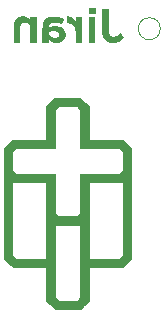
<source format=gbo>
G04 #@! TF.GenerationSoftware,KiCad,Pcbnew,(5.1.2)-2*
G04 #@! TF.CreationDate,2020-01-22T17:58:56+08:00*
G04 #@! TF.ProjectId,Pcb,5063622e-6b69-4636-9164-5f7063625858,rev?*
G04 #@! TF.SameCoordinates,Original*
G04 #@! TF.FileFunction,Legend,Bot*
G04 #@! TF.FilePolarity,Positive*
%FSLAX46Y46*%
G04 Gerber Fmt 4.6, Leading zero omitted, Abs format (unit mm)*
G04 Created by KiCad (PCBNEW (5.1.2)-2) date 2020-01-22 17:58:56*
%MOMM*%
%LPD*%
G04 APERTURE LIST*
%ADD10C,0.120000*%
%ADD11C,0.010000*%
%ADD12C,0.150000*%
%ADD13O,2.602000X1.802000*%
%ADD14O,4.102000X1.802000*%
%ADD15C,1.302000*%
%ADD16C,1.626000*%
%ADD17C,0.902000*%
%ADD18C,0.100000*%
%ADD19C,1.352000*%
%ADD20C,1.499000*%
%ADD21C,1.002000*%
%ADD22C,4.202000*%
%ADD23C,2.102000*%
%ADD24C,1.702000*%
%ADD25C,1.702000*%
%ADD26C,4.102000*%
%ADD27C,2.002000*%
%ADD28O,2.502000X3.502000*%
%ADD29C,1.802000*%
%ADD30C,0.737000*%
G04 APERTURE END LIST*
D10*
X227830054Y-64710000D02*
G75*
G03X227830054Y-64710000I-930054J0D01*
G01*
D11*
G36*
X218180682Y-71264551D02*
G01*
X218180682Y-74130956D01*
X215314277Y-74130956D01*
X214593803Y-74851430D01*
X214593803Y-84171120D01*
X215314277Y-84891594D01*
X218180682Y-84891594D01*
X218180682Y-87757522D01*
X218536075Y-88116545D01*
X218891468Y-88475569D01*
X219976476Y-88477021D01*
X220117713Y-88477149D01*
X220253592Y-88477152D01*
X220382940Y-88477038D01*
X220504580Y-88476811D01*
X220617341Y-88476479D01*
X220720047Y-88476047D01*
X220811524Y-88475522D01*
X220890599Y-88474910D01*
X220956098Y-88474218D01*
X221006846Y-88473450D01*
X221041669Y-88472615D01*
X221059393Y-88471717D01*
X221061483Y-88471272D01*
X221067950Y-88463433D01*
X221086534Y-88443564D01*
X221116006Y-88412917D01*
X221155138Y-88372745D01*
X221202702Y-88324302D01*
X221257470Y-88268841D01*
X221318214Y-88207614D01*
X221383706Y-88141875D01*
X221414522Y-88111032D01*
X221767562Y-87757992D01*
X221767562Y-84891594D01*
X224633672Y-84891594D01*
X224994057Y-84531658D01*
X225354441Y-84171723D01*
X225354441Y-77717835D01*
X224638948Y-77717835D01*
X224638948Y-83879334D01*
X224490748Y-84027751D01*
X224342549Y-84176167D01*
X223057409Y-84173781D01*
X221772269Y-84171394D01*
X221770167Y-81304715D01*
X221052069Y-81304715D01*
X221052069Y-87466213D01*
X220903902Y-87614596D01*
X220755736Y-87762980D01*
X219192942Y-87762980D01*
X219044559Y-87614814D01*
X218896175Y-87466648D01*
X218896175Y-81304715D01*
X221052069Y-81304715D01*
X221770167Y-81304715D01*
X221769902Y-80944615D01*
X221767534Y-77717835D01*
X224638948Y-77717835D01*
X225354441Y-77717835D01*
X225354441Y-75142236D01*
X224638948Y-75142236D01*
X224638948Y-76706010D01*
X224490591Y-76854150D01*
X224342234Y-77002289D01*
X222699505Y-77004670D01*
X221056776Y-77007050D01*
X221052016Y-80292508D01*
X220755736Y-80589222D01*
X219192508Y-80589222D01*
X218896228Y-80292508D01*
X218892498Y-77717835D01*
X218180682Y-77717835D01*
X218180682Y-84176101D01*
X215606063Y-84176101D01*
X215457680Y-84027935D01*
X215309296Y-83879769D01*
X215309296Y-77717835D01*
X218180682Y-77717835D01*
X218892498Y-77717835D01*
X218891468Y-77007050D01*
X217248739Y-77004670D01*
X215606010Y-77002289D01*
X215457653Y-76854150D01*
X215309296Y-76706010D01*
X215309296Y-75143216D01*
X215457462Y-74994833D01*
X215605628Y-74846449D01*
X218896175Y-74846449D01*
X218896175Y-71556337D01*
X219044342Y-71407954D01*
X219192508Y-71259570D01*
X220755301Y-71259570D01*
X221052069Y-71555902D01*
X221052069Y-74846449D01*
X224341066Y-74846449D01*
X224490007Y-74994343D01*
X224638948Y-75142236D01*
X225354441Y-75142236D01*
X225354441Y-74851065D01*
X224994295Y-74491011D01*
X224634150Y-74130956D01*
X221767562Y-74130956D01*
X221767562Y-71263948D01*
X221407177Y-70904013D01*
X221046793Y-70544077D01*
X218901156Y-70544077D01*
X218180682Y-71264551D01*
X218180682Y-71264551D01*
G37*
X218180682Y-71264551D02*
X218180682Y-74130956D01*
X215314277Y-74130956D01*
X214593803Y-74851430D01*
X214593803Y-84171120D01*
X215314277Y-84891594D01*
X218180682Y-84891594D01*
X218180682Y-87757522D01*
X218536075Y-88116545D01*
X218891468Y-88475569D01*
X219976476Y-88477021D01*
X220117713Y-88477149D01*
X220253592Y-88477152D01*
X220382940Y-88477038D01*
X220504580Y-88476811D01*
X220617341Y-88476479D01*
X220720047Y-88476047D01*
X220811524Y-88475522D01*
X220890599Y-88474910D01*
X220956098Y-88474218D01*
X221006846Y-88473450D01*
X221041669Y-88472615D01*
X221059393Y-88471717D01*
X221061483Y-88471272D01*
X221067950Y-88463433D01*
X221086534Y-88443564D01*
X221116006Y-88412917D01*
X221155138Y-88372745D01*
X221202702Y-88324302D01*
X221257470Y-88268841D01*
X221318214Y-88207614D01*
X221383706Y-88141875D01*
X221414522Y-88111032D01*
X221767562Y-87757992D01*
X221767562Y-84891594D01*
X224633672Y-84891594D01*
X224994057Y-84531658D01*
X225354441Y-84171723D01*
X225354441Y-77717835D01*
X224638948Y-77717835D01*
X224638948Y-83879334D01*
X224490748Y-84027751D01*
X224342549Y-84176167D01*
X223057409Y-84173781D01*
X221772269Y-84171394D01*
X221770167Y-81304715D01*
X221052069Y-81304715D01*
X221052069Y-87466213D01*
X220903902Y-87614596D01*
X220755736Y-87762980D01*
X219192942Y-87762980D01*
X219044559Y-87614814D01*
X218896175Y-87466648D01*
X218896175Y-81304715D01*
X221052069Y-81304715D01*
X221770167Y-81304715D01*
X221769902Y-80944615D01*
X221767534Y-77717835D01*
X224638948Y-77717835D01*
X225354441Y-77717835D01*
X225354441Y-75142236D01*
X224638948Y-75142236D01*
X224638948Y-76706010D01*
X224490591Y-76854150D01*
X224342234Y-77002289D01*
X222699505Y-77004670D01*
X221056776Y-77007050D01*
X221052016Y-80292508D01*
X220755736Y-80589222D01*
X219192508Y-80589222D01*
X218896228Y-80292508D01*
X218892498Y-77717835D01*
X218180682Y-77717835D01*
X218180682Y-84176101D01*
X215606063Y-84176101D01*
X215457680Y-84027935D01*
X215309296Y-83879769D01*
X215309296Y-77717835D01*
X218180682Y-77717835D01*
X218892498Y-77717835D01*
X218891468Y-77007050D01*
X217248739Y-77004670D01*
X215606010Y-77002289D01*
X215457653Y-76854150D01*
X215309296Y-76706010D01*
X215309296Y-75143216D01*
X215457462Y-74994833D01*
X215605628Y-74846449D01*
X218896175Y-74846449D01*
X218896175Y-71556337D01*
X219044342Y-71407954D01*
X219192508Y-71259570D01*
X220755301Y-71259570D01*
X221052069Y-71555902D01*
X221052069Y-74846449D01*
X224341066Y-74846449D01*
X224490007Y-74994343D01*
X224638948Y-75142236D01*
X225354441Y-75142236D01*
X225354441Y-74851065D01*
X224994295Y-74491011D01*
X224634150Y-74130956D01*
X221767562Y-74130956D01*
X221767562Y-71263948D01*
X221407177Y-70904013D01*
X221046793Y-70544077D01*
X218901156Y-70544077D01*
X218180682Y-71264551D01*
G36*
X222878459Y-63966497D02*
G01*
X222878573Y-64147696D01*
X222878915Y-64312603D01*
X222879482Y-64460924D01*
X222880270Y-64592368D01*
X222881277Y-64706643D01*
X222882499Y-64803455D01*
X222883935Y-64882513D01*
X222885580Y-64943525D01*
X222887432Y-64986198D01*
X222888793Y-65004432D01*
X222910605Y-65146741D01*
X222946103Y-65276320D01*
X222995184Y-65393041D01*
X223057747Y-65496776D01*
X223133688Y-65587397D01*
X223222907Y-65664777D01*
X223325300Y-65728785D01*
X223440767Y-65779296D01*
X223526932Y-65805928D01*
X223564966Y-65815222D01*
X223600616Y-65821993D01*
X223638463Y-65826725D01*
X223683089Y-65829907D01*
X223739074Y-65832024D01*
X223782239Y-65833029D01*
X223867479Y-65833677D01*
X223935924Y-65831809D01*
X223989447Y-65827347D01*
X224015388Y-65823353D01*
X224156410Y-65787871D01*
X224287010Y-65736743D01*
X224407582Y-65669735D01*
X224518522Y-65586610D01*
X224620226Y-65487133D01*
X224661314Y-65439155D01*
X224697660Y-65394462D01*
X224538856Y-65230623D01*
X224380052Y-65066783D01*
X224306093Y-65146104D01*
X224222782Y-65227225D01*
X224140061Y-65290557D01*
X224056131Y-65336990D01*
X223969192Y-65367409D01*
X223877444Y-65382705D01*
X223821883Y-65384996D01*
X223727341Y-65377342D01*
X223643826Y-65354454D01*
X223571453Y-65316444D01*
X223510338Y-65263424D01*
X223460599Y-65195506D01*
X223422351Y-65112803D01*
X223395711Y-65015427D01*
X223387496Y-64966522D01*
X223385565Y-64942551D01*
X223383833Y-64899976D01*
X223382303Y-64839021D01*
X223380977Y-64759907D01*
X223379857Y-64662860D01*
X223378946Y-64548102D01*
X223378245Y-64415857D01*
X223377756Y-64266348D01*
X223377483Y-64099798D01*
X223377421Y-63962744D01*
X223377421Y-63031401D01*
X222878459Y-63031401D01*
X222878459Y-63966497D01*
X222878459Y-63966497D01*
G37*
X222878459Y-63966497D02*
X222878573Y-64147696D01*
X222878915Y-64312603D01*
X222879482Y-64460924D01*
X222880270Y-64592368D01*
X222881277Y-64706643D01*
X222882499Y-64803455D01*
X222883935Y-64882513D01*
X222885580Y-64943525D01*
X222887432Y-64986198D01*
X222888793Y-65004432D01*
X222910605Y-65146741D01*
X222946103Y-65276320D01*
X222995184Y-65393041D01*
X223057747Y-65496776D01*
X223133688Y-65587397D01*
X223222907Y-65664777D01*
X223325300Y-65728785D01*
X223440767Y-65779296D01*
X223526932Y-65805928D01*
X223564966Y-65815222D01*
X223600616Y-65821993D01*
X223638463Y-65826725D01*
X223683089Y-65829907D01*
X223739074Y-65832024D01*
X223782239Y-65833029D01*
X223867479Y-65833677D01*
X223935924Y-65831809D01*
X223989447Y-65827347D01*
X224015388Y-65823353D01*
X224156410Y-65787871D01*
X224287010Y-65736743D01*
X224407582Y-65669735D01*
X224518522Y-65586610D01*
X224620226Y-65487133D01*
X224661314Y-65439155D01*
X224697660Y-65394462D01*
X224538856Y-65230623D01*
X224380052Y-65066783D01*
X224306093Y-65146104D01*
X224222782Y-65227225D01*
X224140061Y-65290557D01*
X224056131Y-65336990D01*
X223969192Y-65367409D01*
X223877444Y-65382705D01*
X223821883Y-65384996D01*
X223727341Y-65377342D01*
X223643826Y-65354454D01*
X223571453Y-65316444D01*
X223510338Y-65263424D01*
X223460599Y-65195506D01*
X223422351Y-65112803D01*
X223395711Y-65015427D01*
X223387496Y-64966522D01*
X223385565Y-64942551D01*
X223383833Y-64899976D01*
X223382303Y-64839021D01*
X223380977Y-64759907D01*
X223379857Y-64662860D01*
X223378946Y-64548102D01*
X223378245Y-64415857D01*
X223377756Y-64266348D01*
X223377483Y-64099798D01*
X223377421Y-63962744D01*
X223377421Y-63031401D01*
X222878459Y-63031401D01*
X222878459Y-63966497D01*
G36*
X218702351Y-63684733D02*
G01*
X218628623Y-63688587D01*
X218562538Y-63694196D01*
X218508719Y-63701418D01*
X218491357Y-63704793D01*
X218365359Y-63739972D01*
X218253963Y-63786904D01*
X218156805Y-63845911D01*
X218073525Y-63917315D01*
X218003762Y-64001439D01*
X217947153Y-64098604D01*
X217903338Y-64209133D01*
X217895043Y-64236442D01*
X217886999Y-64265475D01*
X217879997Y-64293904D01*
X217873966Y-64323213D01*
X217868835Y-64354886D01*
X217864532Y-64390405D01*
X217860985Y-64431254D01*
X217858121Y-64478916D01*
X217855870Y-64534876D01*
X217854160Y-64600615D01*
X217852919Y-64677619D01*
X217852075Y-64767369D01*
X217851556Y-64871350D01*
X217851290Y-64991044D01*
X217851207Y-65127936D01*
X217851206Y-65142576D01*
X217851179Y-65799229D01*
X218321898Y-65799229D01*
X218321898Y-65541952D01*
X218385445Y-65602914D01*
X218466733Y-65673201D01*
X218550221Y-65728831D01*
X218641384Y-65772986D01*
X218733339Y-65805193D01*
X218767096Y-65814767D01*
X218797925Y-65821710D01*
X218830222Y-65826531D01*
X218868386Y-65829738D01*
X218916812Y-65831840D01*
X218976198Y-65833272D01*
X219047622Y-65834019D01*
X219103950Y-65833013D01*
X219148849Y-65830067D01*
X219185988Y-65824996D01*
X219201996Y-65821782D01*
X219317338Y-65788199D01*
X219420715Y-65741722D01*
X219511319Y-65683084D01*
X219588344Y-65613017D01*
X219650984Y-65532256D01*
X219698433Y-65441535D01*
X219729852Y-65341730D01*
X219737764Y-65298291D01*
X219741877Y-65253138D01*
X219742578Y-65199981D01*
X219742534Y-65198447D01*
X219269347Y-65198447D01*
X219253029Y-65269016D01*
X219220385Y-65331450D01*
X219172601Y-65384523D01*
X219110868Y-65427009D01*
X219036372Y-65457684D01*
X219011406Y-65464474D01*
X218958340Y-65473178D01*
X218893975Y-65477440D01*
X218825309Y-65477268D01*
X218759339Y-65472672D01*
X218705039Y-65464104D01*
X218613232Y-65436010D01*
X218530532Y-65395288D01*
X218458713Y-65343518D01*
X218399547Y-65282283D01*
X218354809Y-65213163D01*
X218326271Y-65137742D01*
X218322921Y-65123284D01*
X218317688Y-65088168D01*
X218313943Y-65043757D01*
X218312484Y-64999570D01*
X218312484Y-64924448D01*
X218372948Y-64905773D01*
X218474806Y-64879214D01*
X218581649Y-64860241D01*
X218689601Y-64849028D01*
X218794781Y-64845755D01*
X218893312Y-64850598D01*
X218981316Y-64863734D01*
X219027977Y-64875835D01*
X219103811Y-64907521D01*
X219166947Y-64950356D01*
X219216208Y-65002770D01*
X219250419Y-65063189D01*
X219268403Y-65130040D01*
X219269347Y-65198447D01*
X219742534Y-65198447D01*
X219741278Y-65155449D01*
X219730827Y-65048689D01*
X219708011Y-64954485D01*
X219671751Y-64870318D01*
X219620967Y-64793671D01*
X219555974Y-64723337D01*
X219473843Y-64657300D01*
X219380156Y-64603648D01*
X219273707Y-64561837D01*
X219153287Y-64531326D01*
X219110600Y-64523698D01*
X219045543Y-64516047D01*
X218967426Y-64511482D01*
X218881765Y-64510006D01*
X218794075Y-64511621D01*
X218709872Y-64516328D01*
X218639167Y-64523530D01*
X218587496Y-64531397D01*
X218530019Y-64541922D01*
X218471591Y-64554042D01*
X218417069Y-64566687D01*
X218371306Y-64578793D01*
X218339159Y-64589293D01*
X218338373Y-64589605D01*
X218328531Y-64591202D01*
X218323603Y-64583131D01*
X218321981Y-64561517D01*
X218321898Y-64549853D01*
X218330099Y-64455480D01*
X218354221Y-64370377D01*
X218393547Y-64295504D01*
X218447358Y-64231820D01*
X218514936Y-64180284D01*
X218595563Y-64141856D01*
X218637280Y-64128725D01*
X218727630Y-64111793D01*
X218829745Y-64105608D01*
X218940184Y-64109812D01*
X219055507Y-64124046D01*
X219172274Y-64147952D01*
X219287044Y-64181171D01*
X219346328Y-64202602D01*
X219382491Y-64215834D01*
X219411817Y-64225003D01*
X219430132Y-64228880D01*
X219433953Y-64228363D01*
X219438555Y-64217979D01*
X219448041Y-64192449D01*
X219461445Y-64154520D01*
X219477798Y-64106943D01*
X219496133Y-64052465D01*
X219501233Y-64037126D01*
X219562648Y-63851933D01*
X219514427Y-63831188D01*
X219346403Y-63768522D01*
X219171105Y-63721397D01*
X218993642Y-63691168D01*
X218981232Y-63689716D01*
X218923164Y-63685126D01*
X218854245Y-63682861D01*
X218779100Y-63682777D01*
X218702351Y-63684733D01*
X218702351Y-63684733D01*
G37*
X218702351Y-63684733D02*
X218628623Y-63688587D01*
X218562538Y-63694196D01*
X218508719Y-63701418D01*
X218491357Y-63704793D01*
X218365359Y-63739972D01*
X218253963Y-63786904D01*
X218156805Y-63845911D01*
X218073525Y-63917315D01*
X218003762Y-64001439D01*
X217947153Y-64098604D01*
X217903338Y-64209133D01*
X217895043Y-64236442D01*
X217886999Y-64265475D01*
X217879997Y-64293904D01*
X217873966Y-64323213D01*
X217868835Y-64354886D01*
X217864532Y-64390405D01*
X217860985Y-64431254D01*
X217858121Y-64478916D01*
X217855870Y-64534876D01*
X217854160Y-64600615D01*
X217852919Y-64677619D01*
X217852075Y-64767369D01*
X217851556Y-64871350D01*
X217851290Y-64991044D01*
X217851207Y-65127936D01*
X217851206Y-65142576D01*
X217851179Y-65799229D01*
X218321898Y-65799229D01*
X218321898Y-65541952D01*
X218385445Y-65602914D01*
X218466733Y-65673201D01*
X218550221Y-65728831D01*
X218641384Y-65772986D01*
X218733339Y-65805193D01*
X218767096Y-65814767D01*
X218797925Y-65821710D01*
X218830222Y-65826531D01*
X218868386Y-65829738D01*
X218916812Y-65831840D01*
X218976198Y-65833272D01*
X219047622Y-65834019D01*
X219103950Y-65833013D01*
X219148849Y-65830067D01*
X219185988Y-65824996D01*
X219201996Y-65821782D01*
X219317338Y-65788199D01*
X219420715Y-65741722D01*
X219511319Y-65683084D01*
X219588344Y-65613017D01*
X219650984Y-65532256D01*
X219698433Y-65441535D01*
X219729852Y-65341730D01*
X219737764Y-65298291D01*
X219741877Y-65253138D01*
X219742578Y-65199981D01*
X219742534Y-65198447D01*
X219269347Y-65198447D01*
X219253029Y-65269016D01*
X219220385Y-65331450D01*
X219172601Y-65384523D01*
X219110868Y-65427009D01*
X219036372Y-65457684D01*
X219011406Y-65464474D01*
X218958340Y-65473178D01*
X218893975Y-65477440D01*
X218825309Y-65477268D01*
X218759339Y-65472672D01*
X218705039Y-65464104D01*
X218613232Y-65436010D01*
X218530532Y-65395288D01*
X218458713Y-65343518D01*
X218399547Y-65282283D01*
X218354809Y-65213163D01*
X218326271Y-65137742D01*
X218322921Y-65123284D01*
X218317688Y-65088168D01*
X218313943Y-65043757D01*
X218312484Y-64999570D01*
X218312484Y-64924448D01*
X218372948Y-64905773D01*
X218474806Y-64879214D01*
X218581649Y-64860241D01*
X218689601Y-64849028D01*
X218794781Y-64845755D01*
X218893312Y-64850598D01*
X218981316Y-64863734D01*
X219027977Y-64875835D01*
X219103811Y-64907521D01*
X219166947Y-64950356D01*
X219216208Y-65002770D01*
X219250419Y-65063189D01*
X219268403Y-65130040D01*
X219269347Y-65198447D01*
X219742534Y-65198447D01*
X219741278Y-65155449D01*
X219730827Y-65048689D01*
X219708011Y-64954485D01*
X219671751Y-64870318D01*
X219620967Y-64793671D01*
X219555974Y-64723337D01*
X219473843Y-64657300D01*
X219380156Y-64603648D01*
X219273707Y-64561837D01*
X219153287Y-64531326D01*
X219110600Y-64523698D01*
X219045543Y-64516047D01*
X218967426Y-64511482D01*
X218881765Y-64510006D01*
X218794075Y-64511621D01*
X218709872Y-64516328D01*
X218639167Y-64523530D01*
X218587496Y-64531397D01*
X218530019Y-64541922D01*
X218471591Y-64554042D01*
X218417069Y-64566687D01*
X218371306Y-64578793D01*
X218339159Y-64589293D01*
X218338373Y-64589605D01*
X218328531Y-64591202D01*
X218323603Y-64583131D01*
X218321981Y-64561517D01*
X218321898Y-64549853D01*
X218330099Y-64455480D01*
X218354221Y-64370377D01*
X218393547Y-64295504D01*
X218447358Y-64231820D01*
X218514936Y-64180284D01*
X218595563Y-64141856D01*
X218637280Y-64128725D01*
X218727630Y-64111793D01*
X218829745Y-64105608D01*
X218940184Y-64109812D01*
X219055507Y-64124046D01*
X219172274Y-64147952D01*
X219287044Y-64181171D01*
X219346328Y-64202602D01*
X219382491Y-64215834D01*
X219411817Y-64225003D01*
X219430132Y-64228880D01*
X219433953Y-64228363D01*
X219438555Y-64217979D01*
X219448041Y-64192449D01*
X219461445Y-64154520D01*
X219477798Y-64106943D01*
X219496133Y-64052465D01*
X219501233Y-64037126D01*
X219562648Y-63851933D01*
X219514427Y-63831188D01*
X219346403Y-63768522D01*
X219171105Y-63721397D01*
X218993642Y-63691168D01*
X218981232Y-63689716D01*
X218923164Y-63685126D01*
X218854245Y-63682861D01*
X218779100Y-63682777D01*
X218702351Y-63684733D01*
G36*
X222000567Y-63711428D02*
G01*
X221762854Y-63713944D01*
X221760460Y-64756586D01*
X221758065Y-65799229D01*
X222238281Y-65799229D01*
X222238281Y-63708913D01*
X222000567Y-63711428D01*
X222000567Y-63711428D01*
G37*
X222000567Y-63711428D02*
X221762854Y-63713944D01*
X221760460Y-64756586D01*
X221758065Y-65799229D01*
X222238281Y-65799229D01*
X222238281Y-63708913D01*
X222000567Y-63711428D01*
G36*
X219922343Y-64179956D02*
G01*
X219983933Y-64179956D01*
X220085882Y-64188956D01*
X220189876Y-64215517D01*
X220279256Y-64252080D01*
X220369420Y-64305847D01*
X220448384Y-64374516D01*
X220515671Y-64457508D01*
X220570805Y-64554249D01*
X220609014Y-64650675D01*
X220619287Y-64683599D01*
X220627984Y-64715715D01*
X220635234Y-64748886D01*
X220641165Y-64784979D01*
X220645906Y-64825860D01*
X220649587Y-64873394D01*
X220652336Y-64929447D01*
X220654281Y-64995886D01*
X220655553Y-65074576D01*
X220656279Y-65167382D01*
X220656588Y-65276171D01*
X220656627Y-65340278D01*
X220656665Y-65799229D01*
X221136798Y-65799229D01*
X221136798Y-63708913D01*
X220899085Y-63711428D01*
X220661372Y-63713944D01*
X220656152Y-64165834D01*
X220614449Y-64087977D01*
X220548881Y-63981781D01*
X220474053Y-63890151D01*
X220390914Y-63814006D01*
X220300415Y-63754261D01*
X220237658Y-63724478D01*
X220174630Y-63703142D01*
X220103998Y-63686088D01*
X220034080Y-63675018D01*
X219979226Y-63671579D01*
X219922343Y-63671579D01*
X219922343Y-64179956D01*
X219922343Y-64179956D01*
G37*
X219922343Y-64179956D02*
X219983933Y-64179956D01*
X220085882Y-64188956D01*
X220189876Y-64215517D01*
X220279256Y-64252080D01*
X220369420Y-64305847D01*
X220448384Y-64374516D01*
X220515671Y-64457508D01*
X220570805Y-64554249D01*
X220609014Y-64650675D01*
X220619287Y-64683599D01*
X220627984Y-64715715D01*
X220635234Y-64748886D01*
X220641165Y-64784979D01*
X220645906Y-64825860D01*
X220649587Y-64873394D01*
X220652336Y-64929447D01*
X220654281Y-64995886D01*
X220655553Y-65074576D01*
X220656279Y-65167382D01*
X220656588Y-65276171D01*
X220656627Y-65340278D01*
X220656665Y-65799229D01*
X221136798Y-65799229D01*
X221136798Y-63708913D01*
X220899085Y-63711428D01*
X220661372Y-63713944D01*
X220656152Y-64165834D01*
X220614449Y-64087977D01*
X220548881Y-63981781D01*
X220474053Y-63890151D01*
X220390914Y-63814006D01*
X220300415Y-63754261D01*
X220237658Y-63724478D01*
X220174630Y-63703142D01*
X220103998Y-63686088D01*
X220034080Y-63675018D01*
X219979226Y-63671579D01*
X219922343Y-63671579D01*
X219922343Y-64179956D01*
G36*
X216113519Y-63673973D02*
G01*
X216039230Y-63679178D01*
X215971425Y-63688284D01*
X215921489Y-63699487D01*
X215813809Y-63739796D01*
X215717913Y-63794722D01*
X215634151Y-63863923D01*
X215562876Y-63947055D01*
X215504438Y-64043775D01*
X215460417Y-64150056D01*
X215451994Y-64176066D01*
X215444627Y-64201573D01*
X215438245Y-64227977D01*
X215432778Y-64256677D01*
X215428156Y-64289071D01*
X215424307Y-64326561D01*
X215421163Y-64370545D01*
X215418652Y-64422422D01*
X215416704Y-64483592D01*
X215415250Y-64555454D01*
X215414218Y-64639409D01*
X215413538Y-64736854D01*
X215413140Y-64849191D01*
X215412954Y-64977817D01*
X215412910Y-65095504D01*
X215412854Y-65799229D01*
X215892988Y-65799229D01*
X215893151Y-65156698D01*
X215893253Y-65024802D01*
X215893505Y-64910417D01*
X215893930Y-64812223D01*
X215894555Y-64728902D01*
X215895405Y-64659136D01*
X215896504Y-64601605D01*
X215897879Y-64554992D01*
X215899553Y-64517978D01*
X215901553Y-64489245D01*
X215903903Y-64467474D01*
X215906610Y-64451437D01*
X215934305Y-64360924D01*
X215975866Y-64282792D01*
X216030332Y-64217820D01*
X216096742Y-64166784D01*
X216174133Y-64130463D01*
X216261544Y-64109633D01*
X216335464Y-64104641D01*
X216432436Y-64112807D01*
X216519873Y-64137170D01*
X216597493Y-64177529D01*
X216665011Y-64233680D01*
X216722145Y-64305423D01*
X216768609Y-64392554D01*
X216780544Y-64421974D01*
X216784536Y-64432798D01*
X216787985Y-64443658D01*
X216790937Y-64455960D01*
X216793440Y-64471109D01*
X216795538Y-64490510D01*
X216797278Y-64515568D01*
X216798707Y-64547690D01*
X216799870Y-64588281D01*
X216800814Y-64638745D01*
X216801584Y-64700489D01*
X216802228Y-64774918D01*
X216802790Y-64863437D01*
X216803318Y-64967452D01*
X216803858Y-65088368D01*
X216804071Y-65137869D01*
X216806903Y-65799229D01*
X217286316Y-65799229D01*
X217286316Y-63708913D01*
X217048603Y-63711428D01*
X216810890Y-63713944D01*
X216805718Y-64031508D01*
X216776285Y-63990406D01*
X216745851Y-63952670D01*
X216705872Y-63909776D01*
X216660855Y-63865975D01*
X216615309Y-63825519D01*
X216573740Y-63792659D01*
X216549511Y-63776506D01*
X216445098Y-63724858D01*
X216334925Y-63689041D01*
X216313604Y-63684174D01*
X216256874Y-63676230D01*
X216188123Y-63672910D01*
X216113519Y-63673973D01*
X216113519Y-63673973D01*
G37*
X216113519Y-63673973D02*
X216039230Y-63679178D01*
X215971425Y-63688284D01*
X215921489Y-63699487D01*
X215813809Y-63739796D01*
X215717913Y-63794722D01*
X215634151Y-63863923D01*
X215562876Y-63947055D01*
X215504438Y-64043775D01*
X215460417Y-64150056D01*
X215451994Y-64176066D01*
X215444627Y-64201573D01*
X215438245Y-64227977D01*
X215432778Y-64256677D01*
X215428156Y-64289071D01*
X215424307Y-64326561D01*
X215421163Y-64370545D01*
X215418652Y-64422422D01*
X215416704Y-64483592D01*
X215415250Y-64555454D01*
X215414218Y-64639409D01*
X215413538Y-64736854D01*
X215413140Y-64849191D01*
X215412954Y-64977817D01*
X215412910Y-65095504D01*
X215412854Y-65799229D01*
X215892988Y-65799229D01*
X215893151Y-65156698D01*
X215893253Y-65024802D01*
X215893505Y-64910417D01*
X215893930Y-64812223D01*
X215894555Y-64728902D01*
X215895405Y-64659136D01*
X215896504Y-64601605D01*
X215897879Y-64554992D01*
X215899553Y-64517978D01*
X215901553Y-64489245D01*
X215903903Y-64467474D01*
X215906610Y-64451437D01*
X215934305Y-64360924D01*
X215975866Y-64282792D01*
X216030332Y-64217820D01*
X216096742Y-64166784D01*
X216174133Y-64130463D01*
X216261544Y-64109633D01*
X216335464Y-64104641D01*
X216432436Y-64112807D01*
X216519873Y-64137170D01*
X216597493Y-64177529D01*
X216665011Y-64233680D01*
X216722145Y-64305423D01*
X216768609Y-64392554D01*
X216780544Y-64421974D01*
X216784536Y-64432798D01*
X216787985Y-64443658D01*
X216790937Y-64455960D01*
X216793440Y-64471109D01*
X216795538Y-64490510D01*
X216797278Y-64515568D01*
X216798707Y-64547690D01*
X216799870Y-64588281D01*
X216800814Y-64638745D01*
X216801584Y-64700489D01*
X216802228Y-64774918D01*
X216802790Y-64863437D01*
X216803318Y-64967452D01*
X216803858Y-65088368D01*
X216804071Y-65137869D01*
X216806903Y-65799229D01*
X217286316Y-65799229D01*
X217286316Y-63708913D01*
X217048603Y-63711428D01*
X216810890Y-63713944D01*
X216805718Y-64031508D01*
X216776285Y-63990406D01*
X216745851Y-63952670D01*
X216705872Y-63909776D01*
X216660855Y-63865975D01*
X216615309Y-63825519D01*
X216573740Y-63792659D01*
X216549511Y-63776506D01*
X216445098Y-63724858D01*
X216334925Y-63689041D01*
X216313604Y-63684174D01*
X216256874Y-63676230D01*
X216188123Y-63672910D01*
X216113519Y-63673973D01*
G36*
X221748733Y-63389148D02*
G01*
X222257109Y-63389148D01*
X222257109Y-62937257D01*
X221748733Y-62937257D01*
X221748733Y-63389148D01*
X221748733Y-63389148D01*
G37*
X221748733Y-63389148D02*
X222257109Y-63389148D01*
X222257109Y-62937257D01*
X221748733Y-62937257D01*
X221748733Y-63389148D01*
D12*
%LPC*%
D13*
X221310000Y-104665000D03*
X224310000Y-104665000D03*
D14*
X216560000Y-104640000D03*
X216560000Y-108840000D03*
D13*
X221310000Y-108840000D03*
X224310000Y-108840000D03*
D15*
X219110000Y-106740000D03*
X226110000Y-106740000D03*
D16*
X212976400Y-68522000D03*
X228196400Y-86302000D03*
X228196400Y-65982000D03*
X226890000Y-82492000D03*
X211650000Y-90112000D03*
X228196400Y-71062000D03*
X211650000Y-64712000D03*
X226890000Y-77412000D03*
X212976400Y-78682000D03*
X228196400Y-91382000D03*
X211650000Y-87572000D03*
X211650000Y-79952000D03*
X226890000Y-87572000D03*
X226890000Y-79952000D03*
X228196400Y-88842000D03*
X228196400Y-81222000D03*
X228196400Y-68522000D03*
X226890000Y-85032000D03*
X228196400Y-83762000D03*
X212976400Y-73602000D03*
X211650000Y-67252000D03*
X212976400Y-88842000D03*
X212976400Y-91382000D03*
X211650000Y-72332000D03*
X211650000Y-77412000D03*
X226890000Y-92652000D03*
X226890000Y-69792000D03*
X212976400Y-81222000D03*
X228196400Y-78682000D03*
X212976400Y-83762000D03*
X228196400Y-76142000D03*
X228196400Y-63442000D03*
X211650000Y-85032000D03*
X212976400Y-71062000D03*
X211650000Y-92652000D03*
X226890000Y-67252000D03*
X226890000Y-64712000D03*
X212976400Y-86302000D03*
X211650000Y-82492000D03*
X226890000Y-72332000D03*
X226890000Y-90112000D03*
X212976400Y-65982000D03*
X212976400Y-63442000D03*
X228196400Y-73602000D03*
X212976400Y-76142000D03*
X226890000Y-74872000D03*
X211650000Y-69792000D03*
X211650000Y-74872000D03*
D17*
X107110000Y-62180000D03*
X104310000Y-62180000D03*
D18*
G36*
X107542104Y-61255302D02*
G01*
X107568352Y-61259196D01*
X107594093Y-61265643D01*
X107619078Y-61274583D01*
X107643066Y-61285928D01*
X107665826Y-61299571D01*
X107687140Y-61315378D01*
X107706802Y-61333198D01*
X107724622Y-61352860D01*
X107740429Y-61374174D01*
X107754072Y-61396934D01*
X107765417Y-61420922D01*
X107774357Y-61445907D01*
X107780804Y-61471648D01*
X107784698Y-61497896D01*
X107786000Y-61524400D01*
X107786000Y-62835600D01*
X107784698Y-62862104D01*
X107780804Y-62888352D01*
X107774357Y-62914093D01*
X107765417Y-62939078D01*
X107754072Y-62963066D01*
X107740429Y-62985826D01*
X107724622Y-63007140D01*
X107706802Y-63026802D01*
X107687140Y-63044622D01*
X107665826Y-63060429D01*
X107643066Y-63074072D01*
X107619078Y-63085417D01*
X107594093Y-63094357D01*
X107568352Y-63100804D01*
X107542104Y-63104698D01*
X107515600Y-63106000D01*
X106704400Y-63106000D01*
X106677896Y-63104698D01*
X106651648Y-63100804D01*
X106625907Y-63094357D01*
X106600922Y-63085417D01*
X106576934Y-63074072D01*
X106554174Y-63060429D01*
X106532860Y-63044622D01*
X106513198Y-63026802D01*
X106495378Y-63007140D01*
X106479571Y-62985826D01*
X106465928Y-62963066D01*
X106454583Y-62939078D01*
X106445643Y-62914093D01*
X106439196Y-62888352D01*
X106435302Y-62862104D01*
X106434000Y-62835600D01*
X106434000Y-61524400D01*
X106435302Y-61497896D01*
X106439196Y-61471648D01*
X106445643Y-61445907D01*
X106454583Y-61420922D01*
X106465928Y-61396934D01*
X106479571Y-61374174D01*
X106495378Y-61352860D01*
X106513198Y-61333198D01*
X106532860Y-61315378D01*
X106554174Y-61299571D01*
X106576934Y-61285928D01*
X106600922Y-61274583D01*
X106625907Y-61265643D01*
X106651648Y-61259196D01*
X106677896Y-61255302D01*
X106704400Y-61254000D01*
X107515600Y-61254000D01*
X107542104Y-61255302D01*
X107542104Y-61255302D01*
G37*
D19*
X107110000Y-62180000D03*
D18*
G36*
X104742104Y-61255302D02*
G01*
X104768352Y-61259196D01*
X104794093Y-61265643D01*
X104819078Y-61274583D01*
X104843066Y-61285928D01*
X104865826Y-61299571D01*
X104887140Y-61315378D01*
X104906802Y-61333198D01*
X104924622Y-61352860D01*
X104940429Y-61374174D01*
X104954072Y-61396934D01*
X104965417Y-61420922D01*
X104974357Y-61445907D01*
X104980804Y-61471648D01*
X104984698Y-61497896D01*
X104986000Y-61524400D01*
X104986000Y-62835600D01*
X104984698Y-62862104D01*
X104980804Y-62888352D01*
X104974357Y-62914093D01*
X104965417Y-62939078D01*
X104954072Y-62963066D01*
X104940429Y-62985826D01*
X104924622Y-63007140D01*
X104906802Y-63026802D01*
X104887140Y-63044622D01*
X104865826Y-63060429D01*
X104843066Y-63074072D01*
X104819078Y-63085417D01*
X104794093Y-63094357D01*
X104768352Y-63100804D01*
X104742104Y-63104698D01*
X104715600Y-63106000D01*
X103904400Y-63106000D01*
X103877896Y-63104698D01*
X103851648Y-63100804D01*
X103825907Y-63094357D01*
X103800922Y-63085417D01*
X103776934Y-63074072D01*
X103754174Y-63060429D01*
X103732860Y-63044622D01*
X103713198Y-63026802D01*
X103695378Y-63007140D01*
X103679571Y-62985826D01*
X103665928Y-62963066D01*
X103654583Y-62939078D01*
X103645643Y-62914093D01*
X103639196Y-62888352D01*
X103635302Y-62862104D01*
X103634000Y-62835600D01*
X103634000Y-61524400D01*
X103635302Y-61497896D01*
X103639196Y-61471648D01*
X103645643Y-61445907D01*
X103654583Y-61420922D01*
X103665928Y-61396934D01*
X103679571Y-61374174D01*
X103695378Y-61352860D01*
X103713198Y-61333198D01*
X103732860Y-61315378D01*
X103754174Y-61299571D01*
X103776934Y-61285928D01*
X103800922Y-61274583D01*
X103825907Y-61265643D01*
X103851648Y-61259196D01*
X103877896Y-61255302D01*
X103904400Y-61254000D01*
X104715600Y-61254000D01*
X104742104Y-61255302D01*
X104742104Y-61255302D01*
G37*
D19*
X104310000Y-62180000D03*
D20*
X101900000Y-62180000D03*
X109520000Y-62180000D03*
D17*
X126160000Y-59700000D03*
X123360000Y-59700000D03*
D18*
G36*
X126592104Y-58775302D02*
G01*
X126618352Y-58779196D01*
X126644093Y-58785643D01*
X126669078Y-58794583D01*
X126693066Y-58805928D01*
X126715826Y-58819571D01*
X126737140Y-58835378D01*
X126756802Y-58853198D01*
X126774622Y-58872860D01*
X126790429Y-58894174D01*
X126804072Y-58916934D01*
X126815417Y-58940922D01*
X126824357Y-58965907D01*
X126830804Y-58991648D01*
X126834698Y-59017896D01*
X126836000Y-59044400D01*
X126836000Y-60355600D01*
X126834698Y-60382104D01*
X126830804Y-60408352D01*
X126824357Y-60434093D01*
X126815417Y-60459078D01*
X126804072Y-60483066D01*
X126790429Y-60505826D01*
X126774622Y-60527140D01*
X126756802Y-60546802D01*
X126737140Y-60564622D01*
X126715826Y-60580429D01*
X126693066Y-60594072D01*
X126669078Y-60605417D01*
X126644093Y-60614357D01*
X126618352Y-60620804D01*
X126592104Y-60624698D01*
X126565600Y-60626000D01*
X125754400Y-60626000D01*
X125727896Y-60624698D01*
X125701648Y-60620804D01*
X125675907Y-60614357D01*
X125650922Y-60605417D01*
X125626934Y-60594072D01*
X125604174Y-60580429D01*
X125582860Y-60564622D01*
X125563198Y-60546802D01*
X125545378Y-60527140D01*
X125529571Y-60505826D01*
X125515928Y-60483066D01*
X125504583Y-60459078D01*
X125495643Y-60434093D01*
X125489196Y-60408352D01*
X125485302Y-60382104D01*
X125484000Y-60355600D01*
X125484000Y-59044400D01*
X125485302Y-59017896D01*
X125489196Y-58991648D01*
X125495643Y-58965907D01*
X125504583Y-58940922D01*
X125515928Y-58916934D01*
X125529571Y-58894174D01*
X125545378Y-58872860D01*
X125563198Y-58853198D01*
X125582860Y-58835378D01*
X125604174Y-58819571D01*
X125626934Y-58805928D01*
X125650922Y-58794583D01*
X125675907Y-58785643D01*
X125701648Y-58779196D01*
X125727896Y-58775302D01*
X125754400Y-58774000D01*
X126565600Y-58774000D01*
X126592104Y-58775302D01*
X126592104Y-58775302D01*
G37*
D19*
X126160000Y-59700000D03*
D18*
G36*
X123792104Y-58775302D02*
G01*
X123818352Y-58779196D01*
X123844093Y-58785643D01*
X123869078Y-58794583D01*
X123893066Y-58805928D01*
X123915826Y-58819571D01*
X123937140Y-58835378D01*
X123956802Y-58853198D01*
X123974622Y-58872860D01*
X123990429Y-58894174D01*
X124004072Y-58916934D01*
X124015417Y-58940922D01*
X124024357Y-58965907D01*
X124030804Y-58991648D01*
X124034698Y-59017896D01*
X124036000Y-59044400D01*
X124036000Y-60355600D01*
X124034698Y-60382104D01*
X124030804Y-60408352D01*
X124024357Y-60434093D01*
X124015417Y-60459078D01*
X124004072Y-60483066D01*
X123990429Y-60505826D01*
X123974622Y-60527140D01*
X123956802Y-60546802D01*
X123937140Y-60564622D01*
X123915826Y-60580429D01*
X123893066Y-60594072D01*
X123869078Y-60605417D01*
X123844093Y-60614357D01*
X123818352Y-60620804D01*
X123792104Y-60624698D01*
X123765600Y-60626000D01*
X122954400Y-60626000D01*
X122927896Y-60624698D01*
X122901648Y-60620804D01*
X122875907Y-60614357D01*
X122850922Y-60605417D01*
X122826934Y-60594072D01*
X122804174Y-60580429D01*
X122782860Y-60564622D01*
X122763198Y-60546802D01*
X122745378Y-60527140D01*
X122729571Y-60505826D01*
X122715928Y-60483066D01*
X122704583Y-60459078D01*
X122695643Y-60434093D01*
X122689196Y-60408352D01*
X122685302Y-60382104D01*
X122684000Y-60355600D01*
X122684000Y-59044400D01*
X122685302Y-59017896D01*
X122689196Y-58991648D01*
X122695643Y-58965907D01*
X122704583Y-58940922D01*
X122715928Y-58916934D01*
X122729571Y-58894174D01*
X122745378Y-58872860D01*
X122763198Y-58853198D01*
X122782860Y-58835378D01*
X122804174Y-58819571D01*
X122826934Y-58805928D01*
X122850922Y-58794583D01*
X122875907Y-58785643D01*
X122901648Y-58779196D01*
X122927896Y-58775302D01*
X122954400Y-58774000D01*
X123765600Y-58774000D01*
X123792104Y-58775302D01*
X123792104Y-58775302D01*
G37*
D19*
X123360000Y-59700000D03*
D20*
X120950000Y-59700000D03*
X128570000Y-59700000D03*
D17*
X145210000Y-52650000D03*
X142410000Y-52650000D03*
D18*
G36*
X145642104Y-51725302D02*
G01*
X145668352Y-51729196D01*
X145694093Y-51735643D01*
X145719078Y-51744583D01*
X145743066Y-51755928D01*
X145765826Y-51769571D01*
X145787140Y-51785378D01*
X145806802Y-51803198D01*
X145824622Y-51822860D01*
X145840429Y-51844174D01*
X145854072Y-51866934D01*
X145865417Y-51890922D01*
X145874357Y-51915907D01*
X145880804Y-51941648D01*
X145884698Y-51967896D01*
X145886000Y-51994400D01*
X145886000Y-53305600D01*
X145884698Y-53332104D01*
X145880804Y-53358352D01*
X145874357Y-53384093D01*
X145865417Y-53409078D01*
X145854072Y-53433066D01*
X145840429Y-53455826D01*
X145824622Y-53477140D01*
X145806802Y-53496802D01*
X145787140Y-53514622D01*
X145765826Y-53530429D01*
X145743066Y-53544072D01*
X145719078Y-53555417D01*
X145694093Y-53564357D01*
X145668352Y-53570804D01*
X145642104Y-53574698D01*
X145615600Y-53576000D01*
X144804400Y-53576000D01*
X144777896Y-53574698D01*
X144751648Y-53570804D01*
X144725907Y-53564357D01*
X144700922Y-53555417D01*
X144676934Y-53544072D01*
X144654174Y-53530429D01*
X144632860Y-53514622D01*
X144613198Y-53496802D01*
X144595378Y-53477140D01*
X144579571Y-53455826D01*
X144565928Y-53433066D01*
X144554583Y-53409078D01*
X144545643Y-53384093D01*
X144539196Y-53358352D01*
X144535302Y-53332104D01*
X144534000Y-53305600D01*
X144534000Y-51994400D01*
X144535302Y-51967896D01*
X144539196Y-51941648D01*
X144545643Y-51915907D01*
X144554583Y-51890922D01*
X144565928Y-51866934D01*
X144579571Y-51844174D01*
X144595378Y-51822860D01*
X144613198Y-51803198D01*
X144632860Y-51785378D01*
X144654174Y-51769571D01*
X144676934Y-51755928D01*
X144700922Y-51744583D01*
X144725907Y-51735643D01*
X144751648Y-51729196D01*
X144777896Y-51725302D01*
X144804400Y-51724000D01*
X145615600Y-51724000D01*
X145642104Y-51725302D01*
X145642104Y-51725302D01*
G37*
D19*
X145210000Y-52650000D03*
D18*
G36*
X142842104Y-51725302D02*
G01*
X142868352Y-51729196D01*
X142894093Y-51735643D01*
X142919078Y-51744583D01*
X142943066Y-51755928D01*
X142965826Y-51769571D01*
X142987140Y-51785378D01*
X143006802Y-51803198D01*
X143024622Y-51822860D01*
X143040429Y-51844174D01*
X143054072Y-51866934D01*
X143065417Y-51890922D01*
X143074357Y-51915907D01*
X143080804Y-51941648D01*
X143084698Y-51967896D01*
X143086000Y-51994400D01*
X143086000Y-53305600D01*
X143084698Y-53332104D01*
X143080804Y-53358352D01*
X143074357Y-53384093D01*
X143065417Y-53409078D01*
X143054072Y-53433066D01*
X143040429Y-53455826D01*
X143024622Y-53477140D01*
X143006802Y-53496802D01*
X142987140Y-53514622D01*
X142965826Y-53530429D01*
X142943066Y-53544072D01*
X142919078Y-53555417D01*
X142894093Y-53564357D01*
X142868352Y-53570804D01*
X142842104Y-53574698D01*
X142815600Y-53576000D01*
X142004400Y-53576000D01*
X141977896Y-53574698D01*
X141951648Y-53570804D01*
X141925907Y-53564357D01*
X141900922Y-53555417D01*
X141876934Y-53544072D01*
X141854174Y-53530429D01*
X141832860Y-53514622D01*
X141813198Y-53496802D01*
X141795378Y-53477140D01*
X141779571Y-53455826D01*
X141765928Y-53433066D01*
X141754583Y-53409078D01*
X141745643Y-53384093D01*
X141739196Y-53358352D01*
X141735302Y-53332104D01*
X141734000Y-53305600D01*
X141734000Y-51994400D01*
X141735302Y-51967896D01*
X141739196Y-51941648D01*
X141745643Y-51915907D01*
X141754583Y-51890922D01*
X141765928Y-51866934D01*
X141779571Y-51844174D01*
X141795378Y-51822860D01*
X141813198Y-51803198D01*
X141832860Y-51785378D01*
X141854174Y-51769571D01*
X141876934Y-51755928D01*
X141900922Y-51744583D01*
X141925907Y-51735643D01*
X141951648Y-51729196D01*
X141977896Y-51725302D01*
X142004400Y-51724000D01*
X142815600Y-51724000D01*
X142842104Y-51725302D01*
X142842104Y-51725302D01*
G37*
D19*
X142410000Y-52650000D03*
D20*
X140000000Y-52650000D03*
X147620000Y-52650000D03*
D17*
X164260000Y-47890000D03*
X161460000Y-47890000D03*
D18*
G36*
X164692104Y-46965302D02*
G01*
X164718352Y-46969196D01*
X164744093Y-46975643D01*
X164769078Y-46984583D01*
X164793066Y-46995928D01*
X164815826Y-47009571D01*
X164837140Y-47025378D01*
X164856802Y-47043198D01*
X164874622Y-47062860D01*
X164890429Y-47084174D01*
X164904072Y-47106934D01*
X164915417Y-47130922D01*
X164924357Y-47155907D01*
X164930804Y-47181648D01*
X164934698Y-47207896D01*
X164936000Y-47234400D01*
X164936000Y-48545600D01*
X164934698Y-48572104D01*
X164930804Y-48598352D01*
X164924357Y-48624093D01*
X164915417Y-48649078D01*
X164904072Y-48673066D01*
X164890429Y-48695826D01*
X164874622Y-48717140D01*
X164856802Y-48736802D01*
X164837140Y-48754622D01*
X164815826Y-48770429D01*
X164793066Y-48784072D01*
X164769078Y-48795417D01*
X164744093Y-48804357D01*
X164718352Y-48810804D01*
X164692104Y-48814698D01*
X164665600Y-48816000D01*
X163854400Y-48816000D01*
X163827896Y-48814698D01*
X163801648Y-48810804D01*
X163775907Y-48804357D01*
X163750922Y-48795417D01*
X163726934Y-48784072D01*
X163704174Y-48770429D01*
X163682860Y-48754622D01*
X163663198Y-48736802D01*
X163645378Y-48717140D01*
X163629571Y-48695826D01*
X163615928Y-48673066D01*
X163604583Y-48649078D01*
X163595643Y-48624093D01*
X163589196Y-48598352D01*
X163585302Y-48572104D01*
X163584000Y-48545600D01*
X163584000Y-47234400D01*
X163585302Y-47207896D01*
X163589196Y-47181648D01*
X163595643Y-47155907D01*
X163604583Y-47130922D01*
X163615928Y-47106934D01*
X163629571Y-47084174D01*
X163645378Y-47062860D01*
X163663198Y-47043198D01*
X163682860Y-47025378D01*
X163704174Y-47009571D01*
X163726934Y-46995928D01*
X163750922Y-46984583D01*
X163775907Y-46975643D01*
X163801648Y-46969196D01*
X163827896Y-46965302D01*
X163854400Y-46964000D01*
X164665600Y-46964000D01*
X164692104Y-46965302D01*
X164692104Y-46965302D01*
G37*
D19*
X164260000Y-47890000D03*
D18*
G36*
X161892104Y-46965302D02*
G01*
X161918352Y-46969196D01*
X161944093Y-46975643D01*
X161969078Y-46984583D01*
X161993066Y-46995928D01*
X162015826Y-47009571D01*
X162037140Y-47025378D01*
X162056802Y-47043198D01*
X162074622Y-47062860D01*
X162090429Y-47084174D01*
X162104072Y-47106934D01*
X162115417Y-47130922D01*
X162124357Y-47155907D01*
X162130804Y-47181648D01*
X162134698Y-47207896D01*
X162136000Y-47234400D01*
X162136000Y-48545600D01*
X162134698Y-48572104D01*
X162130804Y-48598352D01*
X162124357Y-48624093D01*
X162115417Y-48649078D01*
X162104072Y-48673066D01*
X162090429Y-48695826D01*
X162074622Y-48717140D01*
X162056802Y-48736802D01*
X162037140Y-48754622D01*
X162015826Y-48770429D01*
X161993066Y-48784072D01*
X161969078Y-48795417D01*
X161944093Y-48804357D01*
X161918352Y-48810804D01*
X161892104Y-48814698D01*
X161865600Y-48816000D01*
X161054400Y-48816000D01*
X161027896Y-48814698D01*
X161001648Y-48810804D01*
X160975907Y-48804357D01*
X160950922Y-48795417D01*
X160926934Y-48784072D01*
X160904174Y-48770429D01*
X160882860Y-48754622D01*
X160863198Y-48736802D01*
X160845378Y-48717140D01*
X160829571Y-48695826D01*
X160815928Y-48673066D01*
X160804583Y-48649078D01*
X160795643Y-48624093D01*
X160789196Y-48598352D01*
X160785302Y-48572104D01*
X160784000Y-48545600D01*
X160784000Y-47234400D01*
X160785302Y-47207896D01*
X160789196Y-47181648D01*
X160795643Y-47155907D01*
X160804583Y-47130922D01*
X160815928Y-47106934D01*
X160829571Y-47084174D01*
X160845378Y-47062860D01*
X160863198Y-47043198D01*
X160882860Y-47025378D01*
X160904174Y-47009571D01*
X160926934Y-46995928D01*
X160950922Y-46984583D01*
X160975907Y-46975643D01*
X161001648Y-46969196D01*
X161027896Y-46965302D01*
X161054400Y-46964000D01*
X161865600Y-46964000D01*
X161892104Y-46965302D01*
X161892104Y-46965302D01*
G37*
D19*
X161460000Y-47890000D03*
D20*
X159050000Y-47890000D03*
X166670000Y-47890000D03*
D17*
X183310000Y-52660000D03*
X180510000Y-52660000D03*
D18*
G36*
X183742104Y-51735302D02*
G01*
X183768352Y-51739196D01*
X183794093Y-51745643D01*
X183819078Y-51754583D01*
X183843066Y-51765928D01*
X183865826Y-51779571D01*
X183887140Y-51795378D01*
X183906802Y-51813198D01*
X183924622Y-51832860D01*
X183940429Y-51854174D01*
X183954072Y-51876934D01*
X183965417Y-51900922D01*
X183974357Y-51925907D01*
X183980804Y-51951648D01*
X183984698Y-51977896D01*
X183986000Y-52004400D01*
X183986000Y-53315600D01*
X183984698Y-53342104D01*
X183980804Y-53368352D01*
X183974357Y-53394093D01*
X183965417Y-53419078D01*
X183954072Y-53443066D01*
X183940429Y-53465826D01*
X183924622Y-53487140D01*
X183906802Y-53506802D01*
X183887140Y-53524622D01*
X183865826Y-53540429D01*
X183843066Y-53554072D01*
X183819078Y-53565417D01*
X183794093Y-53574357D01*
X183768352Y-53580804D01*
X183742104Y-53584698D01*
X183715600Y-53586000D01*
X182904400Y-53586000D01*
X182877896Y-53584698D01*
X182851648Y-53580804D01*
X182825907Y-53574357D01*
X182800922Y-53565417D01*
X182776934Y-53554072D01*
X182754174Y-53540429D01*
X182732860Y-53524622D01*
X182713198Y-53506802D01*
X182695378Y-53487140D01*
X182679571Y-53465826D01*
X182665928Y-53443066D01*
X182654583Y-53419078D01*
X182645643Y-53394093D01*
X182639196Y-53368352D01*
X182635302Y-53342104D01*
X182634000Y-53315600D01*
X182634000Y-52004400D01*
X182635302Y-51977896D01*
X182639196Y-51951648D01*
X182645643Y-51925907D01*
X182654583Y-51900922D01*
X182665928Y-51876934D01*
X182679571Y-51854174D01*
X182695378Y-51832860D01*
X182713198Y-51813198D01*
X182732860Y-51795378D01*
X182754174Y-51779571D01*
X182776934Y-51765928D01*
X182800922Y-51754583D01*
X182825907Y-51745643D01*
X182851648Y-51739196D01*
X182877896Y-51735302D01*
X182904400Y-51734000D01*
X183715600Y-51734000D01*
X183742104Y-51735302D01*
X183742104Y-51735302D01*
G37*
D19*
X183310000Y-52660000D03*
D18*
G36*
X180942104Y-51735302D02*
G01*
X180968352Y-51739196D01*
X180994093Y-51745643D01*
X181019078Y-51754583D01*
X181043066Y-51765928D01*
X181065826Y-51779571D01*
X181087140Y-51795378D01*
X181106802Y-51813198D01*
X181124622Y-51832860D01*
X181140429Y-51854174D01*
X181154072Y-51876934D01*
X181165417Y-51900922D01*
X181174357Y-51925907D01*
X181180804Y-51951648D01*
X181184698Y-51977896D01*
X181186000Y-52004400D01*
X181186000Y-53315600D01*
X181184698Y-53342104D01*
X181180804Y-53368352D01*
X181174357Y-53394093D01*
X181165417Y-53419078D01*
X181154072Y-53443066D01*
X181140429Y-53465826D01*
X181124622Y-53487140D01*
X181106802Y-53506802D01*
X181087140Y-53524622D01*
X181065826Y-53540429D01*
X181043066Y-53554072D01*
X181019078Y-53565417D01*
X180994093Y-53574357D01*
X180968352Y-53580804D01*
X180942104Y-53584698D01*
X180915600Y-53586000D01*
X180104400Y-53586000D01*
X180077896Y-53584698D01*
X180051648Y-53580804D01*
X180025907Y-53574357D01*
X180000922Y-53565417D01*
X179976934Y-53554072D01*
X179954174Y-53540429D01*
X179932860Y-53524622D01*
X179913198Y-53506802D01*
X179895378Y-53487140D01*
X179879571Y-53465826D01*
X179865928Y-53443066D01*
X179854583Y-53419078D01*
X179845643Y-53394093D01*
X179839196Y-53368352D01*
X179835302Y-53342104D01*
X179834000Y-53315600D01*
X179834000Y-52004400D01*
X179835302Y-51977896D01*
X179839196Y-51951648D01*
X179845643Y-51925907D01*
X179854583Y-51900922D01*
X179865928Y-51876934D01*
X179879571Y-51854174D01*
X179895378Y-51832860D01*
X179913198Y-51813198D01*
X179932860Y-51795378D01*
X179954174Y-51779571D01*
X179976934Y-51765928D01*
X180000922Y-51754583D01*
X180025907Y-51745643D01*
X180051648Y-51739196D01*
X180077896Y-51735302D01*
X180104400Y-51734000D01*
X180915600Y-51734000D01*
X180942104Y-51735302D01*
X180942104Y-51735302D01*
G37*
D19*
X180510000Y-52660000D03*
D20*
X178100000Y-52660000D03*
X185720000Y-52660000D03*
D17*
X202360000Y-54940000D03*
X199560000Y-54940000D03*
D18*
G36*
X202792104Y-54015302D02*
G01*
X202818352Y-54019196D01*
X202844093Y-54025643D01*
X202869078Y-54034583D01*
X202893066Y-54045928D01*
X202915826Y-54059571D01*
X202937140Y-54075378D01*
X202956802Y-54093198D01*
X202974622Y-54112860D01*
X202990429Y-54134174D01*
X203004072Y-54156934D01*
X203015417Y-54180922D01*
X203024357Y-54205907D01*
X203030804Y-54231648D01*
X203034698Y-54257896D01*
X203036000Y-54284400D01*
X203036000Y-55595600D01*
X203034698Y-55622104D01*
X203030804Y-55648352D01*
X203024357Y-55674093D01*
X203015417Y-55699078D01*
X203004072Y-55723066D01*
X202990429Y-55745826D01*
X202974622Y-55767140D01*
X202956802Y-55786802D01*
X202937140Y-55804622D01*
X202915826Y-55820429D01*
X202893066Y-55834072D01*
X202869078Y-55845417D01*
X202844093Y-55854357D01*
X202818352Y-55860804D01*
X202792104Y-55864698D01*
X202765600Y-55866000D01*
X201954400Y-55866000D01*
X201927896Y-55864698D01*
X201901648Y-55860804D01*
X201875907Y-55854357D01*
X201850922Y-55845417D01*
X201826934Y-55834072D01*
X201804174Y-55820429D01*
X201782860Y-55804622D01*
X201763198Y-55786802D01*
X201745378Y-55767140D01*
X201729571Y-55745826D01*
X201715928Y-55723066D01*
X201704583Y-55699078D01*
X201695643Y-55674093D01*
X201689196Y-55648352D01*
X201685302Y-55622104D01*
X201684000Y-55595600D01*
X201684000Y-54284400D01*
X201685302Y-54257896D01*
X201689196Y-54231648D01*
X201695643Y-54205907D01*
X201704583Y-54180922D01*
X201715928Y-54156934D01*
X201729571Y-54134174D01*
X201745378Y-54112860D01*
X201763198Y-54093198D01*
X201782860Y-54075378D01*
X201804174Y-54059571D01*
X201826934Y-54045928D01*
X201850922Y-54034583D01*
X201875907Y-54025643D01*
X201901648Y-54019196D01*
X201927896Y-54015302D01*
X201954400Y-54014000D01*
X202765600Y-54014000D01*
X202792104Y-54015302D01*
X202792104Y-54015302D01*
G37*
D19*
X202360000Y-54940000D03*
D18*
G36*
X199992104Y-54015302D02*
G01*
X200018352Y-54019196D01*
X200044093Y-54025643D01*
X200069078Y-54034583D01*
X200093066Y-54045928D01*
X200115826Y-54059571D01*
X200137140Y-54075378D01*
X200156802Y-54093198D01*
X200174622Y-54112860D01*
X200190429Y-54134174D01*
X200204072Y-54156934D01*
X200215417Y-54180922D01*
X200224357Y-54205907D01*
X200230804Y-54231648D01*
X200234698Y-54257896D01*
X200236000Y-54284400D01*
X200236000Y-55595600D01*
X200234698Y-55622104D01*
X200230804Y-55648352D01*
X200224357Y-55674093D01*
X200215417Y-55699078D01*
X200204072Y-55723066D01*
X200190429Y-55745826D01*
X200174622Y-55767140D01*
X200156802Y-55786802D01*
X200137140Y-55804622D01*
X200115826Y-55820429D01*
X200093066Y-55834072D01*
X200069078Y-55845417D01*
X200044093Y-55854357D01*
X200018352Y-55860804D01*
X199992104Y-55864698D01*
X199965600Y-55866000D01*
X199154400Y-55866000D01*
X199127896Y-55864698D01*
X199101648Y-55860804D01*
X199075907Y-55854357D01*
X199050922Y-55845417D01*
X199026934Y-55834072D01*
X199004174Y-55820429D01*
X198982860Y-55804622D01*
X198963198Y-55786802D01*
X198945378Y-55767140D01*
X198929571Y-55745826D01*
X198915928Y-55723066D01*
X198904583Y-55699078D01*
X198895643Y-55674093D01*
X198889196Y-55648352D01*
X198885302Y-55622104D01*
X198884000Y-55595600D01*
X198884000Y-54284400D01*
X198885302Y-54257896D01*
X198889196Y-54231648D01*
X198895643Y-54205907D01*
X198904583Y-54180922D01*
X198915928Y-54156934D01*
X198929571Y-54134174D01*
X198945378Y-54112860D01*
X198963198Y-54093198D01*
X198982860Y-54075378D01*
X199004174Y-54059571D01*
X199026934Y-54045928D01*
X199050922Y-54034583D01*
X199075907Y-54025643D01*
X199101648Y-54019196D01*
X199127896Y-54015302D01*
X199154400Y-54014000D01*
X199965600Y-54014000D01*
X199992104Y-54015302D01*
X199992104Y-54015302D01*
G37*
D19*
X199560000Y-54940000D03*
D20*
X197150000Y-54940000D03*
X204770000Y-54940000D03*
D17*
X107110000Y-81230000D03*
X104310000Y-81230000D03*
D18*
G36*
X107542104Y-80305302D02*
G01*
X107568352Y-80309196D01*
X107594093Y-80315643D01*
X107619078Y-80324583D01*
X107643066Y-80335928D01*
X107665826Y-80349571D01*
X107687140Y-80365378D01*
X107706802Y-80383198D01*
X107724622Y-80402860D01*
X107740429Y-80424174D01*
X107754072Y-80446934D01*
X107765417Y-80470922D01*
X107774357Y-80495907D01*
X107780804Y-80521648D01*
X107784698Y-80547896D01*
X107786000Y-80574400D01*
X107786000Y-81885600D01*
X107784698Y-81912104D01*
X107780804Y-81938352D01*
X107774357Y-81964093D01*
X107765417Y-81989078D01*
X107754072Y-82013066D01*
X107740429Y-82035826D01*
X107724622Y-82057140D01*
X107706802Y-82076802D01*
X107687140Y-82094622D01*
X107665826Y-82110429D01*
X107643066Y-82124072D01*
X107619078Y-82135417D01*
X107594093Y-82144357D01*
X107568352Y-82150804D01*
X107542104Y-82154698D01*
X107515600Y-82156000D01*
X106704400Y-82156000D01*
X106677896Y-82154698D01*
X106651648Y-82150804D01*
X106625907Y-82144357D01*
X106600922Y-82135417D01*
X106576934Y-82124072D01*
X106554174Y-82110429D01*
X106532860Y-82094622D01*
X106513198Y-82076802D01*
X106495378Y-82057140D01*
X106479571Y-82035826D01*
X106465928Y-82013066D01*
X106454583Y-81989078D01*
X106445643Y-81964093D01*
X106439196Y-81938352D01*
X106435302Y-81912104D01*
X106434000Y-81885600D01*
X106434000Y-80574400D01*
X106435302Y-80547896D01*
X106439196Y-80521648D01*
X106445643Y-80495907D01*
X106454583Y-80470922D01*
X106465928Y-80446934D01*
X106479571Y-80424174D01*
X106495378Y-80402860D01*
X106513198Y-80383198D01*
X106532860Y-80365378D01*
X106554174Y-80349571D01*
X106576934Y-80335928D01*
X106600922Y-80324583D01*
X106625907Y-80315643D01*
X106651648Y-80309196D01*
X106677896Y-80305302D01*
X106704400Y-80304000D01*
X107515600Y-80304000D01*
X107542104Y-80305302D01*
X107542104Y-80305302D01*
G37*
D19*
X107110000Y-81230000D03*
D18*
G36*
X104742104Y-80305302D02*
G01*
X104768352Y-80309196D01*
X104794093Y-80315643D01*
X104819078Y-80324583D01*
X104843066Y-80335928D01*
X104865826Y-80349571D01*
X104887140Y-80365378D01*
X104906802Y-80383198D01*
X104924622Y-80402860D01*
X104940429Y-80424174D01*
X104954072Y-80446934D01*
X104965417Y-80470922D01*
X104974357Y-80495907D01*
X104980804Y-80521648D01*
X104984698Y-80547896D01*
X104986000Y-80574400D01*
X104986000Y-81885600D01*
X104984698Y-81912104D01*
X104980804Y-81938352D01*
X104974357Y-81964093D01*
X104965417Y-81989078D01*
X104954072Y-82013066D01*
X104940429Y-82035826D01*
X104924622Y-82057140D01*
X104906802Y-82076802D01*
X104887140Y-82094622D01*
X104865826Y-82110429D01*
X104843066Y-82124072D01*
X104819078Y-82135417D01*
X104794093Y-82144357D01*
X104768352Y-82150804D01*
X104742104Y-82154698D01*
X104715600Y-82156000D01*
X103904400Y-82156000D01*
X103877896Y-82154698D01*
X103851648Y-82150804D01*
X103825907Y-82144357D01*
X103800922Y-82135417D01*
X103776934Y-82124072D01*
X103754174Y-82110429D01*
X103732860Y-82094622D01*
X103713198Y-82076802D01*
X103695378Y-82057140D01*
X103679571Y-82035826D01*
X103665928Y-82013066D01*
X103654583Y-81989078D01*
X103645643Y-81964093D01*
X103639196Y-81938352D01*
X103635302Y-81912104D01*
X103634000Y-81885600D01*
X103634000Y-80574400D01*
X103635302Y-80547896D01*
X103639196Y-80521648D01*
X103645643Y-80495907D01*
X103654583Y-80470922D01*
X103665928Y-80446934D01*
X103679571Y-80424174D01*
X103695378Y-80402860D01*
X103713198Y-80383198D01*
X103732860Y-80365378D01*
X103754174Y-80349571D01*
X103776934Y-80335928D01*
X103800922Y-80324583D01*
X103825907Y-80315643D01*
X103851648Y-80309196D01*
X103877896Y-80305302D01*
X103904400Y-80304000D01*
X104715600Y-80304000D01*
X104742104Y-80305302D01*
X104742104Y-80305302D01*
G37*
D19*
X104310000Y-81230000D03*
D20*
X101900000Y-81230000D03*
X109520000Y-81230000D03*
D17*
X126160000Y-78750000D03*
X123360000Y-78750000D03*
D18*
G36*
X126592104Y-77825302D02*
G01*
X126618352Y-77829196D01*
X126644093Y-77835643D01*
X126669078Y-77844583D01*
X126693066Y-77855928D01*
X126715826Y-77869571D01*
X126737140Y-77885378D01*
X126756802Y-77903198D01*
X126774622Y-77922860D01*
X126790429Y-77944174D01*
X126804072Y-77966934D01*
X126815417Y-77990922D01*
X126824357Y-78015907D01*
X126830804Y-78041648D01*
X126834698Y-78067896D01*
X126836000Y-78094400D01*
X126836000Y-79405600D01*
X126834698Y-79432104D01*
X126830804Y-79458352D01*
X126824357Y-79484093D01*
X126815417Y-79509078D01*
X126804072Y-79533066D01*
X126790429Y-79555826D01*
X126774622Y-79577140D01*
X126756802Y-79596802D01*
X126737140Y-79614622D01*
X126715826Y-79630429D01*
X126693066Y-79644072D01*
X126669078Y-79655417D01*
X126644093Y-79664357D01*
X126618352Y-79670804D01*
X126592104Y-79674698D01*
X126565600Y-79676000D01*
X125754400Y-79676000D01*
X125727896Y-79674698D01*
X125701648Y-79670804D01*
X125675907Y-79664357D01*
X125650922Y-79655417D01*
X125626934Y-79644072D01*
X125604174Y-79630429D01*
X125582860Y-79614622D01*
X125563198Y-79596802D01*
X125545378Y-79577140D01*
X125529571Y-79555826D01*
X125515928Y-79533066D01*
X125504583Y-79509078D01*
X125495643Y-79484093D01*
X125489196Y-79458352D01*
X125485302Y-79432104D01*
X125484000Y-79405600D01*
X125484000Y-78094400D01*
X125485302Y-78067896D01*
X125489196Y-78041648D01*
X125495643Y-78015907D01*
X125504583Y-77990922D01*
X125515928Y-77966934D01*
X125529571Y-77944174D01*
X125545378Y-77922860D01*
X125563198Y-77903198D01*
X125582860Y-77885378D01*
X125604174Y-77869571D01*
X125626934Y-77855928D01*
X125650922Y-77844583D01*
X125675907Y-77835643D01*
X125701648Y-77829196D01*
X125727896Y-77825302D01*
X125754400Y-77824000D01*
X126565600Y-77824000D01*
X126592104Y-77825302D01*
X126592104Y-77825302D01*
G37*
D19*
X126160000Y-78750000D03*
D18*
G36*
X123792104Y-77825302D02*
G01*
X123818352Y-77829196D01*
X123844093Y-77835643D01*
X123869078Y-77844583D01*
X123893066Y-77855928D01*
X123915826Y-77869571D01*
X123937140Y-77885378D01*
X123956802Y-77903198D01*
X123974622Y-77922860D01*
X123990429Y-77944174D01*
X124004072Y-77966934D01*
X124015417Y-77990922D01*
X124024357Y-78015907D01*
X124030804Y-78041648D01*
X124034698Y-78067896D01*
X124036000Y-78094400D01*
X124036000Y-79405600D01*
X124034698Y-79432104D01*
X124030804Y-79458352D01*
X124024357Y-79484093D01*
X124015417Y-79509078D01*
X124004072Y-79533066D01*
X123990429Y-79555826D01*
X123974622Y-79577140D01*
X123956802Y-79596802D01*
X123937140Y-79614622D01*
X123915826Y-79630429D01*
X123893066Y-79644072D01*
X123869078Y-79655417D01*
X123844093Y-79664357D01*
X123818352Y-79670804D01*
X123792104Y-79674698D01*
X123765600Y-79676000D01*
X122954400Y-79676000D01*
X122927896Y-79674698D01*
X122901648Y-79670804D01*
X122875907Y-79664357D01*
X122850922Y-79655417D01*
X122826934Y-79644072D01*
X122804174Y-79630429D01*
X122782860Y-79614622D01*
X122763198Y-79596802D01*
X122745378Y-79577140D01*
X122729571Y-79555826D01*
X122715928Y-79533066D01*
X122704583Y-79509078D01*
X122695643Y-79484093D01*
X122689196Y-79458352D01*
X122685302Y-79432104D01*
X122684000Y-79405600D01*
X122684000Y-78094400D01*
X122685302Y-78067896D01*
X122689196Y-78041648D01*
X122695643Y-78015907D01*
X122704583Y-77990922D01*
X122715928Y-77966934D01*
X122729571Y-77944174D01*
X122745378Y-77922860D01*
X122763198Y-77903198D01*
X122782860Y-77885378D01*
X122804174Y-77869571D01*
X122826934Y-77855928D01*
X122850922Y-77844583D01*
X122875907Y-77835643D01*
X122901648Y-77829196D01*
X122927896Y-77825302D01*
X122954400Y-77824000D01*
X123765600Y-77824000D01*
X123792104Y-77825302D01*
X123792104Y-77825302D01*
G37*
D19*
X123360000Y-78750000D03*
D20*
X120950000Y-78750000D03*
X128570000Y-78750000D03*
D17*
X145210000Y-71700000D03*
X142410000Y-71700000D03*
D18*
G36*
X145642104Y-70775302D02*
G01*
X145668352Y-70779196D01*
X145694093Y-70785643D01*
X145719078Y-70794583D01*
X145743066Y-70805928D01*
X145765826Y-70819571D01*
X145787140Y-70835378D01*
X145806802Y-70853198D01*
X145824622Y-70872860D01*
X145840429Y-70894174D01*
X145854072Y-70916934D01*
X145865417Y-70940922D01*
X145874357Y-70965907D01*
X145880804Y-70991648D01*
X145884698Y-71017896D01*
X145886000Y-71044400D01*
X145886000Y-72355600D01*
X145884698Y-72382104D01*
X145880804Y-72408352D01*
X145874357Y-72434093D01*
X145865417Y-72459078D01*
X145854072Y-72483066D01*
X145840429Y-72505826D01*
X145824622Y-72527140D01*
X145806802Y-72546802D01*
X145787140Y-72564622D01*
X145765826Y-72580429D01*
X145743066Y-72594072D01*
X145719078Y-72605417D01*
X145694093Y-72614357D01*
X145668352Y-72620804D01*
X145642104Y-72624698D01*
X145615600Y-72626000D01*
X144804400Y-72626000D01*
X144777896Y-72624698D01*
X144751648Y-72620804D01*
X144725907Y-72614357D01*
X144700922Y-72605417D01*
X144676934Y-72594072D01*
X144654174Y-72580429D01*
X144632860Y-72564622D01*
X144613198Y-72546802D01*
X144595378Y-72527140D01*
X144579571Y-72505826D01*
X144565928Y-72483066D01*
X144554583Y-72459078D01*
X144545643Y-72434093D01*
X144539196Y-72408352D01*
X144535302Y-72382104D01*
X144534000Y-72355600D01*
X144534000Y-71044400D01*
X144535302Y-71017896D01*
X144539196Y-70991648D01*
X144545643Y-70965907D01*
X144554583Y-70940922D01*
X144565928Y-70916934D01*
X144579571Y-70894174D01*
X144595378Y-70872860D01*
X144613198Y-70853198D01*
X144632860Y-70835378D01*
X144654174Y-70819571D01*
X144676934Y-70805928D01*
X144700922Y-70794583D01*
X144725907Y-70785643D01*
X144751648Y-70779196D01*
X144777896Y-70775302D01*
X144804400Y-70774000D01*
X145615600Y-70774000D01*
X145642104Y-70775302D01*
X145642104Y-70775302D01*
G37*
D19*
X145210000Y-71700000D03*
D18*
G36*
X142842104Y-70775302D02*
G01*
X142868352Y-70779196D01*
X142894093Y-70785643D01*
X142919078Y-70794583D01*
X142943066Y-70805928D01*
X142965826Y-70819571D01*
X142987140Y-70835378D01*
X143006802Y-70853198D01*
X143024622Y-70872860D01*
X143040429Y-70894174D01*
X143054072Y-70916934D01*
X143065417Y-70940922D01*
X143074357Y-70965907D01*
X143080804Y-70991648D01*
X143084698Y-71017896D01*
X143086000Y-71044400D01*
X143086000Y-72355600D01*
X143084698Y-72382104D01*
X143080804Y-72408352D01*
X143074357Y-72434093D01*
X143065417Y-72459078D01*
X143054072Y-72483066D01*
X143040429Y-72505826D01*
X143024622Y-72527140D01*
X143006802Y-72546802D01*
X142987140Y-72564622D01*
X142965826Y-72580429D01*
X142943066Y-72594072D01*
X142919078Y-72605417D01*
X142894093Y-72614357D01*
X142868352Y-72620804D01*
X142842104Y-72624698D01*
X142815600Y-72626000D01*
X142004400Y-72626000D01*
X141977896Y-72624698D01*
X141951648Y-72620804D01*
X141925907Y-72614357D01*
X141900922Y-72605417D01*
X141876934Y-72594072D01*
X141854174Y-72580429D01*
X141832860Y-72564622D01*
X141813198Y-72546802D01*
X141795378Y-72527140D01*
X141779571Y-72505826D01*
X141765928Y-72483066D01*
X141754583Y-72459078D01*
X141745643Y-72434093D01*
X141739196Y-72408352D01*
X141735302Y-72382104D01*
X141734000Y-72355600D01*
X141734000Y-71044400D01*
X141735302Y-71017896D01*
X141739196Y-70991648D01*
X141745643Y-70965907D01*
X141754583Y-70940922D01*
X141765928Y-70916934D01*
X141779571Y-70894174D01*
X141795378Y-70872860D01*
X141813198Y-70853198D01*
X141832860Y-70835378D01*
X141854174Y-70819571D01*
X141876934Y-70805928D01*
X141900922Y-70794583D01*
X141925907Y-70785643D01*
X141951648Y-70779196D01*
X141977896Y-70775302D01*
X142004400Y-70774000D01*
X142815600Y-70774000D01*
X142842104Y-70775302D01*
X142842104Y-70775302D01*
G37*
D19*
X142410000Y-71700000D03*
D20*
X140000000Y-71700000D03*
X147620000Y-71700000D03*
D17*
X164260000Y-66940000D03*
X161460000Y-66940000D03*
D18*
G36*
X164692104Y-66015302D02*
G01*
X164718352Y-66019196D01*
X164744093Y-66025643D01*
X164769078Y-66034583D01*
X164793066Y-66045928D01*
X164815826Y-66059571D01*
X164837140Y-66075378D01*
X164856802Y-66093198D01*
X164874622Y-66112860D01*
X164890429Y-66134174D01*
X164904072Y-66156934D01*
X164915417Y-66180922D01*
X164924357Y-66205907D01*
X164930804Y-66231648D01*
X164934698Y-66257896D01*
X164936000Y-66284400D01*
X164936000Y-67595600D01*
X164934698Y-67622104D01*
X164930804Y-67648352D01*
X164924357Y-67674093D01*
X164915417Y-67699078D01*
X164904072Y-67723066D01*
X164890429Y-67745826D01*
X164874622Y-67767140D01*
X164856802Y-67786802D01*
X164837140Y-67804622D01*
X164815826Y-67820429D01*
X164793066Y-67834072D01*
X164769078Y-67845417D01*
X164744093Y-67854357D01*
X164718352Y-67860804D01*
X164692104Y-67864698D01*
X164665600Y-67866000D01*
X163854400Y-67866000D01*
X163827896Y-67864698D01*
X163801648Y-67860804D01*
X163775907Y-67854357D01*
X163750922Y-67845417D01*
X163726934Y-67834072D01*
X163704174Y-67820429D01*
X163682860Y-67804622D01*
X163663198Y-67786802D01*
X163645378Y-67767140D01*
X163629571Y-67745826D01*
X163615928Y-67723066D01*
X163604583Y-67699078D01*
X163595643Y-67674093D01*
X163589196Y-67648352D01*
X163585302Y-67622104D01*
X163584000Y-67595600D01*
X163584000Y-66284400D01*
X163585302Y-66257896D01*
X163589196Y-66231648D01*
X163595643Y-66205907D01*
X163604583Y-66180922D01*
X163615928Y-66156934D01*
X163629571Y-66134174D01*
X163645378Y-66112860D01*
X163663198Y-66093198D01*
X163682860Y-66075378D01*
X163704174Y-66059571D01*
X163726934Y-66045928D01*
X163750922Y-66034583D01*
X163775907Y-66025643D01*
X163801648Y-66019196D01*
X163827896Y-66015302D01*
X163854400Y-66014000D01*
X164665600Y-66014000D01*
X164692104Y-66015302D01*
X164692104Y-66015302D01*
G37*
D19*
X164260000Y-66940000D03*
D18*
G36*
X161892104Y-66015302D02*
G01*
X161918352Y-66019196D01*
X161944093Y-66025643D01*
X161969078Y-66034583D01*
X161993066Y-66045928D01*
X162015826Y-66059571D01*
X162037140Y-66075378D01*
X162056802Y-66093198D01*
X162074622Y-66112860D01*
X162090429Y-66134174D01*
X162104072Y-66156934D01*
X162115417Y-66180922D01*
X162124357Y-66205907D01*
X162130804Y-66231648D01*
X162134698Y-66257896D01*
X162136000Y-66284400D01*
X162136000Y-67595600D01*
X162134698Y-67622104D01*
X162130804Y-67648352D01*
X162124357Y-67674093D01*
X162115417Y-67699078D01*
X162104072Y-67723066D01*
X162090429Y-67745826D01*
X162074622Y-67767140D01*
X162056802Y-67786802D01*
X162037140Y-67804622D01*
X162015826Y-67820429D01*
X161993066Y-67834072D01*
X161969078Y-67845417D01*
X161944093Y-67854357D01*
X161918352Y-67860804D01*
X161892104Y-67864698D01*
X161865600Y-67866000D01*
X161054400Y-67866000D01*
X161027896Y-67864698D01*
X161001648Y-67860804D01*
X160975907Y-67854357D01*
X160950922Y-67845417D01*
X160926934Y-67834072D01*
X160904174Y-67820429D01*
X160882860Y-67804622D01*
X160863198Y-67786802D01*
X160845378Y-67767140D01*
X160829571Y-67745826D01*
X160815928Y-67723066D01*
X160804583Y-67699078D01*
X160795643Y-67674093D01*
X160789196Y-67648352D01*
X160785302Y-67622104D01*
X160784000Y-67595600D01*
X160784000Y-66284400D01*
X160785302Y-66257896D01*
X160789196Y-66231648D01*
X160795643Y-66205907D01*
X160804583Y-66180922D01*
X160815928Y-66156934D01*
X160829571Y-66134174D01*
X160845378Y-66112860D01*
X160863198Y-66093198D01*
X160882860Y-66075378D01*
X160904174Y-66059571D01*
X160926934Y-66045928D01*
X160950922Y-66034583D01*
X160975907Y-66025643D01*
X161001648Y-66019196D01*
X161027896Y-66015302D01*
X161054400Y-66014000D01*
X161865600Y-66014000D01*
X161892104Y-66015302D01*
X161892104Y-66015302D01*
G37*
D19*
X161460000Y-66940000D03*
D20*
X159050000Y-66940000D03*
X166670000Y-66940000D03*
D17*
X183310000Y-71710000D03*
X180510000Y-71710000D03*
D18*
G36*
X183742104Y-70785302D02*
G01*
X183768352Y-70789196D01*
X183794093Y-70795643D01*
X183819078Y-70804583D01*
X183843066Y-70815928D01*
X183865826Y-70829571D01*
X183887140Y-70845378D01*
X183906802Y-70863198D01*
X183924622Y-70882860D01*
X183940429Y-70904174D01*
X183954072Y-70926934D01*
X183965417Y-70950922D01*
X183974357Y-70975907D01*
X183980804Y-71001648D01*
X183984698Y-71027896D01*
X183986000Y-71054400D01*
X183986000Y-72365600D01*
X183984698Y-72392104D01*
X183980804Y-72418352D01*
X183974357Y-72444093D01*
X183965417Y-72469078D01*
X183954072Y-72493066D01*
X183940429Y-72515826D01*
X183924622Y-72537140D01*
X183906802Y-72556802D01*
X183887140Y-72574622D01*
X183865826Y-72590429D01*
X183843066Y-72604072D01*
X183819078Y-72615417D01*
X183794093Y-72624357D01*
X183768352Y-72630804D01*
X183742104Y-72634698D01*
X183715600Y-72636000D01*
X182904400Y-72636000D01*
X182877896Y-72634698D01*
X182851648Y-72630804D01*
X182825907Y-72624357D01*
X182800922Y-72615417D01*
X182776934Y-72604072D01*
X182754174Y-72590429D01*
X182732860Y-72574622D01*
X182713198Y-72556802D01*
X182695378Y-72537140D01*
X182679571Y-72515826D01*
X182665928Y-72493066D01*
X182654583Y-72469078D01*
X182645643Y-72444093D01*
X182639196Y-72418352D01*
X182635302Y-72392104D01*
X182634000Y-72365600D01*
X182634000Y-71054400D01*
X182635302Y-71027896D01*
X182639196Y-71001648D01*
X182645643Y-70975907D01*
X182654583Y-70950922D01*
X182665928Y-70926934D01*
X182679571Y-70904174D01*
X182695378Y-70882860D01*
X182713198Y-70863198D01*
X182732860Y-70845378D01*
X182754174Y-70829571D01*
X182776934Y-70815928D01*
X182800922Y-70804583D01*
X182825907Y-70795643D01*
X182851648Y-70789196D01*
X182877896Y-70785302D01*
X182904400Y-70784000D01*
X183715600Y-70784000D01*
X183742104Y-70785302D01*
X183742104Y-70785302D01*
G37*
D19*
X183310000Y-71710000D03*
D18*
G36*
X180942104Y-70785302D02*
G01*
X180968352Y-70789196D01*
X180994093Y-70795643D01*
X181019078Y-70804583D01*
X181043066Y-70815928D01*
X181065826Y-70829571D01*
X181087140Y-70845378D01*
X181106802Y-70863198D01*
X181124622Y-70882860D01*
X181140429Y-70904174D01*
X181154072Y-70926934D01*
X181165417Y-70950922D01*
X181174357Y-70975907D01*
X181180804Y-71001648D01*
X181184698Y-71027896D01*
X181186000Y-71054400D01*
X181186000Y-72365600D01*
X181184698Y-72392104D01*
X181180804Y-72418352D01*
X181174357Y-72444093D01*
X181165417Y-72469078D01*
X181154072Y-72493066D01*
X181140429Y-72515826D01*
X181124622Y-72537140D01*
X181106802Y-72556802D01*
X181087140Y-72574622D01*
X181065826Y-72590429D01*
X181043066Y-72604072D01*
X181019078Y-72615417D01*
X180994093Y-72624357D01*
X180968352Y-72630804D01*
X180942104Y-72634698D01*
X180915600Y-72636000D01*
X180104400Y-72636000D01*
X180077896Y-72634698D01*
X180051648Y-72630804D01*
X180025907Y-72624357D01*
X180000922Y-72615417D01*
X179976934Y-72604072D01*
X179954174Y-72590429D01*
X179932860Y-72574622D01*
X179913198Y-72556802D01*
X179895378Y-72537140D01*
X179879571Y-72515826D01*
X179865928Y-72493066D01*
X179854583Y-72469078D01*
X179845643Y-72444093D01*
X179839196Y-72418352D01*
X179835302Y-72392104D01*
X179834000Y-72365600D01*
X179834000Y-71054400D01*
X179835302Y-71027896D01*
X179839196Y-71001648D01*
X179845643Y-70975907D01*
X179854583Y-70950922D01*
X179865928Y-70926934D01*
X179879571Y-70904174D01*
X179895378Y-70882860D01*
X179913198Y-70863198D01*
X179932860Y-70845378D01*
X179954174Y-70829571D01*
X179976934Y-70815928D01*
X180000922Y-70804583D01*
X180025907Y-70795643D01*
X180051648Y-70789196D01*
X180077896Y-70785302D01*
X180104400Y-70784000D01*
X180915600Y-70784000D01*
X180942104Y-70785302D01*
X180942104Y-70785302D01*
G37*
D19*
X180510000Y-71710000D03*
D20*
X178100000Y-71710000D03*
X185720000Y-71710000D03*
D17*
X202360000Y-73990000D03*
X199560000Y-73990000D03*
D18*
G36*
X202792104Y-73065302D02*
G01*
X202818352Y-73069196D01*
X202844093Y-73075643D01*
X202869078Y-73084583D01*
X202893066Y-73095928D01*
X202915826Y-73109571D01*
X202937140Y-73125378D01*
X202956802Y-73143198D01*
X202974622Y-73162860D01*
X202990429Y-73184174D01*
X203004072Y-73206934D01*
X203015417Y-73230922D01*
X203024357Y-73255907D01*
X203030804Y-73281648D01*
X203034698Y-73307896D01*
X203036000Y-73334400D01*
X203036000Y-74645600D01*
X203034698Y-74672104D01*
X203030804Y-74698352D01*
X203024357Y-74724093D01*
X203015417Y-74749078D01*
X203004072Y-74773066D01*
X202990429Y-74795826D01*
X202974622Y-74817140D01*
X202956802Y-74836802D01*
X202937140Y-74854622D01*
X202915826Y-74870429D01*
X202893066Y-74884072D01*
X202869078Y-74895417D01*
X202844093Y-74904357D01*
X202818352Y-74910804D01*
X202792104Y-74914698D01*
X202765600Y-74916000D01*
X201954400Y-74916000D01*
X201927896Y-74914698D01*
X201901648Y-74910804D01*
X201875907Y-74904357D01*
X201850922Y-74895417D01*
X201826934Y-74884072D01*
X201804174Y-74870429D01*
X201782860Y-74854622D01*
X201763198Y-74836802D01*
X201745378Y-74817140D01*
X201729571Y-74795826D01*
X201715928Y-74773066D01*
X201704583Y-74749078D01*
X201695643Y-74724093D01*
X201689196Y-74698352D01*
X201685302Y-74672104D01*
X201684000Y-74645600D01*
X201684000Y-73334400D01*
X201685302Y-73307896D01*
X201689196Y-73281648D01*
X201695643Y-73255907D01*
X201704583Y-73230922D01*
X201715928Y-73206934D01*
X201729571Y-73184174D01*
X201745378Y-73162860D01*
X201763198Y-73143198D01*
X201782860Y-73125378D01*
X201804174Y-73109571D01*
X201826934Y-73095928D01*
X201850922Y-73084583D01*
X201875907Y-73075643D01*
X201901648Y-73069196D01*
X201927896Y-73065302D01*
X201954400Y-73064000D01*
X202765600Y-73064000D01*
X202792104Y-73065302D01*
X202792104Y-73065302D01*
G37*
D19*
X202360000Y-73990000D03*
D18*
G36*
X199992104Y-73065302D02*
G01*
X200018352Y-73069196D01*
X200044093Y-73075643D01*
X200069078Y-73084583D01*
X200093066Y-73095928D01*
X200115826Y-73109571D01*
X200137140Y-73125378D01*
X200156802Y-73143198D01*
X200174622Y-73162860D01*
X200190429Y-73184174D01*
X200204072Y-73206934D01*
X200215417Y-73230922D01*
X200224357Y-73255907D01*
X200230804Y-73281648D01*
X200234698Y-73307896D01*
X200236000Y-73334400D01*
X200236000Y-74645600D01*
X200234698Y-74672104D01*
X200230804Y-74698352D01*
X200224357Y-74724093D01*
X200215417Y-74749078D01*
X200204072Y-74773066D01*
X200190429Y-74795826D01*
X200174622Y-74817140D01*
X200156802Y-74836802D01*
X200137140Y-74854622D01*
X200115826Y-74870429D01*
X200093066Y-74884072D01*
X200069078Y-74895417D01*
X200044093Y-74904357D01*
X200018352Y-74910804D01*
X199992104Y-74914698D01*
X199965600Y-74916000D01*
X199154400Y-74916000D01*
X199127896Y-74914698D01*
X199101648Y-74910804D01*
X199075907Y-74904357D01*
X199050922Y-74895417D01*
X199026934Y-74884072D01*
X199004174Y-74870429D01*
X198982860Y-74854622D01*
X198963198Y-74836802D01*
X198945378Y-74817140D01*
X198929571Y-74795826D01*
X198915928Y-74773066D01*
X198904583Y-74749078D01*
X198895643Y-74724093D01*
X198889196Y-74698352D01*
X198885302Y-74672104D01*
X198884000Y-74645600D01*
X198884000Y-73334400D01*
X198885302Y-73307896D01*
X198889196Y-73281648D01*
X198895643Y-73255907D01*
X198904583Y-73230922D01*
X198915928Y-73206934D01*
X198929571Y-73184174D01*
X198945378Y-73162860D01*
X198963198Y-73143198D01*
X198982860Y-73125378D01*
X199004174Y-73109571D01*
X199026934Y-73095928D01*
X199050922Y-73084583D01*
X199075907Y-73075643D01*
X199101648Y-73069196D01*
X199127896Y-73065302D01*
X199154400Y-73064000D01*
X199965600Y-73064000D01*
X199992104Y-73065302D01*
X199992104Y-73065302D01*
G37*
D19*
X199560000Y-73990000D03*
D20*
X197150000Y-73990000D03*
X204770000Y-73990000D03*
D17*
X107110000Y-100280000D03*
X104310000Y-100280000D03*
D18*
G36*
X107542104Y-99355302D02*
G01*
X107568352Y-99359196D01*
X107594093Y-99365643D01*
X107619078Y-99374583D01*
X107643066Y-99385928D01*
X107665826Y-99399571D01*
X107687140Y-99415378D01*
X107706802Y-99433198D01*
X107724622Y-99452860D01*
X107740429Y-99474174D01*
X107754072Y-99496934D01*
X107765417Y-99520922D01*
X107774357Y-99545907D01*
X107780804Y-99571648D01*
X107784698Y-99597896D01*
X107786000Y-99624400D01*
X107786000Y-100935600D01*
X107784698Y-100962104D01*
X107780804Y-100988352D01*
X107774357Y-101014093D01*
X107765417Y-101039078D01*
X107754072Y-101063066D01*
X107740429Y-101085826D01*
X107724622Y-101107140D01*
X107706802Y-101126802D01*
X107687140Y-101144622D01*
X107665826Y-101160429D01*
X107643066Y-101174072D01*
X107619078Y-101185417D01*
X107594093Y-101194357D01*
X107568352Y-101200804D01*
X107542104Y-101204698D01*
X107515600Y-101206000D01*
X106704400Y-101206000D01*
X106677896Y-101204698D01*
X106651648Y-101200804D01*
X106625907Y-101194357D01*
X106600922Y-101185417D01*
X106576934Y-101174072D01*
X106554174Y-101160429D01*
X106532860Y-101144622D01*
X106513198Y-101126802D01*
X106495378Y-101107140D01*
X106479571Y-101085826D01*
X106465928Y-101063066D01*
X106454583Y-101039078D01*
X106445643Y-101014093D01*
X106439196Y-100988352D01*
X106435302Y-100962104D01*
X106434000Y-100935600D01*
X106434000Y-99624400D01*
X106435302Y-99597896D01*
X106439196Y-99571648D01*
X106445643Y-99545907D01*
X106454583Y-99520922D01*
X106465928Y-99496934D01*
X106479571Y-99474174D01*
X106495378Y-99452860D01*
X106513198Y-99433198D01*
X106532860Y-99415378D01*
X106554174Y-99399571D01*
X106576934Y-99385928D01*
X106600922Y-99374583D01*
X106625907Y-99365643D01*
X106651648Y-99359196D01*
X106677896Y-99355302D01*
X106704400Y-99354000D01*
X107515600Y-99354000D01*
X107542104Y-99355302D01*
X107542104Y-99355302D01*
G37*
D19*
X107110000Y-100280000D03*
D18*
G36*
X104742104Y-99355302D02*
G01*
X104768352Y-99359196D01*
X104794093Y-99365643D01*
X104819078Y-99374583D01*
X104843066Y-99385928D01*
X104865826Y-99399571D01*
X104887140Y-99415378D01*
X104906802Y-99433198D01*
X104924622Y-99452860D01*
X104940429Y-99474174D01*
X104954072Y-99496934D01*
X104965417Y-99520922D01*
X104974357Y-99545907D01*
X104980804Y-99571648D01*
X104984698Y-99597896D01*
X104986000Y-99624400D01*
X104986000Y-100935600D01*
X104984698Y-100962104D01*
X104980804Y-100988352D01*
X104974357Y-101014093D01*
X104965417Y-101039078D01*
X104954072Y-101063066D01*
X104940429Y-101085826D01*
X104924622Y-101107140D01*
X104906802Y-101126802D01*
X104887140Y-101144622D01*
X104865826Y-101160429D01*
X104843066Y-101174072D01*
X104819078Y-101185417D01*
X104794093Y-101194357D01*
X104768352Y-101200804D01*
X104742104Y-101204698D01*
X104715600Y-101206000D01*
X103904400Y-101206000D01*
X103877896Y-101204698D01*
X103851648Y-101200804D01*
X103825907Y-101194357D01*
X103800922Y-101185417D01*
X103776934Y-101174072D01*
X103754174Y-101160429D01*
X103732860Y-101144622D01*
X103713198Y-101126802D01*
X103695378Y-101107140D01*
X103679571Y-101085826D01*
X103665928Y-101063066D01*
X103654583Y-101039078D01*
X103645643Y-101014093D01*
X103639196Y-100988352D01*
X103635302Y-100962104D01*
X103634000Y-100935600D01*
X103634000Y-99624400D01*
X103635302Y-99597896D01*
X103639196Y-99571648D01*
X103645643Y-99545907D01*
X103654583Y-99520922D01*
X103665928Y-99496934D01*
X103679571Y-99474174D01*
X103695378Y-99452860D01*
X103713198Y-99433198D01*
X103732860Y-99415378D01*
X103754174Y-99399571D01*
X103776934Y-99385928D01*
X103800922Y-99374583D01*
X103825907Y-99365643D01*
X103851648Y-99359196D01*
X103877896Y-99355302D01*
X103904400Y-99354000D01*
X104715600Y-99354000D01*
X104742104Y-99355302D01*
X104742104Y-99355302D01*
G37*
D19*
X104310000Y-100280000D03*
D20*
X101900000Y-100280000D03*
X109520000Y-100280000D03*
D17*
X126160000Y-97800000D03*
X123360000Y-97800000D03*
D18*
G36*
X126592104Y-96875302D02*
G01*
X126618352Y-96879196D01*
X126644093Y-96885643D01*
X126669078Y-96894583D01*
X126693066Y-96905928D01*
X126715826Y-96919571D01*
X126737140Y-96935378D01*
X126756802Y-96953198D01*
X126774622Y-96972860D01*
X126790429Y-96994174D01*
X126804072Y-97016934D01*
X126815417Y-97040922D01*
X126824357Y-97065907D01*
X126830804Y-97091648D01*
X126834698Y-97117896D01*
X126836000Y-97144400D01*
X126836000Y-98455600D01*
X126834698Y-98482104D01*
X126830804Y-98508352D01*
X126824357Y-98534093D01*
X126815417Y-98559078D01*
X126804072Y-98583066D01*
X126790429Y-98605826D01*
X126774622Y-98627140D01*
X126756802Y-98646802D01*
X126737140Y-98664622D01*
X126715826Y-98680429D01*
X126693066Y-98694072D01*
X126669078Y-98705417D01*
X126644093Y-98714357D01*
X126618352Y-98720804D01*
X126592104Y-98724698D01*
X126565600Y-98726000D01*
X125754400Y-98726000D01*
X125727896Y-98724698D01*
X125701648Y-98720804D01*
X125675907Y-98714357D01*
X125650922Y-98705417D01*
X125626934Y-98694072D01*
X125604174Y-98680429D01*
X125582860Y-98664622D01*
X125563198Y-98646802D01*
X125545378Y-98627140D01*
X125529571Y-98605826D01*
X125515928Y-98583066D01*
X125504583Y-98559078D01*
X125495643Y-98534093D01*
X125489196Y-98508352D01*
X125485302Y-98482104D01*
X125484000Y-98455600D01*
X125484000Y-97144400D01*
X125485302Y-97117896D01*
X125489196Y-97091648D01*
X125495643Y-97065907D01*
X125504583Y-97040922D01*
X125515928Y-97016934D01*
X125529571Y-96994174D01*
X125545378Y-96972860D01*
X125563198Y-96953198D01*
X125582860Y-96935378D01*
X125604174Y-96919571D01*
X125626934Y-96905928D01*
X125650922Y-96894583D01*
X125675907Y-96885643D01*
X125701648Y-96879196D01*
X125727896Y-96875302D01*
X125754400Y-96874000D01*
X126565600Y-96874000D01*
X126592104Y-96875302D01*
X126592104Y-96875302D01*
G37*
D19*
X126160000Y-97800000D03*
D18*
G36*
X123792104Y-96875302D02*
G01*
X123818352Y-96879196D01*
X123844093Y-96885643D01*
X123869078Y-96894583D01*
X123893066Y-96905928D01*
X123915826Y-96919571D01*
X123937140Y-96935378D01*
X123956802Y-96953198D01*
X123974622Y-96972860D01*
X123990429Y-96994174D01*
X124004072Y-97016934D01*
X124015417Y-97040922D01*
X124024357Y-97065907D01*
X124030804Y-97091648D01*
X124034698Y-97117896D01*
X124036000Y-97144400D01*
X124036000Y-98455600D01*
X124034698Y-98482104D01*
X124030804Y-98508352D01*
X124024357Y-98534093D01*
X124015417Y-98559078D01*
X124004072Y-98583066D01*
X123990429Y-98605826D01*
X123974622Y-98627140D01*
X123956802Y-98646802D01*
X123937140Y-98664622D01*
X123915826Y-98680429D01*
X123893066Y-98694072D01*
X123869078Y-98705417D01*
X123844093Y-98714357D01*
X123818352Y-98720804D01*
X123792104Y-98724698D01*
X123765600Y-98726000D01*
X122954400Y-98726000D01*
X122927896Y-98724698D01*
X122901648Y-98720804D01*
X122875907Y-98714357D01*
X122850922Y-98705417D01*
X122826934Y-98694072D01*
X122804174Y-98680429D01*
X122782860Y-98664622D01*
X122763198Y-98646802D01*
X122745378Y-98627140D01*
X122729571Y-98605826D01*
X122715928Y-98583066D01*
X122704583Y-98559078D01*
X122695643Y-98534093D01*
X122689196Y-98508352D01*
X122685302Y-98482104D01*
X122684000Y-98455600D01*
X122684000Y-97144400D01*
X122685302Y-97117896D01*
X122689196Y-97091648D01*
X122695643Y-97065907D01*
X122704583Y-97040922D01*
X122715928Y-97016934D01*
X122729571Y-96994174D01*
X122745378Y-96972860D01*
X122763198Y-96953198D01*
X122782860Y-96935378D01*
X122804174Y-96919571D01*
X122826934Y-96905928D01*
X122850922Y-96894583D01*
X122875907Y-96885643D01*
X122901648Y-96879196D01*
X122927896Y-96875302D01*
X122954400Y-96874000D01*
X123765600Y-96874000D01*
X123792104Y-96875302D01*
X123792104Y-96875302D01*
G37*
D19*
X123360000Y-97800000D03*
D20*
X120950000Y-97800000D03*
X128570000Y-97800000D03*
D17*
X145210000Y-90750000D03*
X142410000Y-90750000D03*
D18*
G36*
X145642104Y-89825302D02*
G01*
X145668352Y-89829196D01*
X145694093Y-89835643D01*
X145719078Y-89844583D01*
X145743066Y-89855928D01*
X145765826Y-89869571D01*
X145787140Y-89885378D01*
X145806802Y-89903198D01*
X145824622Y-89922860D01*
X145840429Y-89944174D01*
X145854072Y-89966934D01*
X145865417Y-89990922D01*
X145874357Y-90015907D01*
X145880804Y-90041648D01*
X145884698Y-90067896D01*
X145886000Y-90094400D01*
X145886000Y-91405600D01*
X145884698Y-91432104D01*
X145880804Y-91458352D01*
X145874357Y-91484093D01*
X145865417Y-91509078D01*
X145854072Y-91533066D01*
X145840429Y-91555826D01*
X145824622Y-91577140D01*
X145806802Y-91596802D01*
X145787140Y-91614622D01*
X145765826Y-91630429D01*
X145743066Y-91644072D01*
X145719078Y-91655417D01*
X145694093Y-91664357D01*
X145668352Y-91670804D01*
X145642104Y-91674698D01*
X145615600Y-91676000D01*
X144804400Y-91676000D01*
X144777896Y-91674698D01*
X144751648Y-91670804D01*
X144725907Y-91664357D01*
X144700922Y-91655417D01*
X144676934Y-91644072D01*
X144654174Y-91630429D01*
X144632860Y-91614622D01*
X144613198Y-91596802D01*
X144595378Y-91577140D01*
X144579571Y-91555826D01*
X144565928Y-91533066D01*
X144554583Y-91509078D01*
X144545643Y-91484093D01*
X144539196Y-91458352D01*
X144535302Y-91432104D01*
X144534000Y-91405600D01*
X144534000Y-90094400D01*
X144535302Y-90067896D01*
X144539196Y-90041648D01*
X144545643Y-90015907D01*
X144554583Y-89990922D01*
X144565928Y-89966934D01*
X144579571Y-89944174D01*
X144595378Y-89922860D01*
X144613198Y-89903198D01*
X144632860Y-89885378D01*
X144654174Y-89869571D01*
X144676934Y-89855928D01*
X144700922Y-89844583D01*
X144725907Y-89835643D01*
X144751648Y-89829196D01*
X144777896Y-89825302D01*
X144804400Y-89824000D01*
X145615600Y-89824000D01*
X145642104Y-89825302D01*
X145642104Y-89825302D01*
G37*
D19*
X145210000Y-90750000D03*
D18*
G36*
X142842104Y-89825302D02*
G01*
X142868352Y-89829196D01*
X142894093Y-89835643D01*
X142919078Y-89844583D01*
X142943066Y-89855928D01*
X142965826Y-89869571D01*
X142987140Y-89885378D01*
X143006802Y-89903198D01*
X143024622Y-89922860D01*
X143040429Y-89944174D01*
X143054072Y-89966934D01*
X143065417Y-89990922D01*
X143074357Y-90015907D01*
X143080804Y-90041648D01*
X143084698Y-90067896D01*
X143086000Y-90094400D01*
X143086000Y-91405600D01*
X143084698Y-91432104D01*
X143080804Y-91458352D01*
X143074357Y-91484093D01*
X143065417Y-91509078D01*
X143054072Y-91533066D01*
X143040429Y-91555826D01*
X143024622Y-91577140D01*
X143006802Y-91596802D01*
X142987140Y-91614622D01*
X142965826Y-91630429D01*
X142943066Y-91644072D01*
X142919078Y-91655417D01*
X142894093Y-91664357D01*
X142868352Y-91670804D01*
X142842104Y-91674698D01*
X142815600Y-91676000D01*
X142004400Y-91676000D01*
X141977896Y-91674698D01*
X141951648Y-91670804D01*
X141925907Y-91664357D01*
X141900922Y-91655417D01*
X141876934Y-91644072D01*
X141854174Y-91630429D01*
X141832860Y-91614622D01*
X141813198Y-91596802D01*
X141795378Y-91577140D01*
X141779571Y-91555826D01*
X141765928Y-91533066D01*
X141754583Y-91509078D01*
X141745643Y-91484093D01*
X141739196Y-91458352D01*
X141735302Y-91432104D01*
X141734000Y-91405600D01*
X141734000Y-90094400D01*
X141735302Y-90067896D01*
X141739196Y-90041648D01*
X141745643Y-90015907D01*
X141754583Y-89990922D01*
X141765928Y-89966934D01*
X141779571Y-89944174D01*
X141795378Y-89922860D01*
X141813198Y-89903198D01*
X141832860Y-89885378D01*
X141854174Y-89869571D01*
X141876934Y-89855928D01*
X141900922Y-89844583D01*
X141925907Y-89835643D01*
X141951648Y-89829196D01*
X141977896Y-89825302D01*
X142004400Y-89824000D01*
X142815600Y-89824000D01*
X142842104Y-89825302D01*
X142842104Y-89825302D01*
G37*
D19*
X142410000Y-90750000D03*
D20*
X140000000Y-90750000D03*
X147620000Y-90750000D03*
D17*
X164260000Y-85990000D03*
X161460000Y-85990000D03*
D18*
G36*
X164692104Y-85065302D02*
G01*
X164718352Y-85069196D01*
X164744093Y-85075643D01*
X164769078Y-85084583D01*
X164793066Y-85095928D01*
X164815826Y-85109571D01*
X164837140Y-85125378D01*
X164856802Y-85143198D01*
X164874622Y-85162860D01*
X164890429Y-85184174D01*
X164904072Y-85206934D01*
X164915417Y-85230922D01*
X164924357Y-85255907D01*
X164930804Y-85281648D01*
X164934698Y-85307896D01*
X164936000Y-85334400D01*
X164936000Y-86645600D01*
X164934698Y-86672104D01*
X164930804Y-86698352D01*
X164924357Y-86724093D01*
X164915417Y-86749078D01*
X164904072Y-86773066D01*
X164890429Y-86795826D01*
X164874622Y-86817140D01*
X164856802Y-86836802D01*
X164837140Y-86854622D01*
X164815826Y-86870429D01*
X164793066Y-86884072D01*
X164769078Y-86895417D01*
X164744093Y-86904357D01*
X164718352Y-86910804D01*
X164692104Y-86914698D01*
X164665600Y-86916000D01*
X163854400Y-86916000D01*
X163827896Y-86914698D01*
X163801648Y-86910804D01*
X163775907Y-86904357D01*
X163750922Y-86895417D01*
X163726934Y-86884072D01*
X163704174Y-86870429D01*
X163682860Y-86854622D01*
X163663198Y-86836802D01*
X163645378Y-86817140D01*
X163629571Y-86795826D01*
X163615928Y-86773066D01*
X163604583Y-86749078D01*
X163595643Y-86724093D01*
X163589196Y-86698352D01*
X163585302Y-86672104D01*
X163584000Y-86645600D01*
X163584000Y-85334400D01*
X163585302Y-85307896D01*
X163589196Y-85281648D01*
X163595643Y-85255907D01*
X163604583Y-85230922D01*
X163615928Y-85206934D01*
X163629571Y-85184174D01*
X163645378Y-85162860D01*
X163663198Y-85143198D01*
X163682860Y-85125378D01*
X163704174Y-85109571D01*
X163726934Y-85095928D01*
X163750922Y-85084583D01*
X163775907Y-85075643D01*
X163801648Y-85069196D01*
X163827896Y-85065302D01*
X163854400Y-85064000D01*
X164665600Y-85064000D01*
X164692104Y-85065302D01*
X164692104Y-85065302D01*
G37*
D19*
X164260000Y-85990000D03*
D18*
G36*
X161892104Y-85065302D02*
G01*
X161918352Y-85069196D01*
X161944093Y-85075643D01*
X161969078Y-85084583D01*
X161993066Y-85095928D01*
X162015826Y-85109571D01*
X162037140Y-85125378D01*
X162056802Y-85143198D01*
X162074622Y-85162860D01*
X162090429Y-85184174D01*
X162104072Y-85206934D01*
X162115417Y-85230922D01*
X162124357Y-85255907D01*
X162130804Y-85281648D01*
X162134698Y-85307896D01*
X162136000Y-85334400D01*
X162136000Y-86645600D01*
X162134698Y-86672104D01*
X162130804Y-86698352D01*
X162124357Y-86724093D01*
X162115417Y-86749078D01*
X162104072Y-86773066D01*
X162090429Y-86795826D01*
X162074622Y-86817140D01*
X162056802Y-86836802D01*
X162037140Y-86854622D01*
X162015826Y-86870429D01*
X161993066Y-86884072D01*
X161969078Y-86895417D01*
X161944093Y-86904357D01*
X161918352Y-86910804D01*
X161892104Y-86914698D01*
X161865600Y-86916000D01*
X161054400Y-86916000D01*
X161027896Y-86914698D01*
X161001648Y-86910804D01*
X160975907Y-86904357D01*
X160950922Y-86895417D01*
X160926934Y-86884072D01*
X160904174Y-86870429D01*
X160882860Y-86854622D01*
X160863198Y-86836802D01*
X160845378Y-86817140D01*
X160829571Y-86795826D01*
X160815928Y-86773066D01*
X160804583Y-86749078D01*
X160795643Y-86724093D01*
X160789196Y-86698352D01*
X160785302Y-86672104D01*
X160784000Y-86645600D01*
X160784000Y-85334400D01*
X160785302Y-85307896D01*
X160789196Y-85281648D01*
X160795643Y-85255907D01*
X160804583Y-85230922D01*
X160815928Y-85206934D01*
X160829571Y-85184174D01*
X160845378Y-85162860D01*
X160863198Y-85143198D01*
X160882860Y-85125378D01*
X160904174Y-85109571D01*
X160926934Y-85095928D01*
X160950922Y-85084583D01*
X160975907Y-85075643D01*
X161001648Y-85069196D01*
X161027896Y-85065302D01*
X161054400Y-85064000D01*
X161865600Y-85064000D01*
X161892104Y-85065302D01*
X161892104Y-85065302D01*
G37*
D19*
X161460000Y-85990000D03*
D20*
X159050000Y-85990000D03*
X166670000Y-85990000D03*
D17*
X183310000Y-90760000D03*
X180510000Y-90760000D03*
D18*
G36*
X183742104Y-89835302D02*
G01*
X183768352Y-89839196D01*
X183794093Y-89845643D01*
X183819078Y-89854583D01*
X183843066Y-89865928D01*
X183865826Y-89879571D01*
X183887140Y-89895378D01*
X183906802Y-89913198D01*
X183924622Y-89932860D01*
X183940429Y-89954174D01*
X183954072Y-89976934D01*
X183965417Y-90000922D01*
X183974357Y-90025907D01*
X183980804Y-90051648D01*
X183984698Y-90077896D01*
X183986000Y-90104400D01*
X183986000Y-91415600D01*
X183984698Y-91442104D01*
X183980804Y-91468352D01*
X183974357Y-91494093D01*
X183965417Y-91519078D01*
X183954072Y-91543066D01*
X183940429Y-91565826D01*
X183924622Y-91587140D01*
X183906802Y-91606802D01*
X183887140Y-91624622D01*
X183865826Y-91640429D01*
X183843066Y-91654072D01*
X183819078Y-91665417D01*
X183794093Y-91674357D01*
X183768352Y-91680804D01*
X183742104Y-91684698D01*
X183715600Y-91686000D01*
X182904400Y-91686000D01*
X182877896Y-91684698D01*
X182851648Y-91680804D01*
X182825907Y-91674357D01*
X182800922Y-91665417D01*
X182776934Y-91654072D01*
X182754174Y-91640429D01*
X182732860Y-91624622D01*
X182713198Y-91606802D01*
X182695378Y-91587140D01*
X182679571Y-91565826D01*
X182665928Y-91543066D01*
X182654583Y-91519078D01*
X182645643Y-91494093D01*
X182639196Y-91468352D01*
X182635302Y-91442104D01*
X182634000Y-91415600D01*
X182634000Y-90104400D01*
X182635302Y-90077896D01*
X182639196Y-90051648D01*
X182645643Y-90025907D01*
X182654583Y-90000922D01*
X182665928Y-89976934D01*
X182679571Y-89954174D01*
X182695378Y-89932860D01*
X182713198Y-89913198D01*
X182732860Y-89895378D01*
X182754174Y-89879571D01*
X182776934Y-89865928D01*
X182800922Y-89854583D01*
X182825907Y-89845643D01*
X182851648Y-89839196D01*
X182877896Y-89835302D01*
X182904400Y-89834000D01*
X183715600Y-89834000D01*
X183742104Y-89835302D01*
X183742104Y-89835302D01*
G37*
D19*
X183310000Y-90760000D03*
D18*
G36*
X180942104Y-89835302D02*
G01*
X180968352Y-89839196D01*
X180994093Y-89845643D01*
X181019078Y-89854583D01*
X181043066Y-89865928D01*
X181065826Y-89879571D01*
X181087140Y-89895378D01*
X181106802Y-89913198D01*
X181124622Y-89932860D01*
X181140429Y-89954174D01*
X181154072Y-89976934D01*
X181165417Y-90000922D01*
X181174357Y-90025907D01*
X181180804Y-90051648D01*
X181184698Y-90077896D01*
X181186000Y-90104400D01*
X181186000Y-91415600D01*
X181184698Y-91442104D01*
X181180804Y-91468352D01*
X181174357Y-91494093D01*
X181165417Y-91519078D01*
X181154072Y-91543066D01*
X181140429Y-91565826D01*
X181124622Y-91587140D01*
X181106802Y-91606802D01*
X181087140Y-91624622D01*
X181065826Y-91640429D01*
X181043066Y-91654072D01*
X181019078Y-91665417D01*
X180994093Y-91674357D01*
X180968352Y-91680804D01*
X180942104Y-91684698D01*
X180915600Y-91686000D01*
X180104400Y-91686000D01*
X180077896Y-91684698D01*
X180051648Y-91680804D01*
X180025907Y-91674357D01*
X180000922Y-91665417D01*
X179976934Y-91654072D01*
X179954174Y-91640429D01*
X179932860Y-91624622D01*
X179913198Y-91606802D01*
X179895378Y-91587140D01*
X179879571Y-91565826D01*
X179865928Y-91543066D01*
X179854583Y-91519078D01*
X179845643Y-91494093D01*
X179839196Y-91468352D01*
X179835302Y-91442104D01*
X179834000Y-91415600D01*
X179834000Y-90104400D01*
X179835302Y-90077896D01*
X179839196Y-90051648D01*
X179845643Y-90025907D01*
X179854583Y-90000922D01*
X179865928Y-89976934D01*
X179879571Y-89954174D01*
X179895378Y-89932860D01*
X179913198Y-89913198D01*
X179932860Y-89895378D01*
X179954174Y-89879571D01*
X179976934Y-89865928D01*
X180000922Y-89854583D01*
X180025907Y-89845643D01*
X180051648Y-89839196D01*
X180077896Y-89835302D01*
X180104400Y-89834000D01*
X180915600Y-89834000D01*
X180942104Y-89835302D01*
X180942104Y-89835302D01*
G37*
D19*
X180510000Y-90760000D03*
D20*
X178100000Y-90760000D03*
X185720000Y-90760000D03*
D17*
X202360000Y-93040000D03*
X199560000Y-93040000D03*
D18*
G36*
X202792104Y-92115302D02*
G01*
X202818352Y-92119196D01*
X202844093Y-92125643D01*
X202869078Y-92134583D01*
X202893066Y-92145928D01*
X202915826Y-92159571D01*
X202937140Y-92175378D01*
X202956802Y-92193198D01*
X202974622Y-92212860D01*
X202990429Y-92234174D01*
X203004072Y-92256934D01*
X203015417Y-92280922D01*
X203024357Y-92305907D01*
X203030804Y-92331648D01*
X203034698Y-92357896D01*
X203036000Y-92384400D01*
X203036000Y-93695600D01*
X203034698Y-93722104D01*
X203030804Y-93748352D01*
X203024357Y-93774093D01*
X203015417Y-93799078D01*
X203004072Y-93823066D01*
X202990429Y-93845826D01*
X202974622Y-93867140D01*
X202956802Y-93886802D01*
X202937140Y-93904622D01*
X202915826Y-93920429D01*
X202893066Y-93934072D01*
X202869078Y-93945417D01*
X202844093Y-93954357D01*
X202818352Y-93960804D01*
X202792104Y-93964698D01*
X202765600Y-93966000D01*
X201954400Y-93966000D01*
X201927896Y-93964698D01*
X201901648Y-93960804D01*
X201875907Y-93954357D01*
X201850922Y-93945417D01*
X201826934Y-93934072D01*
X201804174Y-93920429D01*
X201782860Y-93904622D01*
X201763198Y-93886802D01*
X201745378Y-93867140D01*
X201729571Y-93845826D01*
X201715928Y-93823066D01*
X201704583Y-93799078D01*
X201695643Y-93774093D01*
X201689196Y-93748352D01*
X201685302Y-93722104D01*
X201684000Y-93695600D01*
X201684000Y-92384400D01*
X201685302Y-92357896D01*
X201689196Y-92331648D01*
X201695643Y-92305907D01*
X201704583Y-92280922D01*
X201715928Y-92256934D01*
X201729571Y-92234174D01*
X201745378Y-92212860D01*
X201763198Y-92193198D01*
X201782860Y-92175378D01*
X201804174Y-92159571D01*
X201826934Y-92145928D01*
X201850922Y-92134583D01*
X201875907Y-92125643D01*
X201901648Y-92119196D01*
X201927896Y-92115302D01*
X201954400Y-92114000D01*
X202765600Y-92114000D01*
X202792104Y-92115302D01*
X202792104Y-92115302D01*
G37*
D19*
X202360000Y-93040000D03*
D18*
G36*
X199992104Y-92115302D02*
G01*
X200018352Y-92119196D01*
X200044093Y-92125643D01*
X200069078Y-92134583D01*
X200093066Y-92145928D01*
X200115826Y-92159571D01*
X200137140Y-92175378D01*
X200156802Y-92193198D01*
X200174622Y-92212860D01*
X200190429Y-92234174D01*
X200204072Y-92256934D01*
X200215417Y-92280922D01*
X200224357Y-92305907D01*
X200230804Y-92331648D01*
X200234698Y-92357896D01*
X200236000Y-92384400D01*
X200236000Y-93695600D01*
X200234698Y-93722104D01*
X200230804Y-93748352D01*
X200224357Y-93774093D01*
X200215417Y-93799078D01*
X200204072Y-93823066D01*
X200190429Y-93845826D01*
X200174622Y-93867140D01*
X200156802Y-93886802D01*
X200137140Y-93904622D01*
X200115826Y-93920429D01*
X200093066Y-93934072D01*
X200069078Y-93945417D01*
X200044093Y-93954357D01*
X200018352Y-93960804D01*
X199992104Y-93964698D01*
X199965600Y-93966000D01*
X199154400Y-93966000D01*
X199127896Y-93964698D01*
X199101648Y-93960804D01*
X199075907Y-93954357D01*
X199050922Y-93945417D01*
X199026934Y-93934072D01*
X199004174Y-93920429D01*
X198982860Y-93904622D01*
X198963198Y-93886802D01*
X198945378Y-93867140D01*
X198929571Y-93845826D01*
X198915928Y-93823066D01*
X198904583Y-93799078D01*
X198895643Y-93774093D01*
X198889196Y-93748352D01*
X198885302Y-93722104D01*
X198884000Y-93695600D01*
X198884000Y-92384400D01*
X198885302Y-92357896D01*
X198889196Y-92331648D01*
X198895643Y-92305907D01*
X198904583Y-92280922D01*
X198915928Y-92256934D01*
X198929571Y-92234174D01*
X198945378Y-92212860D01*
X198963198Y-92193198D01*
X198982860Y-92175378D01*
X199004174Y-92159571D01*
X199026934Y-92145928D01*
X199050922Y-92134583D01*
X199075907Y-92125643D01*
X199101648Y-92119196D01*
X199127896Y-92115302D01*
X199154400Y-92114000D01*
X199965600Y-92114000D01*
X199992104Y-92115302D01*
X199992104Y-92115302D01*
G37*
D19*
X199560000Y-93040000D03*
D20*
X197150000Y-93040000D03*
X204770000Y-93040000D03*
D17*
X107110000Y-119330000D03*
X104310000Y-119330000D03*
D18*
G36*
X107542104Y-118405302D02*
G01*
X107568352Y-118409196D01*
X107594093Y-118415643D01*
X107619078Y-118424583D01*
X107643066Y-118435928D01*
X107665826Y-118449571D01*
X107687140Y-118465378D01*
X107706802Y-118483198D01*
X107724622Y-118502860D01*
X107740429Y-118524174D01*
X107754072Y-118546934D01*
X107765417Y-118570922D01*
X107774357Y-118595907D01*
X107780804Y-118621648D01*
X107784698Y-118647896D01*
X107786000Y-118674400D01*
X107786000Y-119985600D01*
X107784698Y-120012104D01*
X107780804Y-120038352D01*
X107774357Y-120064093D01*
X107765417Y-120089078D01*
X107754072Y-120113066D01*
X107740429Y-120135826D01*
X107724622Y-120157140D01*
X107706802Y-120176802D01*
X107687140Y-120194622D01*
X107665826Y-120210429D01*
X107643066Y-120224072D01*
X107619078Y-120235417D01*
X107594093Y-120244357D01*
X107568352Y-120250804D01*
X107542104Y-120254698D01*
X107515600Y-120256000D01*
X106704400Y-120256000D01*
X106677896Y-120254698D01*
X106651648Y-120250804D01*
X106625907Y-120244357D01*
X106600922Y-120235417D01*
X106576934Y-120224072D01*
X106554174Y-120210429D01*
X106532860Y-120194622D01*
X106513198Y-120176802D01*
X106495378Y-120157140D01*
X106479571Y-120135826D01*
X106465928Y-120113066D01*
X106454583Y-120089078D01*
X106445643Y-120064093D01*
X106439196Y-120038352D01*
X106435302Y-120012104D01*
X106434000Y-119985600D01*
X106434000Y-118674400D01*
X106435302Y-118647896D01*
X106439196Y-118621648D01*
X106445643Y-118595907D01*
X106454583Y-118570922D01*
X106465928Y-118546934D01*
X106479571Y-118524174D01*
X106495378Y-118502860D01*
X106513198Y-118483198D01*
X106532860Y-118465378D01*
X106554174Y-118449571D01*
X106576934Y-118435928D01*
X106600922Y-118424583D01*
X106625907Y-118415643D01*
X106651648Y-118409196D01*
X106677896Y-118405302D01*
X106704400Y-118404000D01*
X107515600Y-118404000D01*
X107542104Y-118405302D01*
X107542104Y-118405302D01*
G37*
D19*
X107110000Y-119330000D03*
D18*
G36*
X104742104Y-118405302D02*
G01*
X104768352Y-118409196D01*
X104794093Y-118415643D01*
X104819078Y-118424583D01*
X104843066Y-118435928D01*
X104865826Y-118449571D01*
X104887140Y-118465378D01*
X104906802Y-118483198D01*
X104924622Y-118502860D01*
X104940429Y-118524174D01*
X104954072Y-118546934D01*
X104965417Y-118570922D01*
X104974357Y-118595907D01*
X104980804Y-118621648D01*
X104984698Y-118647896D01*
X104986000Y-118674400D01*
X104986000Y-119985600D01*
X104984698Y-120012104D01*
X104980804Y-120038352D01*
X104974357Y-120064093D01*
X104965417Y-120089078D01*
X104954072Y-120113066D01*
X104940429Y-120135826D01*
X104924622Y-120157140D01*
X104906802Y-120176802D01*
X104887140Y-120194622D01*
X104865826Y-120210429D01*
X104843066Y-120224072D01*
X104819078Y-120235417D01*
X104794093Y-120244357D01*
X104768352Y-120250804D01*
X104742104Y-120254698D01*
X104715600Y-120256000D01*
X103904400Y-120256000D01*
X103877896Y-120254698D01*
X103851648Y-120250804D01*
X103825907Y-120244357D01*
X103800922Y-120235417D01*
X103776934Y-120224072D01*
X103754174Y-120210429D01*
X103732860Y-120194622D01*
X103713198Y-120176802D01*
X103695378Y-120157140D01*
X103679571Y-120135826D01*
X103665928Y-120113066D01*
X103654583Y-120089078D01*
X103645643Y-120064093D01*
X103639196Y-120038352D01*
X103635302Y-120012104D01*
X103634000Y-119985600D01*
X103634000Y-118674400D01*
X103635302Y-118647896D01*
X103639196Y-118621648D01*
X103645643Y-118595907D01*
X103654583Y-118570922D01*
X103665928Y-118546934D01*
X103679571Y-118524174D01*
X103695378Y-118502860D01*
X103713198Y-118483198D01*
X103732860Y-118465378D01*
X103754174Y-118449571D01*
X103776934Y-118435928D01*
X103800922Y-118424583D01*
X103825907Y-118415643D01*
X103851648Y-118409196D01*
X103877896Y-118405302D01*
X103904400Y-118404000D01*
X104715600Y-118404000D01*
X104742104Y-118405302D01*
X104742104Y-118405302D01*
G37*
D19*
X104310000Y-119330000D03*
D20*
X101900000Y-119330000D03*
X109520000Y-119330000D03*
D17*
X126160000Y-116850000D03*
X123360000Y-116850000D03*
D18*
G36*
X126592104Y-115925302D02*
G01*
X126618352Y-115929196D01*
X126644093Y-115935643D01*
X126669078Y-115944583D01*
X126693066Y-115955928D01*
X126715826Y-115969571D01*
X126737140Y-115985378D01*
X126756802Y-116003198D01*
X126774622Y-116022860D01*
X126790429Y-116044174D01*
X126804072Y-116066934D01*
X126815417Y-116090922D01*
X126824357Y-116115907D01*
X126830804Y-116141648D01*
X126834698Y-116167896D01*
X126836000Y-116194400D01*
X126836000Y-117505600D01*
X126834698Y-117532104D01*
X126830804Y-117558352D01*
X126824357Y-117584093D01*
X126815417Y-117609078D01*
X126804072Y-117633066D01*
X126790429Y-117655826D01*
X126774622Y-117677140D01*
X126756802Y-117696802D01*
X126737140Y-117714622D01*
X126715826Y-117730429D01*
X126693066Y-117744072D01*
X126669078Y-117755417D01*
X126644093Y-117764357D01*
X126618352Y-117770804D01*
X126592104Y-117774698D01*
X126565600Y-117776000D01*
X125754400Y-117776000D01*
X125727896Y-117774698D01*
X125701648Y-117770804D01*
X125675907Y-117764357D01*
X125650922Y-117755417D01*
X125626934Y-117744072D01*
X125604174Y-117730429D01*
X125582860Y-117714622D01*
X125563198Y-117696802D01*
X125545378Y-117677140D01*
X125529571Y-117655826D01*
X125515928Y-117633066D01*
X125504583Y-117609078D01*
X125495643Y-117584093D01*
X125489196Y-117558352D01*
X125485302Y-117532104D01*
X125484000Y-117505600D01*
X125484000Y-116194400D01*
X125485302Y-116167896D01*
X125489196Y-116141648D01*
X125495643Y-116115907D01*
X125504583Y-116090922D01*
X125515928Y-116066934D01*
X125529571Y-116044174D01*
X125545378Y-116022860D01*
X125563198Y-116003198D01*
X125582860Y-115985378D01*
X125604174Y-115969571D01*
X125626934Y-115955928D01*
X125650922Y-115944583D01*
X125675907Y-115935643D01*
X125701648Y-115929196D01*
X125727896Y-115925302D01*
X125754400Y-115924000D01*
X126565600Y-115924000D01*
X126592104Y-115925302D01*
X126592104Y-115925302D01*
G37*
D19*
X126160000Y-116850000D03*
D18*
G36*
X123792104Y-115925302D02*
G01*
X123818352Y-115929196D01*
X123844093Y-115935643D01*
X123869078Y-115944583D01*
X123893066Y-115955928D01*
X123915826Y-115969571D01*
X123937140Y-115985378D01*
X123956802Y-116003198D01*
X123974622Y-116022860D01*
X123990429Y-116044174D01*
X124004072Y-116066934D01*
X124015417Y-116090922D01*
X124024357Y-116115907D01*
X124030804Y-116141648D01*
X124034698Y-116167896D01*
X124036000Y-116194400D01*
X124036000Y-117505600D01*
X124034698Y-117532104D01*
X124030804Y-117558352D01*
X124024357Y-117584093D01*
X124015417Y-117609078D01*
X124004072Y-117633066D01*
X123990429Y-117655826D01*
X123974622Y-117677140D01*
X123956802Y-117696802D01*
X123937140Y-117714622D01*
X123915826Y-117730429D01*
X123893066Y-117744072D01*
X123869078Y-117755417D01*
X123844093Y-117764357D01*
X123818352Y-117770804D01*
X123792104Y-117774698D01*
X123765600Y-117776000D01*
X122954400Y-117776000D01*
X122927896Y-117774698D01*
X122901648Y-117770804D01*
X122875907Y-117764357D01*
X122850922Y-117755417D01*
X122826934Y-117744072D01*
X122804174Y-117730429D01*
X122782860Y-117714622D01*
X122763198Y-117696802D01*
X122745378Y-117677140D01*
X122729571Y-117655826D01*
X122715928Y-117633066D01*
X122704583Y-117609078D01*
X122695643Y-117584093D01*
X122689196Y-117558352D01*
X122685302Y-117532104D01*
X122684000Y-117505600D01*
X122684000Y-116194400D01*
X122685302Y-116167896D01*
X122689196Y-116141648D01*
X122695643Y-116115907D01*
X122704583Y-116090922D01*
X122715928Y-116066934D01*
X122729571Y-116044174D01*
X122745378Y-116022860D01*
X122763198Y-116003198D01*
X122782860Y-115985378D01*
X122804174Y-115969571D01*
X122826934Y-115955928D01*
X122850922Y-115944583D01*
X122875907Y-115935643D01*
X122901648Y-115929196D01*
X122927896Y-115925302D01*
X122954400Y-115924000D01*
X123765600Y-115924000D01*
X123792104Y-115925302D01*
X123792104Y-115925302D01*
G37*
D19*
X123360000Y-116850000D03*
D20*
X120950000Y-116850000D03*
X128570000Y-116850000D03*
D17*
X145210000Y-109800000D03*
X142410000Y-109800000D03*
D18*
G36*
X145642104Y-108875302D02*
G01*
X145668352Y-108879196D01*
X145694093Y-108885643D01*
X145719078Y-108894583D01*
X145743066Y-108905928D01*
X145765826Y-108919571D01*
X145787140Y-108935378D01*
X145806802Y-108953198D01*
X145824622Y-108972860D01*
X145840429Y-108994174D01*
X145854072Y-109016934D01*
X145865417Y-109040922D01*
X145874357Y-109065907D01*
X145880804Y-109091648D01*
X145884698Y-109117896D01*
X145886000Y-109144400D01*
X145886000Y-110455600D01*
X145884698Y-110482104D01*
X145880804Y-110508352D01*
X145874357Y-110534093D01*
X145865417Y-110559078D01*
X145854072Y-110583066D01*
X145840429Y-110605826D01*
X145824622Y-110627140D01*
X145806802Y-110646802D01*
X145787140Y-110664622D01*
X145765826Y-110680429D01*
X145743066Y-110694072D01*
X145719078Y-110705417D01*
X145694093Y-110714357D01*
X145668352Y-110720804D01*
X145642104Y-110724698D01*
X145615600Y-110726000D01*
X144804400Y-110726000D01*
X144777896Y-110724698D01*
X144751648Y-110720804D01*
X144725907Y-110714357D01*
X144700922Y-110705417D01*
X144676934Y-110694072D01*
X144654174Y-110680429D01*
X144632860Y-110664622D01*
X144613198Y-110646802D01*
X144595378Y-110627140D01*
X144579571Y-110605826D01*
X144565928Y-110583066D01*
X144554583Y-110559078D01*
X144545643Y-110534093D01*
X144539196Y-110508352D01*
X144535302Y-110482104D01*
X144534000Y-110455600D01*
X144534000Y-109144400D01*
X144535302Y-109117896D01*
X144539196Y-109091648D01*
X144545643Y-109065907D01*
X144554583Y-109040922D01*
X144565928Y-109016934D01*
X144579571Y-108994174D01*
X144595378Y-108972860D01*
X144613198Y-108953198D01*
X144632860Y-108935378D01*
X144654174Y-108919571D01*
X144676934Y-108905928D01*
X144700922Y-108894583D01*
X144725907Y-108885643D01*
X144751648Y-108879196D01*
X144777896Y-108875302D01*
X144804400Y-108874000D01*
X145615600Y-108874000D01*
X145642104Y-108875302D01*
X145642104Y-108875302D01*
G37*
D19*
X145210000Y-109800000D03*
D18*
G36*
X142842104Y-108875302D02*
G01*
X142868352Y-108879196D01*
X142894093Y-108885643D01*
X142919078Y-108894583D01*
X142943066Y-108905928D01*
X142965826Y-108919571D01*
X142987140Y-108935378D01*
X143006802Y-108953198D01*
X143024622Y-108972860D01*
X143040429Y-108994174D01*
X143054072Y-109016934D01*
X143065417Y-109040922D01*
X143074357Y-109065907D01*
X143080804Y-109091648D01*
X143084698Y-109117896D01*
X143086000Y-109144400D01*
X143086000Y-110455600D01*
X143084698Y-110482104D01*
X143080804Y-110508352D01*
X143074357Y-110534093D01*
X143065417Y-110559078D01*
X143054072Y-110583066D01*
X143040429Y-110605826D01*
X143024622Y-110627140D01*
X143006802Y-110646802D01*
X142987140Y-110664622D01*
X142965826Y-110680429D01*
X142943066Y-110694072D01*
X142919078Y-110705417D01*
X142894093Y-110714357D01*
X142868352Y-110720804D01*
X142842104Y-110724698D01*
X142815600Y-110726000D01*
X142004400Y-110726000D01*
X141977896Y-110724698D01*
X141951648Y-110720804D01*
X141925907Y-110714357D01*
X141900922Y-110705417D01*
X141876934Y-110694072D01*
X141854174Y-110680429D01*
X141832860Y-110664622D01*
X141813198Y-110646802D01*
X141795378Y-110627140D01*
X141779571Y-110605826D01*
X141765928Y-110583066D01*
X141754583Y-110559078D01*
X141745643Y-110534093D01*
X141739196Y-110508352D01*
X141735302Y-110482104D01*
X141734000Y-110455600D01*
X141734000Y-109144400D01*
X141735302Y-109117896D01*
X141739196Y-109091648D01*
X141745643Y-109065907D01*
X141754583Y-109040922D01*
X141765928Y-109016934D01*
X141779571Y-108994174D01*
X141795378Y-108972860D01*
X141813198Y-108953198D01*
X141832860Y-108935378D01*
X141854174Y-108919571D01*
X141876934Y-108905928D01*
X141900922Y-108894583D01*
X141925907Y-108885643D01*
X141951648Y-108879196D01*
X141977896Y-108875302D01*
X142004400Y-108874000D01*
X142815600Y-108874000D01*
X142842104Y-108875302D01*
X142842104Y-108875302D01*
G37*
D19*
X142410000Y-109800000D03*
D20*
X140000000Y-109800000D03*
X147620000Y-109800000D03*
D17*
X164260000Y-105040000D03*
X161460000Y-105040000D03*
D18*
G36*
X164692104Y-104115302D02*
G01*
X164718352Y-104119196D01*
X164744093Y-104125643D01*
X164769078Y-104134583D01*
X164793066Y-104145928D01*
X164815826Y-104159571D01*
X164837140Y-104175378D01*
X164856802Y-104193198D01*
X164874622Y-104212860D01*
X164890429Y-104234174D01*
X164904072Y-104256934D01*
X164915417Y-104280922D01*
X164924357Y-104305907D01*
X164930804Y-104331648D01*
X164934698Y-104357896D01*
X164936000Y-104384400D01*
X164936000Y-105695600D01*
X164934698Y-105722104D01*
X164930804Y-105748352D01*
X164924357Y-105774093D01*
X164915417Y-105799078D01*
X164904072Y-105823066D01*
X164890429Y-105845826D01*
X164874622Y-105867140D01*
X164856802Y-105886802D01*
X164837140Y-105904622D01*
X164815826Y-105920429D01*
X164793066Y-105934072D01*
X164769078Y-105945417D01*
X164744093Y-105954357D01*
X164718352Y-105960804D01*
X164692104Y-105964698D01*
X164665600Y-105966000D01*
X163854400Y-105966000D01*
X163827896Y-105964698D01*
X163801648Y-105960804D01*
X163775907Y-105954357D01*
X163750922Y-105945417D01*
X163726934Y-105934072D01*
X163704174Y-105920429D01*
X163682860Y-105904622D01*
X163663198Y-105886802D01*
X163645378Y-105867140D01*
X163629571Y-105845826D01*
X163615928Y-105823066D01*
X163604583Y-105799078D01*
X163595643Y-105774093D01*
X163589196Y-105748352D01*
X163585302Y-105722104D01*
X163584000Y-105695600D01*
X163584000Y-104384400D01*
X163585302Y-104357896D01*
X163589196Y-104331648D01*
X163595643Y-104305907D01*
X163604583Y-104280922D01*
X163615928Y-104256934D01*
X163629571Y-104234174D01*
X163645378Y-104212860D01*
X163663198Y-104193198D01*
X163682860Y-104175378D01*
X163704174Y-104159571D01*
X163726934Y-104145928D01*
X163750922Y-104134583D01*
X163775907Y-104125643D01*
X163801648Y-104119196D01*
X163827896Y-104115302D01*
X163854400Y-104114000D01*
X164665600Y-104114000D01*
X164692104Y-104115302D01*
X164692104Y-104115302D01*
G37*
D19*
X164260000Y-105040000D03*
D18*
G36*
X161892104Y-104115302D02*
G01*
X161918352Y-104119196D01*
X161944093Y-104125643D01*
X161969078Y-104134583D01*
X161993066Y-104145928D01*
X162015826Y-104159571D01*
X162037140Y-104175378D01*
X162056802Y-104193198D01*
X162074622Y-104212860D01*
X162090429Y-104234174D01*
X162104072Y-104256934D01*
X162115417Y-104280922D01*
X162124357Y-104305907D01*
X162130804Y-104331648D01*
X162134698Y-104357896D01*
X162136000Y-104384400D01*
X162136000Y-105695600D01*
X162134698Y-105722104D01*
X162130804Y-105748352D01*
X162124357Y-105774093D01*
X162115417Y-105799078D01*
X162104072Y-105823066D01*
X162090429Y-105845826D01*
X162074622Y-105867140D01*
X162056802Y-105886802D01*
X162037140Y-105904622D01*
X162015826Y-105920429D01*
X161993066Y-105934072D01*
X161969078Y-105945417D01*
X161944093Y-105954357D01*
X161918352Y-105960804D01*
X161892104Y-105964698D01*
X161865600Y-105966000D01*
X161054400Y-105966000D01*
X161027896Y-105964698D01*
X161001648Y-105960804D01*
X160975907Y-105954357D01*
X160950922Y-105945417D01*
X160926934Y-105934072D01*
X160904174Y-105920429D01*
X160882860Y-105904622D01*
X160863198Y-105886802D01*
X160845378Y-105867140D01*
X160829571Y-105845826D01*
X160815928Y-105823066D01*
X160804583Y-105799078D01*
X160795643Y-105774093D01*
X160789196Y-105748352D01*
X160785302Y-105722104D01*
X160784000Y-105695600D01*
X160784000Y-104384400D01*
X160785302Y-104357896D01*
X160789196Y-104331648D01*
X160795643Y-104305907D01*
X160804583Y-104280922D01*
X160815928Y-104256934D01*
X160829571Y-104234174D01*
X160845378Y-104212860D01*
X160863198Y-104193198D01*
X160882860Y-104175378D01*
X160904174Y-104159571D01*
X160926934Y-104145928D01*
X160950922Y-104134583D01*
X160975907Y-104125643D01*
X161001648Y-104119196D01*
X161027896Y-104115302D01*
X161054400Y-104114000D01*
X161865600Y-104114000D01*
X161892104Y-104115302D01*
X161892104Y-104115302D01*
G37*
D19*
X161460000Y-105040000D03*
D20*
X159050000Y-105040000D03*
X166670000Y-105040000D03*
D17*
X183310000Y-109810000D03*
X180510000Y-109810000D03*
D18*
G36*
X183742104Y-108885302D02*
G01*
X183768352Y-108889196D01*
X183794093Y-108895643D01*
X183819078Y-108904583D01*
X183843066Y-108915928D01*
X183865826Y-108929571D01*
X183887140Y-108945378D01*
X183906802Y-108963198D01*
X183924622Y-108982860D01*
X183940429Y-109004174D01*
X183954072Y-109026934D01*
X183965417Y-109050922D01*
X183974357Y-109075907D01*
X183980804Y-109101648D01*
X183984698Y-109127896D01*
X183986000Y-109154400D01*
X183986000Y-110465600D01*
X183984698Y-110492104D01*
X183980804Y-110518352D01*
X183974357Y-110544093D01*
X183965417Y-110569078D01*
X183954072Y-110593066D01*
X183940429Y-110615826D01*
X183924622Y-110637140D01*
X183906802Y-110656802D01*
X183887140Y-110674622D01*
X183865826Y-110690429D01*
X183843066Y-110704072D01*
X183819078Y-110715417D01*
X183794093Y-110724357D01*
X183768352Y-110730804D01*
X183742104Y-110734698D01*
X183715600Y-110736000D01*
X182904400Y-110736000D01*
X182877896Y-110734698D01*
X182851648Y-110730804D01*
X182825907Y-110724357D01*
X182800922Y-110715417D01*
X182776934Y-110704072D01*
X182754174Y-110690429D01*
X182732860Y-110674622D01*
X182713198Y-110656802D01*
X182695378Y-110637140D01*
X182679571Y-110615826D01*
X182665928Y-110593066D01*
X182654583Y-110569078D01*
X182645643Y-110544093D01*
X182639196Y-110518352D01*
X182635302Y-110492104D01*
X182634000Y-110465600D01*
X182634000Y-109154400D01*
X182635302Y-109127896D01*
X182639196Y-109101648D01*
X182645643Y-109075907D01*
X182654583Y-109050922D01*
X182665928Y-109026934D01*
X182679571Y-109004174D01*
X182695378Y-108982860D01*
X182713198Y-108963198D01*
X182732860Y-108945378D01*
X182754174Y-108929571D01*
X182776934Y-108915928D01*
X182800922Y-108904583D01*
X182825907Y-108895643D01*
X182851648Y-108889196D01*
X182877896Y-108885302D01*
X182904400Y-108884000D01*
X183715600Y-108884000D01*
X183742104Y-108885302D01*
X183742104Y-108885302D01*
G37*
D19*
X183310000Y-109810000D03*
D18*
G36*
X180942104Y-108885302D02*
G01*
X180968352Y-108889196D01*
X180994093Y-108895643D01*
X181019078Y-108904583D01*
X181043066Y-108915928D01*
X181065826Y-108929571D01*
X181087140Y-108945378D01*
X181106802Y-108963198D01*
X181124622Y-108982860D01*
X181140429Y-109004174D01*
X181154072Y-109026934D01*
X181165417Y-109050922D01*
X181174357Y-109075907D01*
X181180804Y-109101648D01*
X181184698Y-109127896D01*
X181186000Y-109154400D01*
X181186000Y-110465600D01*
X181184698Y-110492104D01*
X181180804Y-110518352D01*
X181174357Y-110544093D01*
X181165417Y-110569078D01*
X181154072Y-110593066D01*
X181140429Y-110615826D01*
X181124622Y-110637140D01*
X181106802Y-110656802D01*
X181087140Y-110674622D01*
X181065826Y-110690429D01*
X181043066Y-110704072D01*
X181019078Y-110715417D01*
X180994093Y-110724357D01*
X180968352Y-110730804D01*
X180942104Y-110734698D01*
X180915600Y-110736000D01*
X180104400Y-110736000D01*
X180077896Y-110734698D01*
X180051648Y-110730804D01*
X180025907Y-110724357D01*
X180000922Y-110715417D01*
X179976934Y-110704072D01*
X179954174Y-110690429D01*
X179932860Y-110674622D01*
X179913198Y-110656802D01*
X179895378Y-110637140D01*
X179879571Y-110615826D01*
X179865928Y-110593066D01*
X179854583Y-110569078D01*
X179845643Y-110544093D01*
X179839196Y-110518352D01*
X179835302Y-110492104D01*
X179834000Y-110465600D01*
X179834000Y-109154400D01*
X179835302Y-109127896D01*
X179839196Y-109101648D01*
X179845643Y-109075907D01*
X179854583Y-109050922D01*
X179865928Y-109026934D01*
X179879571Y-109004174D01*
X179895378Y-108982860D01*
X179913198Y-108963198D01*
X179932860Y-108945378D01*
X179954174Y-108929571D01*
X179976934Y-108915928D01*
X180000922Y-108904583D01*
X180025907Y-108895643D01*
X180051648Y-108889196D01*
X180077896Y-108885302D01*
X180104400Y-108884000D01*
X180915600Y-108884000D01*
X180942104Y-108885302D01*
X180942104Y-108885302D01*
G37*
D19*
X180510000Y-109810000D03*
D20*
X178100000Y-109810000D03*
X185720000Y-109810000D03*
D17*
X202360000Y-112090000D03*
X199560000Y-112090000D03*
D18*
G36*
X202792104Y-111165302D02*
G01*
X202818352Y-111169196D01*
X202844093Y-111175643D01*
X202869078Y-111184583D01*
X202893066Y-111195928D01*
X202915826Y-111209571D01*
X202937140Y-111225378D01*
X202956802Y-111243198D01*
X202974622Y-111262860D01*
X202990429Y-111284174D01*
X203004072Y-111306934D01*
X203015417Y-111330922D01*
X203024357Y-111355907D01*
X203030804Y-111381648D01*
X203034698Y-111407896D01*
X203036000Y-111434400D01*
X203036000Y-112745600D01*
X203034698Y-112772104D01*
X203030804Y-112798352D01*
X203024357Y-112824093D01*
X203015417Y-112849078D01*
X203004072Y-112873066D01*
X202990429Y-112895826D01*
X202974622Y-112917140D01*
X202956802Y-112936802D01*
X202937140Y-112954622D01*
X202915826Y-112970429D01*
X202893066Y-112984072D01*
X202869078Y-112995417D01*
X202844093Y-113004357D01*
X202818352Y-113010804D01*
X202792104Y-113014698D01*
X202765600Y-113016000D01*
X201954400Y-113016000D01*
X201927896Y-113014698D01*
X201901648Y-113010804D01*
X201875907Y-113004357D01*
X201850922Y-112995417D01*
X201826934Y-112984072D01*
X201804174Y-112970429D01*
X201782860Y-112954622D01*
X201763198Y-112936802D01*
X201745378Y-112917140D01*
X201729571Y-112895826D01*
X201715928Y-112873066D01*
X201704583Y-112849078D01*
X201695643Y-112824093D01*
X201689196Y-112798352D01*
X201685302Y-112772104D01*
X201684000Y-112745600D01*
X201684000Y-111434400D01*
X201685302Y-111407896D01*
X201689196Y-111381648D01*
X201695643Y-111355907D01*
X201704583Y-111330922D01*
X201715928Y-111306934D01*
X201729571Y-111284174D01*
X201745378Y-111262860D01*
X201763198Y-111243198D01*
X201782860Y-111225378D01*
X201804174Y-111209571D01*
X201826934Y-111195928D01*
X201850922Y-111184583D01*
X201875907Y-111175643D01*
X201901648Y-111169196D01*
X201927896Y-111165302D01*
X201954400Y-111164000D01*
X202765600Y-111164000D01*
X202792104Y-111165302D01*
X202792104Y-111165302D01*
G37*
D19*
X202360000Y-112090000D03*
D18*
G36*
X199992104Y-111165302D02*
G01*
X200018352Y-111169196D01*
X200044093Y-111175643D01*
X200069078Y-111184583D01*
X200093066Y-111195928D01*
X200115826Y-111209571D01*
X200137140Y-111225378D01*
X200156802Y-111243198D01*
X200174622Y-111262860D01*
X200190429Y-111284174D01*
X200204072Y-111306934D01*
X200215417Y-111330922D01*
X200224357Y-111355907D01*
X200230804Y-111381648D01*
X200234698Y-111407896D01*
X200236000Y-111434400D01*
X200236000Y-112745600D01*
X200234698Y-112772104D01*
X200230804Y-112798352D01*
X200224357Y-112824093D01*
X200215417Y-112849078D01*
X200204072Y-112873066D01*
X200190429Y-112895826D01*
X200174622Y-112917140D01*
X200156802Y-112936802D01*
X200137140Y-112954622D01*
X200115826Y-112970429D01*
X200093066Y-112984072D01*
X200069078Y-112995417D01*
X200044093Y-113004357D01*
X200018352Y-113010804D01*
X199992104Y-113014698D01*
X199965600Y-113016000D01*
X199154400Y-113016000D01*
X199127896Y-113014698D01*
X199101648Y-113010804D01*
X199075907Y-113004357D01*
X199050922Y-112995417D01*
X199026934Y-112984072D01*
X199004174Y-112970429D01*
X198982860Y-112954622D01*
X198963198Y-112936802D01*
X198945378Y-112917140D01*
X198929571Y-112895826D01*
X198915928Y-112873066D01*
X198904583Y-112849078D01*
X198895643Y-112824093D01*
X198889196Y-112798352D01*
X198885302Y-112772104D01*
X198884000Y-112745600D01*
X198884000Y-111434400D01*
X198885302Y-111407896D01*
X198889196Y-111381648D01*
X198895643Y-111355907D01*
X198904583Y-111330922D01*
X198915928Y-111306934D01*
X198929571Y-111284174D01*
X198945378Y-111262860D01*
X198963198Y-111243198D01*
X198982860Y-111225378D01*
X199004174Y-111209571D01*
X199026934Y-111195928D01*
X199050922Y-111184583D01*
X199075907Y-111175643D01*
X199101648Y-111169196D01*
X199127896Y-111165302D01*
X199154400Y-111164000D01*
X199965600Y-111164000D01*
X199992104Y-111165302D01*
X199992104Y-111165302D01*
G37*
D19*
X199560000Y-112090000D03*
D20*
X197150000Y-112090000D03*
X204770000Y-112090000D03*
D17*
X88060000Y-95510000D03*
X85260000Y-95510000D03*
D18*
G36*
X88492104Y-94585302D02*
G01*
X88518352Y-94589196D01*
X88544093Y-94595643D01*
X88569078Y-94604583D01*
X88593066Y-94615928D01*
X88615826Y-94629571D01*
X88637140Y-94645378D01*
X88656802Y-94663198D01*
X88674622Y-94682860D01*
X88690429Y-94704174D01*
X88704072Y-94726934D01*
X88715417Y-94750922D01*
X88724357Y-94775907D01*
X88730804Y-94801648D01*
X88734698Y-94827896D01*
X88736000Y-94854400D01*
X88736000Y-96165600D01*
X88734698Y-96192104D01*
X88730804Y-96218352D01*
X88724357Y-96244093D01*
X88715417Y-96269078D01*
X88704072Y-96293066D01*
X88690429Y-96315826D01*
X88674622Y-96337140D01*
X88656802Y-96356802D01*
X88637140Y-96374622D01*
X88615826Y-96390429D01*
X88593066Y-96404072D01*
X88569078Y-96415417D01*
X88544093Y-96424357D01*
X88518352Y-96430804D01*
X88492104Y-96434698D01*
X88465600Y-96436000D01*
X87654400Y-96436000D01*
X87627896Y-96434698D01*
X87601648Y-96430804D01*
X87575907Y-96424357D01*
X87550922Y-96415417D01*
X87526934Y-96404072D01*
X87504174Y-96390429D01*
X87482860Y-96374622D01*
X87463198Y-96356802D01*
X87445378Y-96337140D01*
X87429571Y-96315826D01*
X87415928Y-96293066D01*
X87404583Y-96269078D01*
X87395643Y-96244093D01*
X87389196Y-96218352D01*
X87385302Y-96192104D01*
X87384000Y-96165600D01*
X87384000Y-94854400D01*
X87385302Y-94827896D01*
X87389196Y-94801648D01*
X87395643Y-94775907D01*
X87404583Y-94750922D01*
X87415928Y-94726934D01*
X87429571Y-94704174D01*
X87445378Y-94682860D01*
X87463198Y-94663198D01*
X87482860Y-94645378D01*
X87504174Y-94629571D01*
X87526934Y-94615928D01*
X87550922Y-94604583D01*
X87575907Y-94595643D01*
X87601648Y-94589196D01*
X87627896Y-94585302D01*
X87654400Y-94584000D01*
X88465600Y-94584000D01*
X88492104Y-94585302D01*
X88492104Y-94585302D01*
G37*
D19*
X88060000Y-95510000D03*
D18*
G36*
X85692104Y-94585302D02*
G01*
X85718352Y-94589196D01*
X85744093Y-94595643D01*
X85769078Y-94604583D01*
X85793066Y-94615928D01*
X85815826Y-94629571D01*
X85837140Y-94645378D01*
X85856802Y-94663198D01*
X85874622Y-94682860D01*
X85890429Y-94704174D01*
X85904072Y-94726934D01*
X85915417Y-94750922D01*
X85924357Y-94775907D01*
X85930804Y-94801648D01*
X85934698Y-94827896D01*
X85936000Y-94854400D01*
X85936000Y-96165600D01*
X85934698Y-96192104D01*
X85930804Y-96218352D01*
X85924357Y-96244093D01*
X85915417Y-96269078D01*
X85904072Y-96293066D01*
X85890429Y-96315826D01*
X85874622Y-96337140D01*
X85856802Y-96356802D01*
X85837140Y-96374622D01*
X85815826Y-96390429D01*
X85793066Y-96404072D01*
X85769078Y-96415417D01*
X85744093Y-96424357D01*
X85718352Y-96430804D01*
X85692104Y-96434698D01*
X85665600Y-96436000D01*
X84854400Y-96436000D01*
X84827896Y-96434698D01*
X84801648Y-96430804D01*
X84775907Y-96424357D01*
X84750922Y-96415417D01*
X84726934Y-96404072D01*
X84704174Y-96390429D01*
X84682860Y-96374622D01*
X84663198Y-96356802D01*
X84645378Y-96337140D01*
X84629571Y-96315826D01*
X84615928Y-96293066D01*
X84604583Y-96269078D01*
X84595643Y-96244093D01*
X84589196Y-96218352D01*
X84585302Y-96192104D01*
X84584000Y-96165600D01*
X84584000Y-94854400D01*
X84585302Y-94827896D01*
X84589196Y-94801648D01*
X84595643Y-94775907D01*
X84604583Y-94750922D01*
X84615928Y-94726934D01*
X84629571Y-94704174D01*
X84645378Y-94682860D01*
X84663198Y-94663198D01*
X84682860Y-94645378D01*
X84704174Y-94629571D01*
X84726934Y-94615928D01*
X84750922Y-94604583D01*
X84775907Y-94595643D01*
X84801648Y-94589196D01*
X84827896Y-94585302D01*
X84854400Y-94584000D01*
X85665600Y-94584000D01*
X85692104Y-94585302D01*
X85692104Y-94585302D01*
G37*
D19*
X85260000Y-95510000D03*
D20*
X82850000Y-95510000D03*
X90470000Y-95510000D03*
D17*
X183310000Y-128860000D03*
X180510000Y-128860000D03*
D18*
G36*
X183742104Y-127935302D02*
G01*
X183768352Y-127939196D01*
X183794093Y-127945643D01*
X183819078Y-127954583D01*
X183843066Y-127965928D01*
X183865826Y-127979571D01*
X183887140Y-127995378D01*
X183906802Y-128013198D01*
X183924622Y-128032860D01*
X183940429Y-128054174D01*
X183954072Y-128076934D01*
X183965417Y-128100922D01*
X183974357Y-128125907D01*
X183980804Y-128151648D01*
X183984698Y-128177896D01*
X183986000Y-128204400D01*
X183986000Y-129515600D01*
X183984698Y-129542104D01*
X183980804Y-129568352D01*
X183974357Y-129594093D01*
X183965417Y-129619078D01*
X183954072Y-129643066D01*
X183940429Y-129665826D01*
X183924622Y-129687140D01*
X183906802Y-129706802D01*
X183887140Y-129724622D01*
X183865826Y-129740429D01*
X183843066Y-129754072D01*
X183819078Y-129765417D01*
X183794093Y-129774357D01*
X183768352Y-129780804D01*
X183742104Y-129784698D01*
X183715600Y-129786000D01*
X182904400Y-129786000D01*
X182877896Y-129784698D01*
X182851648Y-129780804D01*
X182825907Y-129774357D01*
X182800922Y-129765417D01*
X182776934Y-129754072D01*
X182754174Y-129740429D01*
X182732860Y-129724622D01*
X182713198Y-129706802D01*
X182695378Y-129687140D01*
X182679571Y-129665826D01*
X182665928Y-129643066D01*
X182654583Y-129619078D01*
X182645643Y-129594093D01*
X182639196Y-129568352D01*
X182635302Y-129542104D01*
X182634000Y-129515600D01*
X182634000Y-128204400D01*
X182635302Y-128177896D01*
X182639196Y-128151648D01*
X182645643Y-128125907D01*
X182654583Y-128100922D01*
X182665928Y-128076934D01*
X182679571Y-128054174D01*
X182695378Y-128032860D01*
X182713198Y-128013198D01*
X182732860Y-127995378D01*
X182754174Y-127979571D01*
X182776934Y-127965928D01*
X182800922Y-127954583D01*
X182825907Y-127945643D01*
X182851648Y-127939196D01*
X182877896Y-127935302D01*
X182904400Y-127934000D01*
X183715600Y-127934000D01*
X183742104Y-127935302D01*
X183742104Y-127935302D01*
G37*
D19*
X183310000Y-128860000D03*
D18*
G36*
X180942104Y-127935302D02*
G01*
X180968352Y-127939196D01*
X180994093Y-127945643D01*
X181019078Y-127954583D01*
X181043066Y-127965928D01*
X181065826Y-127979571D01*
X181087140Y-127995378D01*
X181106802Y-128013198D01*
X181124622Y-128032860D01*
X181140429Y-128054174D01*
X181154072Y-128076934D01*
X181165417Y-128100922D01*
X181174357Y-128125907D01*
X181180804Y-128151648D01*
X181184698Y-128177896D01*
X181186000Y-128204400D01*
X181186000Y-129515600D01*
X181184698Y-129542104D01*
X181180804Y-129568352D01*
X181174357Y-129594093D01*
X181165417Y-129619078D01*
X181154072Y-129643066D01*
X181140429Y-129665826D01*
X181124622Y-129687140D01*
X181106802Y-129706802D01*
X181087140Y-129724622D01*
X181065826Y-129740429D01*
X181043066Y-129754072D01*
X181019078Y-129765417D01*
X180994093Y-129774357D01*
X180968352Y-129780804D01*
X180942104Y-129784698D01*
X180915600Y-129786000D01*
X180104400Y-129786000D01*
X180077896Y-129784698D01*
X180051648Y-129780804D01*
X180025907Y-129774357D01*
X180000922Y-129765417D01*
X179976934Y-129754072D01*
X179954174Y-129740429D01*
X179932860Y-129724622D01*
X179913198Y-129706802D01*
X179895378Y-129687140D01*
X179879571Y-129665826D01*
X179865928Y-129643066D01*
X179854583Y-129619078D01*
X179845643Y-129594093D01*
X179839196Y-129568352D01*
X179835302Y-129542104D01*
X179834000Y-129515600D01*
X179834000Y-128204400D01*
X179835302Y-128177896D01*
X179839196Y-128151648D01*
X179845643Y-128125907D01*
X179854583Y-128100922D01*
X179865928Y-128076934D01*
X179879571Y-128054174D01*
X179895378Y-128032860D01*
X179913198Y-128013198D01*
X179932860Y-127995378D01*
X179954174Y-127979571D01*
X179976934Y-127965928D01*
X180000922Y-127954583D01*
X180025907Y-127945643D01*
X180051648Y-127939196D01*
X180077896Y-127935302D01*
X180104400Y-127934000D01*
X180915600Y-127934000D01*
X180942104Y-127935302D01*
X180942104Y-127935302D01*
G37*
D19*
X180510000Y-128860000D03*
D20*
X178100000Y-128860000D03*
X185720000Y-128860000D03*
D17*
X202360000Y-131140000D03*
X199560000Y-131140000D03*
D18*
G36*
X202792104Y-130215302D02*
G01*
X202818352Y-130219196D01*
X202844093Y-130225643D01*
X202869078Y-130234583D01*
X202893066Y-130245928D01*
X202915826Y-130259571D01*
X202937140Y-130275378D01*
X202956802Y-130293198D01*
X202974622Y-130312860D01*
X202990429Y-130334174D01*
X203004072Y-130356934D01*
X203015417Y-130380922D01*
X203024357Y-130405907D01*
X203030804Y-130431648D01*
X203034698Y-130457896D01*
X203036000Y-130484400D01*
X203036000Y-131795600D01*
X203034698Y-131822104D01*
X203030804Y-131848352D01*
X203024357Y-131874093D01*
X203015417Y-131899078D01*
X203004072Y-131923066D01*
X202990429Y-131945826D01*
X202974622Y-131967140D01*
X202956802Y-131986802D01*
X202937140Y-132004622D01*
X202915826Y-132020429D01*
X202893066Y-132034072D01*
X202869078Y-132045417D01*
X202844093Y-132054357D01*
X202818352Y-132060804D01*
X202792104Y-132064698D01*
X202765600Y-132066000D01*
X201954400Y-132066000D01*
X201927896Y-132064698D01*
X201901648Y-132060804D01*
X201875907Y-132054357D01*
X201850922Y-132045417D01*
X201826934Y-132034072D01*
X201804174Y-132020429D01*
X201782860Y-132004622D01*
X201763198Y-131986802D01*
X201745378Y-131967140D01*
X201729571Y-131945826D01*
X201715928Y-131923066D01*
X201704583Y-131899078D01*
X201695643Y-131874093D01*
X201689196Y-131848352D01*
X201685302Y-131822104D01*
X201684000Y-131795600D01*
X201684000Y-130484400D01*
X201685302Y-130457896D01*
X201689196Y-130431648D01*
X201695643Y-130405907D01*
X201704583Y-130380922D01*
X201715928Y-130356934D01*
X201729571Y-130334174D01*
X201745378Y-130312860D01*
X201763198Y-130293198D01*
X201782860Y-130275378D01*
X201804174Y-130259571D01*
X201826934Y-130245928D01*
X201850922Y-130234583D01*
X201875907Y-130225643D01*
X201901648Y-130219196D01*
X201927896Y-130215302D01*
X201954400Y-130214000D01*
X202765600Y-130214000D01*
X202792104Y-130215302D01*
X202792104Y-130215302D01*
G37*
D19*
X202360000Y-131140000D03*
D18*
G36*
X199992104Y-130215302D02*
G01*
X200018352Y-130219196D01*
X200044093Y-130225643D01*
X200069078Y-130234583D01*
X200093066Y-130245928D01*
X200115826Y-130259571D01*
X200137140Y-130275378D01*
X200156802Y-130293198D01*
X200174622Y-130312860D01*
X200190429Y-130334174D01*
X200204072Y-130356934D01*
X200215417Y-130380922D01*
X200224357Y-130405907D01*
X200230804Y-130431648D01*
X200234698Y-130457896D01*
X200236000Y-130484400D01*
X200236000Y-131795600D01*
X200234698Y-131822104D01*
X200230804Y-131848352D01*
X200224357Y-131874093D01*
X200215417Y-131899078D01*
X200204072Y-131923066D01*
X200190429Y-131945826D01*
X200174622Y-131967140D01*
X200156802Y-131986802D01*
X200137140Y-132004622D01*
X200115826Y-132020429D01*
X200093066Y-132034072D01*
X200069078Y-132045417D01*
X200044093Y-132054357D01*
X200018352Y-132060804D01*
X199992104Y-132064698D01*
X199965600Y-132066000D01*
X199154400Y-132066000D01*
X199127896Y-132064698D01*
X199101648Y-132060804D01*
X199075907Y-132054357D01*
X199050922Y-132045417D01*
X199026934Y-132034072D01*
X199004174Y-132020429D01*
X198982860Y-132004622D01*
X198963198Y-131986802D01*
X198945378Y-131967140D01*
X198929571Y-131945826D01*
X198915928Y-131923066D01*
X198904583Y-131899078D01*
X198895643Y-131874093D01*
X198889196Y-131848352D01*
X198885302Y-131822104D01*
X198884000Y-131795600D01*
X198884000Y-130484400D01*
X198885302Y-130457896D01*
X198889196Y-130431648D01*
X198895643Y-130405907D01*
X198904583Y-130380922D01*
X198915928Y-130356934D01*
X198929571Y-130334174D01*
X198945378Y-130312860D01*
X198963198Y-130293198D01*
X198982860Y-130275378D01*
X199004174Y-130259571D01*
X199026934Y-130245928D01*
X199050922Y-130234583D01*
X199075907Y-130225643D01*
X199101648Y-130219196D01*
X199127896Y-130215302D01*
X199154400Y-130214000D01*
X199965600Y-130214000D01*
X199992104Y-130215302D01*
X199992104Y-130215302D01*
G37*
D19*
X199560000Y-131140000D03*
D20*
X197150000Y-131140000D03*
X204770000Y-131140000D03*
D17*
X221410000Y-133610000D03*
X218610000Y-133610000D03*
D18*
G36*
X221842104Y-132685302D02*
G01*
X221868352Y-132689196D01*
X221894093Y-132695643D01*
X221919078Y-132704583D01*
X221943066Y-132715928D01*
X221965826Y-132729571D01*
X221987140Y-132745378D01*
X222006802Y-132763198D01*
X222024622Y-132782860D01*
X222040429Y-132804174D01*
X222054072Y-132826934D01*
X222065417Y-132850922D01*
X222074357Y-132875907D01*
X222080804Y-132901648D01*
X222084698Y-132927896D01*
X222086000Y-132954400D01*
X222086000Y-134265600D01*
X222084698Y-134292104D01*
X222080804Y-134318352D01*
X222074357Y-134344093D01*
X222065417Y-134369078D01*
X222054072Y-134393066D01*
X222040429Y-134415826D01*
X222024622Y-134437140D01*
X222006802Y-134456802D01*
X221987140Y-134474622D01*
X221965826Y-134490429D01*
X221943066Y-134504072D01*
X221919078Y-134515417D01*
X221894093Y-134524357D01*
X221868352Y-134530804D01*
X221842104Y-134534698D01*
X221815600Y-134536000D01*
X221004400Y-134536000D01*
X220977896Y-134534698D01*
X220951648Y-134530804D01*
X220925907Y-134524357D01*
X220900922Y-134515417D01*
X220876934Y-134504072D01*
X220854174Y-134490429D01*
X220832860Y-134474622D01*
X220813198Y-134456802D01*
X220795378Y-134437140D01*
X220779571Y-134415826D01*
X220765928Y-134393066D01*
X220754583Y-134369078D01*
X220745643Y-134344093D01*
X220739196Y-134318352D01*
X220735302Y-134292104D01*
X220734000Y-134265600D01*
X220734000Y-132954400D01*
X220735302Y-132927896D01*
X220739196Y-132901648D01*
X220745643Y-132875907D01*
X220754583Y-132850922D01*
X220765928Y-132826934D01*
X220779571Y-132804174D01*
X220795378Y-132782860D01*
X220813198Y-132763198D01*
X220832860Y-132745378D01*
X220854174Y-132729571D01*
X220876934Y-132715928D01*
X220900922Y-132704583D01*
X220925907Y-132695643D01*
X220951648Y-132689196D01*
X220977896Y-132685302D01*
X221004400Y-132684000D01*
X221815600Y-132684000D01*
X221842104Y-132685302D01*
X221842104Y-132685302D01*
G37*
D19*
X221410000Y-133610000D03*
D18*
G36*
X219042104Y-132685302D02*
G01*
X219068352Y-132689196D01*
X219094093Y-132695643D01*
X219119078Y-132704583D01*
X219143066Y-132715928D01*
X219165826Y-132729571D01*
X219187140Y-132745378D01*
X219206802Y-132763198D01*
X219224622Y-132782860D01*
X219240429Y-132804174D01*
X219254072Y-132826934D01*
X219265417Y-132850922D01*
X219274357Y-132875907D01*
X219280804Y-132901648D01*
X219284698Y-132927896D01*
X219286000Y-132954400D01*
X219286000Y-134265600D01*
X219284698Y-134292104D01*
X219280804Y-134318352D01*
X219274357Y-134344093D01*
X219265417Y-134369078D01*
X219254072Y-134393066D01*
X219240429Y-134415826D01*
X219224622Y-134437140D01*
X219206802Y-134456802D01*
X219187140Y-134474622D01*
X219165826Y-134490429D01*
X219143066Y-134504072D01*
X219119078Y-134515417D01*
X219094093Y-134524357D01*
X219068352Y-134530804D01*
X219042104Y-134534698D01*
X219015600Y-134536000D01*
X218204400Y-134536000D01*
X218177896Y-134534698D01*
X218151648Y-134530804D01*
X218125907Y-134524357D01*
X218100922Y-134515417D01*
X218076934Y-134504072D01*
X218054174Y-134490429D01*
X218032860Y-134474622D01*
X218013198Y-134456802D01*
X217995378Y-134437140D01*
X217979571Y-134415826D01*
X217965928Y-134393066D01*
X217954583Y-134369078D01*
X217945643Y-134344093D01*
X217939196Y-134318352D01*
X217935302Y-134292104D01*
X217934000Y-134265600D01*
X217934000Y-132954400D01*
X217935302Y-132927896D01*
X217939196Y-132901648D01*
X217945643Y-132875907D01*
X217954583Y-132850922D01*
X217965928Y-132826934D01*
X217979571Y-132804174D01*
X217995378Y-132782860D01*
X218013198Y-132763198D01*
X218032860Y-132745378D01*
X218054174Y-132729571D01*
X218076934Y-132715928D01*
X218100922Y-132704583D01*
X218125907Y-132695643D01*
X218151648Y-132689196D01*
X218177896Y-132685302D01*
X218204400Y-132684000D01*
X219015600Y-132684000D01*
X219042104Y-132685302D01*
X219042104Y-132685302D01*
G37*
D19*
X218610000Y-133610000D03*
D20*
X216200000Y-133610000D03*
X223820000Y-133610000D03*
D17*
X221290000Y-98630000D03*
X218490000Y-98630000D03*
D18*
G36*
X221722104Y-97705302D02*
G01*
X221748352Y-97709196D01*
X221774093Y-97715643D01*
X221799078Y-97724583D01*
X221823066Y-97735928D01*
X221845826Y-97749571D01*
X221867140Y-97765378D01*
X221886802Y-97783198D01*
X221904622Y-97802860D01*
X221920429Y-97824174D01*
X221934072Y-97846934D01*
X221945417Y-97870922D01*
X221954357Y-97895907D01*
X221960804Y-97921648D01*
X221964698Y-97947896D01*
X221966000Y-97974400D01*
X221966000Y-99285600D01*
X221964698Y-99312104D01*
X221960804Y-99338352D01*
X221954357Y-99364093D01*
X221945417Y-99389078D01*
X221934072Y-99413066D01*
X221920429Y-99435826D01*
X221904622Y-99457140D01*
X221886802Y-99476802D01*
X221867140Y-99494622D01*
X221845826Y-99510429D01*
X221823066Y-99524072D01*
X221799078Y-99535417D01*
X221774093Y-99544357D01*
X221748352Y-99550804D01*
X221722104Y-99554698D01*
X221695600Y-99556000D01*
X220884400Y-99556000D01*
X220857896Y-99554698D01*
X220831648Y-99550804D01*
X220805907Y-99544357D01*
X220780922Y-99535417D01*
X220756934Y-99524072D01*
X220734174Y-99510429D01*
X220712860Y-99494622D01*
X220693198Y-99476802D01*
X220675378Y-99457140D01*
X220659571Y-99435826D01*
X220645928Y-99413066D01*
X220634583Y-99389078D01*
X220625643Y-99364093D01*
X220619196Y-99338352D01*
X220615302Y-99312104D01*
X220614000Y-99285600D01*
X220614000Y-97974400D01*
X220615302Y-97947896D01*
X220619196Y-97921648D01*
X220625643Y-97895907D01*
X220634583Y-97870922D01*
X220645928Y-97846934D01*
X220659571Y-97824174D01*
X220675378Y-97802860D01*
X220693198Y-97783198D01*
X220712860Y-97765378D01*
X220734174Y-97749571D01*
X220756934Y-97735928D01*
X220780922Y-97724583D01*
X220805907Y-97715643D01*
X220831648Y-97709196D01*
X220857896Y-97705302D01*
X220884400Y-97704000D01*
X221695600Y-97704000D01*
X221722104Y-97705302D01*
X221722104Y-97705302D01*
G37*
D19*
X221290000Y-98630000D03*
D18*
G36*
X218922104Y-97705302D02*
G01*
X218948352Y-97709196D01*
X218974093Y-97715643D01*
X218999078Y-97724583D01*
X219023066Y-97735928D01*
X219045826Y-97749571D01*
X219067140Y-97765378D01*
X219086802Y-97783198D01*
X219104622Y-97802860D01*
X219120429Y-97824174D01*
X219134072Y-97846934D01*
X219145417Y-97870922D01*
X219154357Y-97895907D01*
X219160804Y-97921648D01*
X219164698Y-97947896D01*
X219166000Y-97974400D01*
X219166000Y-99285600D01*
X219164698Y-99312104D01*
X219160804Y-99338352D01*
X219154357Y-99364093D01*
X219145417Y-99389078D01*
X219134072Y-99413066D01*
X219120429Y-99435826D01*
X219104622Y-99457140D01*
X219086802Y-99476802D01*
X219067140Y-99494622D01*
X219045826Y-99510429D01*
X219023066Y-99524072D01*
X218999078Y-99535417D01*
X218974093Y-99544357D01*
X218948352Y-99550804D01*
X218922104Y-99554698D01*
X218895600Y-99556000D01*
X218084400Y-99556000D01*
X218057896Y-99554698D01*
X218031648Y-99550804D01*
X218005907Y-99544357D01*
X217980922Y-99535417D01*
X217956934Y-99524072D01*
X217934174Y-99510429D01*
X217912860Y-99494622D01*
X217893198Y-99476802D01*
X217875378Y-99457140D01*
X217859571Y-99435826D01*
X217845928Y-99413066D01*
X217834583Y-99389078D01*
X217825643Y-99364093D01*
X217819196Y-99338352D01*
X217815302Y-99312104D01*
X217814000Y-99285600D01*
X217814000Y-97974400D01*
X217815302Y-97947896D01*
X217819196Y-97921648D01*
X217825643Y-97895907D01*
X217834583Y-97870922D01*
X217845928Y-97846934D01*
X217859571Y-97824174D01*
X217875378Y-97802860D01*
X217893198Y-97783198D01*
X217912860Y-97765378D01*
X217934174Y-97749571D01*
X217956934Y-97735928D01*
X217980922Y-97724583D01*
X218005907Y-97715643D01*
X218031648Y-97709196D01*
X218057896Y-97705302D01*
X218084400Y-97704000D01*
X218895600Y-97704000D01*
X218922104Y-97705302D01*
X218922104Y-97705302D01*
G37*
D19*
X218490000Y-98630000D03*
D20*
X216080000Y-98630000D03*
X223700000Y-98630000D03*
D17*
X218490000Y-101540000D03*
X221290000Y-101540000D03*
D18*
G36*
X218922104Y-100615302D02*
G01*
X218948352Y-100619196D01*
X218974093Y-100625643D01*
X218999078Y-100634583D01*
X219023066Y-100645928D01*
X219045826Y-100659571D01*
X219067140Y-100675378D01*
X219086802Y-100693198D01*
X219104622Y-100712860D01*
X219120429Y-100734174D01*
X219134072Y-100756934D01*
X219145417Y-100780922D01*
X219154357Y-100805907D01*
X219160804Y-100831648D01*
X219164698Y-100857896D01*
X219166000Y-100884400D01*
X219166000Y-102195600D01*
X219164698Y-102222104D01*
X219160804Y-102248352D01*
X219154357Y-102274093D01*
X219145417Y-102299078D01*
X219134072Y-102323066D01*
X219120429Y-102345826D01*
X219104622Y-102367140D01*
X219086802Y-102386802D01*
X219067140Y-102404622D01*
X219045826Y-102420429D01*
X219023066Y-102434072D01*
X218999078Y-102445417D01*
X218974093Y-102454357D01*
X218948352Y-102460804D01*
X218922104Y-102464698D01*
X218895600Y-102466000D01*
X218084400Y-102466000D01*
X218057896Y-102464698D01*
X218031648Y-102460804D01*
X218005907Y-102454357D01*
X217980922Y-102445417D01*
X217956934Y-102434072D01*
X217934174Y-102420429D01*
X217912860Y-102404622D01*
X217893198Y-102386802D01*
X217875378Y-102367140D01*
X217859571Y-102345826D01*
X217845928Y-102323066D01*
X217834583Y-102299078D01*
X217825643Y-102274093D01*
X217819196Y-102248352D01*
X217815302Y-102222104D01*
X217814000Y-102195600D01*
X217814000Y-100884400D01*
X217815302Y-100857896D01*
X217819196Y-100831648D01*
X217825643Y-100805907D01*
X217834583Y-100780922D01*
X217845928Y-100756934D01*
X217859571Y-100734174D01*
X217875378Y-100712860D01*
X217893198Y-100693198D01*
X217912860Y-100675378D01*
X217934174Y-100659571D01*
X217956934Y-100645928D01*
X217980922Y-100634583D01*
X218005907Y-100625643D01*
X218031648Y-100619196D01*
X218057896Y-100615302D01*
X218084400Y-100614000D01*
X218895600Y-100614000D01*
X218922104Y-100615302D01*
X218922104Y-100615302D01*
G37*
D19*
X218490000Y-101540000D03*
D18*
G36*
X221722104Y-100615302D02*
G01*
X221748352Y-100619196D01*
X221774093Y-100625643D01*
X221799078Y-100634583D01*
X221823066Y-100645928D01*
X221845826Y-100659571D01*
X221867140Y-100675378D01*
X221886802Y-100693198D01*
X221904622Y-100712860D01*
X221920429Y-100734174D01*
X221934072Y-100756934D01*
X221945417Y-100780922D01*
X221954357Y-100805907D01*
X221960804Y-100831648D01*
X221964698Y-100857896D01*
X221966000Y-100884400D01*
X221966000Y-102195600D01*
X221964698Y-102222104D01*
X221960804Y-102248352D01*
X221954357Y-102274093D01*
X221945417Y-102299078D01*
X221934072Y-102323066D01*
X221920429Y-102345826D01*
X221904622Y-102367140D01*
X221886802Y-102386802D01*
X221867140Y-102404622D01*
X221845826Y-102420429D01*
X221823066Y-102434072D01*
X221799078Y-102445417D01*
X221774093Y-102454357D01*
X221748352Y-102460804D01*
X221722104Y-102464698D01*
X221695600Y-102466000D01*
X220884400Y-102466000D01*
X220857896Y-102464698D01*
X220831648Y-102460804D01*
X220805907Y-102454357D01*
X220780922Y-102445417D01*
X220756934Y-102434072D01*
X220734174Y-102420429D01*
X220712860Y-102404622D01*
X220693198Y-102386802D01*
X220675378Y-102367140D01*
X220659571Y-102345826D01*
X220645928Y-102323066D01*
X220634583Y-102299078D01*
X220625643Y-102274093D01*
X220619196Y-102248352D01*
X220615302Y-102222104D01*
X220614000Y-102195600D01*
X220614000Y-100884400D01*
X220615302Y-100857896D01*
X220619196Y-100831648D01*
X220625643Y-100805907D01*
X220634583Y-100780922D01*
X220645928Y-100756934D01*
X220659571Y-100734174D01*
X220675378Y-100712860D01*
X220693198Y-100693198D01*
X220712860Y-100675378D01*
X220734174Y-100659571D01*
X220756934Y-100645928D01*
X220780922Y-100634583D01*
X220805907Y-100625643D01*
X220831648Y-100619196D01*
X220857896Y-100615302D01*
X220884400Y-100614000D01*
X221695600Y-100614000D01*
X221722104Y-100615302D01*
X221722104Y-100615302D01*
G37*
D19*
X221290000Y-101540000D03*
D20*
X223700000Y-101540000D03*
X216080000Y-101540000D03*
D17*
X221290000Y-95720000D03*
X218490000Y-95720000D03*
D18*
G36*
X221722104Y-94795302D02*
G01*
X221748352Y-94799196D01*
X221774093Y-94805643D01*
X221799078Y-94814583D01*
X221823066Y-94825928D01*
X221845826Y-94839571D01*
X221867140Y-94855378D01*
X221886802Y-94873198D01*
X221904622Y-94892860D01*
X221920429Y-94914174D01*
X221934072Y-94936934D01*
X221945417Y-94960922D01*
X221954357Y-94985907D01*
X221960804Y-95011648D01*
X221964698Y-95037896D01*
X221966000Y-95064400D01*
X221966000Y-96375600D01*
X221964698Y-96402104D01*
X221960804Y-96428352D01*
X221954357Y-96454093D01*
X221945417Y-96479078D01*
X221934072Y-96503066D01*
X221920429Y-96525826D01*
X221904622Y-96547140D01*
X221886802Y-96566802D01*
X221867140Y-96584622D01*
X221845826Y-96600429D01*
X221823066Y-96614072D01*
X221799078Y-96625417D01*
X221774093Y-96634357D01*
X221748352Y-96640804D01*
X221722104Y-96644698D01*
X221695600Y-96646000D01*
X220884400Y-96646000D01*
X220857896Y-96644698D01*
X220831648Y-96640804D01*
X220805907Y-96634357D01*
X220780922Y-96625417D01*
X220756934Y-96614072D01*
X220734174Y-96600429D01*
X220712860Y-96584622D01*
X220693198Y-96566802D01*
X220675378Y-96547140D01*
X220659571Y-96525826D01*
X220645928Y-96503066D01*
X220634583Y-96479078D01*
X220625643Y-96454093D01*
X220619196Y-96428352D01*
X220615302Y-96402104D01*
X220614000Y-96375600D01*
X220614000Y-95064400D01*
X220615302Y-95037896D01*
X220619196Y-95011648D01*
X220625643Y-94985907D01*
X220634583Y-94960922D01*
X220645928Y-94936934D01*
X220659571Y-94914174D01*
X220675378Y-94892860D01*
X220693198Y-94873198D01*
X220712860Y-94855378D01*
X220734174Y-94839571D01*
X220756934Y-94825928D01*
X220780922Y-94814583D01*
X220805907Y-94805643D01*
X220831648Y-94799196D01*
X220857896Y-94795302D01*
X220884400Y-94794000D01*
X221695600Y-94794000D01*
X221722104Y-94795302D01*
X221722104Y-94795302D01*
G37*
D19*
X221290000Y-95720000D03*
D18*
G36*
X218922104Y-94795302D02*
G01*
X218948352Y-94799196D01*
X218974093Y-94805643D01*
X218999078Y-94814583D01*
X219023066Y-94825928D01*
X219045826Y-94839571D01*
X219067140Y-94855378D01*
X219086802Y-94873198D01*
X219104622Y-94892860D01*
X219120429Y-94914174D01*
X219134072Y-94936934D01*
X219145417Y-94960922D01*
X219154357Y-94985907D01*
X219160804Y-95011648D01*
X219164698Y-95037896D01*
X219166000Y-95064400D01*
X219166000Y-96375600D01*
X219164698Y-96402104D01*
X219160804Y-96428352D01*
X219154357Y-96454093D01*
X219145417Y-96479078D01*
X219134072Y-96503066D01*
X219120429Y-96525826D01*
X219104622Y-96547140D01*
X219086802Y-96566802D01*
X219067140Y-96584622D01*
X219045826Y-96600429D01*
X219023066Y-96614072D01*
X218999078Y-96625417D01*
X218974093Y-96634357D01*
X218948352Y-96640804D01*
X218922104Y-96644698D01*
X218895600Y-96646000D01*
X218084400Y-96646000D01*
X218057896Y-96644698D01*
X218031648Y-96640804D01*
X218005907Y-96634357D01*
X217980922Y-96625417D01*
X217956934Y-96614072D01*
X217934174Y-96600429D01*
X217912860Y-96584622D01*
X217893198Y-96566802D01*
X217875378Y-96547140D01*
X217859571Y-96525826D01*
X217845928Y-96503066D01*
X217834583Y-96479078D01*
X217825643Y-96454093D01*
X217819196Y-96428352D01*
X217815302Y-96402104D01*
X217814000Y-96375600D01*
X217814000Y-95064400D01*
X217815302Y-95037896D01*
X217819196Y-95011648D01*
X217825643Y-94985907D01*
X217834583Y-94960922D01*
X217845928Y-94936934D01*
X217859571Y-94914174D01*
X217875378Y-94892860D01*
X217893198Y-94873198D01*
X217912860Y-94855378D01*
X217934174Y-94839571D01*
X217956934Y-94825928D01*
X217980922Y-94814583D01*
X218005907Y-94805643D01*
X218031648Y-94799196D01*
X218057896Y-94795302D01*
X218084400Y-94794000D01*
X218895600Y-94794000D01*
X218922104Y-94795302D01*
X218922104Y-94795302D01*
G37*
D19*
X218490000Y-95720000D03*
D20*
X216080000Y-95720000D03*
X223700000Y-95720000D03*
D18*
G36*
X97900243Y-51749965D02*
G01*
X97919696Y-51752851D01*
X97938773Y-51757629D01*
X97957290Y-51764255D01*
X97975068Y-51772663D01*
X97991936Y-51782773D01*
X98007732Y-51794489D01*
X98022304Y-51807696D01*
X98035511Y-51822268D01*
X98047227Y-51838064D01*
X98057337Y-51854932D01*
X98065745Y-51872710D01*
X98072371Y-51891227D01*
X98077149Y-51910304D01*
X98080035Y-51929757D01*
X98081000Y-51949400D01*
X98081000Y-52550600D01*
X98080035Y-52570243D01*
X98077149Y-52589696D01*
X98072371Y-52608773D01*
X98065745Y-52627290D01*
X98057337Y-52645068D01*
X98047227Y-52661936D01*
X98035511Y-52677732D01*
X98022304Y-52692304D01*
X98007732Y-52705511D01*
X97991936Y-52717227D01*
X97975068Y-52727337D01*
X97957290Y-52735745D01*
X97938773Y-52742371D01*
X97919696Y-52747149D01*
X97900243Y-52750035D01*
X97880600Y-52751000D01*
X96979400Y-52751000D01*
X96959757Y-52750035D01*
X96940304Y-52747149D01*
X96921227Y-52742371D01*
X96902710Y-52735745D01*
X96884932Y-52727337D01*
X96868064Y-52717227D01*
X96852268Y-52705511D01*
X96837696Y-52692304D01*
X96824489Y-52677732D01*
X96812773Y-52661936D01*
X96802663Y-52645068D01*
X96794255Y-52627290D01*
X96787629Y-52608773D01*
X96782851Y-52589696D01*
X96779965Y-52570243D01*
X96779000Y-52550600D01*
X96779000Y-51949400D01*
X96779965Y-51929757D01*
X96782851Y-51910304D01*
X96787629Y-51891227D01*
X96794255Y-51872710D01*
X96802663Y-51854932D01*
X96812773Y-51838064D01*
X96824489Y-51822268D01*
X96837696Y-51807696D01*
X96852268Y-51794489D01*
X96868064Y-51782773D01*
X96884932Y-51772663D01*
X96902710Y-51764255D01*
X96921227Y-51757629D01*
X96940304Y-51752851D01*
X96959757Y-51749965D01*
X96979400Y-51749000D01*
X97880600Y-51749000D01*
X97900243Y-51749965D01*
X97900243Y-51749965D01*
G37*
D21*
X97430000Y-52250000D03*
D18*
G36*
X97900243Y-55049965D02*
G01*
X97919696Y-55052851D01*
X97938773Y-55057629D01*
X97957290Y-55064255D01*
X97975068Y-55072663D01*
X97991936Y-55082773D01*
X98007732Y-55094489D01*
X98022304Y-55107696D01*
X98035511Y-55122268D01*
X98047227Y-55138064D01*
X98057337Y-55154932D01*
X98065745Y-55172710D01*
X98072371Y-55191227D01*
X98077149Y-55210304D01*
X98080035Y-55229757D01*
X98081000Y-55249400D01*
X98081000Y-55850600D01*
X98080035Y-55870243D01*
X98077149Y-55889696D01*
X98072371Y-55908773D01*
X98065745Y-55927290D01*
X98057337Y-55945068D01*
X98047227Y-55961936D01*
X98035511Y-55977732D01*
X98022304Y-55992304D01*
X98007732Y-56005511D01*
X97991936Y-56017227D01*
X97975068Y-56027337D01*
X97957290Y-56035745D01*
X97938773Y-56042371D01*
X97919696Y-56047149D01*
X97900243Y-56050035D01*
X97880600Y-56051000D01*
X96979400Y-56051000D01*
X96959757Y-56050035D01*
X96940304Y-56047149D01*
X96921227Y-56042371D01*
X96902710Y-56035745D01*
X96884932Y-56027337D01*
X96868064Y-56017227D01*
X96852268Y-56005511D01*
X96837696Y-55992304D01*
X96824489Y-55977732D01*
X96812773Y-55961936D01*
X96802663Y-55945068D01*
X96794255Y-55927290D01*
X96787629Y-55908773D01*
X96782851Y-55889696D01*
X96779965Y-55870243D01*
X96779000Y-55850600D01*
X96779000Y-55249400D01*
X96779965Y-55229757D01*
X96782851Y-55210304D01*
X96787629Y-55191227D01*
X96794255Y-55172710D01*
X96802663Y-55154932D01*
X96812773Y-55138064D01*
X96824489Y-55122268D01*
X96837696Y-55107696D01*
X96852268Y-55094489D01*
X96868064Y-55082773D01*
X96884932Y-55072663D01*
X96902710Y-55064255D01*
X96921227Y-55057629D01*
X96940304Y-55052851D01*
X96959757Y-55049965D01*
X96979400Y-55049000D01*
X97880600Y-55049000D01*
X97900243Y-55049965D01*
X97900243Y-55049965D01*
G37*
D21*
X97430000Y-55550000D03*
D17*
X97430000Y-52250000D03*
X97430000Y-55550000D03*
D18*
G36*
X97909086Y-56961944D02*
G01*
X97938188Y-56966261D01*
X97966727Y-56973409D01*
X97994428Y-56983321D01*
X98021025Y-56995900D01*
X98046260Y-57011025D01*
X98069891Y-57028551D01*
X98091691Y-57048309D01*
X98111449Y-57070109D01*
X98128975Y-57093740D01*
X98144100Y-57118975D01*
X98156679Y-57145572D01*
X98166591Y-57173273D01*
X98173739Y-57201812D01*
X98178056Y-57230914D01*
X98179500Y-57260300D01*
X98179500Y-58159700D01*
X98178056Y-58189086D01*
X98173739Y-58218188D01*
X98166591Y-58246727D01*
X98156679Y-58274428D01*
X98144100Y-58301025D01*
X98128975Y-58326260D01*
X98111449Y-58349891D01*
X98091691Y-58371691D01*
X98069891Y-58391449D01*
X98046260Y-58408975D01*
X98021025Y-58424100D01*
X97994428Y-58436679D01*
X97966727Y-58446591D01*
X97938188Y-58453739D01*
X97909086Y-58458056D01*
X97879700Y-58459500D01*
X96980300Y-58459500D01*
X96950914Y-58458056D01*
X96921812Y-58453739D01*
X96893273Y-58446591D01*
X96865572Y-58436679D01*
X96838975Y-58424100D01*
X96813740Y-58408975D01*
X96790109Y-58391449D01*
X96768309Y-58371691D01*
X96748551Y-58349891D01*
X96731025Y-58326260D01*
X96715900Y-58301025D01*
X96703321Y-58274428D01*
X96693409Y-58246727D01*
X96686261Y-58218188D01*
X96681944Y-58189086D01*
X96680500Y-58159700D01*
X96680500Y-57260300D01*
X96681944Y-57230914D01*
X96686261Y-57201812D01*
X96693409Y-57173273D01*
X96703321Y-57145572D01*
X96715900Y-57118975D01*
X96731025Y-57093740D01*
X96748551Y-57070109D01*
X96768309Y-57048309D01*
X96790109Y-57028551D01*
X96813740Y-57011025D01*
X96838975Y-56995900D01*
X96865572Y-56983321D01*
X96893273Y-56973409D01*
X96921812Y-56966261D01*
X96950914Y-56961944D01*
X96980300Y-56960500D01*
X97879700Y-56960500D01*
X97909086Y-56961944D01*
X97909086Y-56961944D01*
G37*
D20*
X97430000Y-57710000D03*
X97430000Y-50090000D03*
D18*
G36*
X116950243Y-49269965D02*
G01*
X116969696Y-49272851D01*
X116988773Y-49277629D01*
X117007290Y-49284255D01*
X117025068Y-49292663D01*
X117041936Y-49302773D01*
X117057732Y-49314489D01*
X117072304Y-49327696D01*
X117085511Y-49342268D01*
X117097227Y-49358064D01*
X117107337Y-49374932D01*
X117115745Y-49392710D01*
X117122371Y-49411227D01*
X117127149Y-49430304D01*
X117130035Y-49449757D01*
X117131000Y-49469400D01*
X117131000Y-50070600D01*
X117130035Y-50090243D01*
X117127149Y-50109696D01*
X117122371Y-50128773D01*
X117115745Y-50147290D01*
X117107337Y-50165068D01*
X117097227Y-50181936D01*
X117085511Y-50197732D01*
X117072304Y-50212304D01*
X117057732Y-50225511D01*
X117041936Y-50237227D01*
X117025068Y-50247337D01*
X117007290Y-50255745D01*
X116988773Y-50262371D01*
X116969696Y-50267149D01*
X116950243Y-50270035D01*
X116930600Y-50271000D01*
X116029400Y-50271000D01*
X116009757Y-50270035D01*
X115990304Y-50267149D01*
X115971227Y-50262371D01*
X115952710Y-50255745D01*
X115934932Y-50247337D01*
X115918064Y-50237227D01*
X115902268Y-50225511D01*
X115887696Y-50212304D01*
X115874489Y-50197732D01*
X115862773Y-50181936D01*
X115852663Y-50165068D01*
X115844255Y-50147290D01*
X115837629Y-50128773D01*
X115832851Y-50109696D01*
X115829965Y-50090243D01*
X115829000Y-50070600D01*
X115829000Y-49469400D01*
X115829965Y-49449757D01*
X115832851Y-49430304D01*
X115837629Y-49411227D01*
X115844255Y-49392710D01*
X115852663Y-49374932D01*
X115862773Y-49358064D01*
X115874489Y-49342268D01*
X115887696Y-49327696D01*
X115902268Y-49314489D01*
X115918064Y-49302773D01*
X115934932Y-49292663D01*
X115952710Y-49284255D01*
X115971227Y-49277629D01*
X115990304Y-49272851D01*
X116009757Y-49269965D01*
X116029400Y-49269000D01*
X116930600Y-49269000D01*
X116950243Y-49269965D01*
X116950243Y-49269965D01*
G37*
D21*
X116480000Y-49770000D03*
D18*
G36*
X116950243Y-52569965D02*
G01*
X116969696Y-52572851D01*
X116988773Y-52577629D01*
X117007290Y-52584255D01*
X117025068Y-52592663D01*
X117041936Y-52602773D01*
X117057732Y-52614489D01*
X117072304Y-52627696D01*
X117085511Y-52642268D01*
X117097227Y-52658064D01*
X117107337Y-52674932D01*
X117115745Y-52692710D01*
X117122371Y-52711227D01*
X117127149Y-52730304D01*
X117130035Y-52749757D01*
X117131000Y-52769400D01*
X117131000Y-53370600D01*
X117130035Y-53390243D01*
X117127149Y-53409696D01*
X117122371Y-53428773D01*
X117115745Y-53447290D01*
X117107337Y-53465068D01*
X117097227Y-53481936D01*
X117085511Y-53497732D01*
X117072304Y-53512304D01*
X117057732Y-53525511D01*
X117041936Y-53537227D01*
X117025068Y-53547337D01*
X117007290Y-53555745D01*
X116988773Y-53562371D01*
X116969696Y-53567149D01*
X116950243Y-53570035D01*
X116930600Y-53571000D01*
X116029400Y-53571000D01*
X116009757Y-53570035D01*
X115990304Y-53567149D01*
X115971227Y-53562371D01*
X115952710Y-53555745D01*
X115934932Y-53547337D01*
X115918064Y-53537227D01*
X115902268Y-53525511D01*
X115887696Y-53512304D01*
X115874489Y-53497732D01*
X115862773Y-53481936D01*
X115852663Y-53465068D01*
X115844255Y-53447290D01*
X115837629Y-53428773D01*
X115832851Y-53409696D01*
X115829965Y-53390243D01*
X115829000Y-53370600D01*
X115829000Y-52769400D01*
X115829965Y-52749757D01*
X115832851Y-52730304D01*
X115837629Y-52711227D01*
X115844255Y-52692710D01*
X115852663Y-52674932D01*
X115862773Y-52658064D01*
X115874489Y-52642268D01*
X115887696Y-52627696D01*
X115902268Y-52614489D01*
X115918064Y-52602773D01*
X115934932Y-52592663D01*
X115952710Y-52584255D01*
X115971227Y-52577629D01*
X115990304Y-52572851D01*
X116009757Y-52569965D01*
X116029400Y-52569000D01*
X116930600Y-52569000D01*
X116950243Y-52569965D01*
X116950243Y-52569965D01*
G37*
D21*
X116480000Y-53070000D03*
D17*
X116480000Y-49770000D03*
X116480000Y-53070000D03*
D18*
G36*
X116959086Y-54481944D02*
G01*
X116988188Y-54486261D01*
X117016727Y-54493409D01*
X117044428Y-54503321D01*
X117071025Y-54515900D01*
X117096260Y-54531025D01*
X117119891Y-54548551D01*
X117141691Y-54568309D01*
X117161449Y-54590109D01*
X117178975Y-54613740D01*
X117194100Y-54638975D01*
X117206679Y-54665572D01*
X117216591Y-54693273D01*
X117223739Y-54721812D01*
X117228056Y-54750914D01*
X117229500Y-54780300D01*
X117229500Y-55679700D01*
X117228056Y-55709086D01*
X117223739Y-55738188D01*
X117216591Y-55766727D01*
X117206679Y-55794428D01*
X117194100Y-55821025D01*
X117178975Y-55846260D01*
X117161449Y-55869891D01*
X117141691Y-55891691D01*
X117119891Y-55911449D01*
X117096260Y-55928975D01*
X117071025Y-55944100D01*
X117044428Y-55956679D01*
X117016727Y-55966591D01*
X116988188Y-55973739D01*
X116959086Y-55978056D01*
X116929700Y-55979500D01*
X116030300Y-55979500D01*
X116000914Y-55978056D01*
X115971812Y-55973739D01*
X115943273Y-55966591D01*
X115915572Y-55956679D01*
X115888975Y-55944100D01*
X115863740Y-55928975D01*
X115840109Y-55911449D01*
X115818309Y-55891691D01*
X115798551Y-55869891D01*
X115781025Y-55846260D01*
X115765900Y-55821025D01*
X115753321Y-55794428D01*
X115743409Y-55766727D01*
X115736261Y-55738188D01*
X115731944Y-55709086D01*
X115730500Y-55679700D01*
X115730500Y-54780300D01*
X115731944Y-54750914D01*
X115736261Y-54721812D01*
X115743409Y-54693273D01*
X115753321Y-54665572D01*
X115765900Y-54638975D01*
X115781025Y-54613740D01*
X115798551Y-54590109D01*
X115818309Y-54568309D01*
X115840109Y-54548551D01*
X115863740Y-54531025D01*
X115888975Y-54515900D01*
X115915572Y-54503321D01*
X115943273Y-54493409D01*
X115971812Y-54486261D01*
X116000914Y-54481944D01*
X116030300Y-54480500D01*
X116929700Y-54480500D01*
X116959086Y-54481944D01*
X116959086Y-54481944D01*
G37*
D20*
X116480000Y-55230000D03*
X116480000Y-47610000D03*
D18*
G36*
X136000243Y-42219965D02*
G01*
X136019696Y-42222851D01*
X136038773Y-42227629D01*
X136057290Y-42234255D01*
X136075068Y-42242663D01*
X136091936Y-42252773D01*
X136107732Y-42264489D01*
X136122304Y-42277696D01*
X136135511Y-42292268D01*
X136147227Y-42308064D01*
X136157337Y-42324932D01*
X136165745Y-42342710D01*
X136172371Y-42361227D01*
X136177149Y-42380304D01*
X136180035Y-42399757D01*
X136181000Y-42419400D01*
X136181000Y-43020600D01*
X136180035Y-43040243D01*
X136177149Y-43059696D01*
X136172371Y-43078773D01*
X136165745Y-43097290D01*
X136157337Y-43115068D01*
X136147227Y-43131936D01*
X136135511Y-43147732D01*
X136122304Y-43162304D01*
X136107732Y-43175511D01*
X136091936Y-43187227D01*
X136075068Y-43197337D01*
X136057290Y-43205745D01*
X136038773Y-43212371D01*
X136019696Y-43217149D01*
X136000243Y-43220035D01*
X135980600Y-43221000D01*
X135079400Y-43221000D01*
X135059757Y-43220035D01*
X135040304Y-43217149D01*
X135021227Y-43212371D01*
X135002710Y-43205745D01*
X134984932Y-43197337D01*
X134968064Y-43187227D01*
X134952268Y-43175511D01*
X134937696Y-43162304D01*
X134924489Y-43147732D01*
X134912773Y-43131936D01*
X134902663Y-43115068D01*
X134894255Y-43097290D01*
X134887629Y-43078773D01*
X134882851Y-43059696D01*
X134879965Y-43040243D01*
X134879000Y-43020600D01*
X134879000Y-42419400D01*
X134879965Y-42399757D01*
X134882851Y-42380304D01*
X134887629Y-42361227D01*
X134894255Y-42342710D01*
X134902663Y-42324932D01*
X134912773Y-42308064D01*
X134924489Y-42292268D01*
X134937696Y-42277696D01*
X134952268Y-42264489D01*
X134968064Y-42252773D01*
X134984932Y-42242663D01*
X135002710Y-42234255D01*
X135021227Y-42227629D01*
X135040304Y-42222851D01*
X135059757Y-42219965D01*
X135079400Y-42219000D01*
X135980600Y-42219000D01*
X136000243Y-42219965D01*
X136000243Y-42219965D01*
G37*
D21*
X135530000Y-42720000D03*
D18*
G36*
X136000243Y-45519965D02*
G01*
X136019696Y-45522851D01*
X136038773Y-45527629D01*
X136057290Y-45534255D01*
X136075068Y-45542663D01*
X136091936Y-45552773D01*
X136107732Y-45564489D01*
X136122304Y-45577696D01*
X136135511Y-45592268D01*
X136147227Y-45608064D01*
X136157337Y-45624932D01*
X136165745Y-45642710D01*
X136172371Y-45661227D01*
X136177149Y-45680304D01*
X136180035Y-45699757D01*
X136181000Y-45719400D01*
X136181000Y-46320600D01*
X136180035Y-46340243D01*
X136177149Y-46359696D01*
X136172371Y-46378773D01*
X136165745Y-46397290D01*
X136157337Y-46415068D01*
X136147227Y-46431936D01*
X136135511Y-46447732D01*
X136122304Y-46462304D01*
X136107732Y-46475511D01*
X136091936Y-46487227D01*
X136075068Y-46497337D01*
X136057290Y-46505745D01*
X136038773Y-46512371D01*
X136019696Y-46517149D01*
X136000243Y-46520035D01*
X135980600Y-46521000D01*
X135079400Y-46521000D01*
X135059757Y-46520035D01*
X135040304Y-46517149D01*
X135021227Y-46512371D01*
X135002710Y-46505745D01*
X134984932Y-46497337D01*
X134968064Y-46487227D01*
X134952268Y-46475511D01*
X134937696Y-46462304D01*
X134924489Y-46447732D01*
X134912773Y-46431936D01*
X134902663Y-46415068D01*
X134894255Y-46397290D01*
X134887629Y-46378773D01*
X134882851Y-46359696D01*
X134879965Y-46340243D01*
X134879000Y-46320600D01*
X134879000Y-45719400D01*
X134879965Y-45699757D01*
X134882851Y-45680304D01*
X134887629Y-45661227D01*
X134894255Y-45642710D01*
X134902663Y-45624932D01*
X134912773Y-45608064D01*
X134924489Y-45592268D01*
X134937696Y-45577696D01*
X134952268Y-45564489D01*
X134968064Y-45552773D01*
X134984932Y-45542663D01*
X135002710Y-45534255D01*
X135021227Y-45527629D01*
X135040304Y-45522851D01*
X135059757Y-45519965D01*
X135079400Y-45519000D01*
X135980600Y-45519000D01*
X136000243Y-45519965D01*
X136000243Y-45519965D01*
G37*
D21*
X135530000Y-46020000D03*
D17*
X135530000Y-42720000D03*
X135530000Y-46020000D03*
D18*
G36*
X136009086Y-47431944D02*
G01*
X136038188Y-47436261D01*
X136066727Y-47443409D01*
X136094428Y-47453321D01*
X136121025Y-47465900D01*
X136146260Y-47481025D01*
X136169891Y-47498551D01*
X136191691Y-47518309D01*
X136211449Y-47540109D01*
X136228975Y-47563740D01*
X136244100Y-47588975D01*
X136256679Y-47615572D01*
X136266591Y-47643273D01*
X136273739Y-47671812D01*
X136278056Y-47700914D01*
X136279500Y-47730300D01*
X136279500Y-48629700D01*
X136278056Y-48659086D01*
X136273739Y-48688188D01*
X136266591Y-48716727D01*
X136256679Y-48744428D01*
X136244100Y-48771025D01*
X136228975Y-48796260D01*
X136211449Y-48819891D01*
X136191691Y-48841691D01*
X136169891Y-48861449D01*
X136146260Y-48878975D01*
X136121025Y-48894100D01*
X136094428Y-48906679D01*
X136066727Y-48916591D01*
X136038188Y-48923739D01*
X136009086Y-48928056D01*
X135979700Y-48929500D01*
X135080300Y-48929500D01*
X135050914Y-48928056D01*
X135021812Y-48923739D01*
X134993273Y-48916591D01*
X134965572Y-48906679D01*
X134938975Y-48894100D01*
X134913740Y-48878975D01*
X134890109Y-48861449D01*
X134868309Y-48841691D01*
X134848551Y-48819891D01*
X134831025Y-48796260D01*
X134815900Y-48771025D01*
X134803321Y-48744428D01*
X134793409Y-48716727D01*
X134786261Y-48688188D01*
X134781944Y-48659086D01*
X134780500Y-48629700D01*
X134780500Y-47730300D01*
X134781944Y-47700914D01*
X134786261Y-47671812D01*
X134793409Y-47643273D01*
X134803321Y-47615572D01*
X134815900Y-47588975D01*
X134831025Y-47563740D01*
X134848551Y-47540109D01*
X134868309Y-47518309D01*
X134890109Y-47498551D01*
X134913740Y-47481025D01*
X134938975Y-47465900D01*
X134965572Y-47453321D01*
X134993273Y-47443409D01*
X135021812Y-47436261D01*
X135050914Y-47431944D01*
X135080300Y-47430500D01*
X135979700Y-47430500D01*
X136009086Y-47431944D01*
X136009086Y-47431944D01*
G37*
D20*
X135530000Y-48180000D03*
X135530000Y-40560000D03*
D18*
G36*
X155050243Y-37459965D02*
G01*
X155069696Y-37462851D01*
X155088773Y-37467629D01*
X155107290Y-37474255D01*
X155125068Y-37482663D01*
X155141936Y-37492773D01*
X155157732Y-37504489D01*
X155172304Y-37517696D01*
X155185511Y-37532268D01*
X155197227Y-37548064D01*
X155207337Y-37564932D01*
X155215745Y-37582710D01*
X155222371Y-37601227D01*
X155227149Y-37620304D01*
X155230035Y-37639757D01*
X155231000Y-37659400D01*
X155231000Y-38260600D01*
X155230035Y-38280243D01*
X155227149Y-38299696D01*
X155222371Y-38318773D01*
X155215745Y-38337290D01*
X155207337Y-38355068D01*
X155197227Y-38371936D01*
X155185511Y-38387732D01*
X155172304Y-38402304D01*
X155157732Y-38415511D01*
X155141936Y-38427227D01*
X155125068Y-38437337D01*
X155107290Y-38445745D01*
X155088773Y-38452371D01*
X155069696Y-38457149D01*
X155050243Y-38460035D01*
X155030600Y-38461000D01*
X154129400Y-38461000D01*
X154109757Y-38460035D01*
X154090304Y-38457149D01*
X154071227Y-38452371D01*
X154052710Y-38445745D01*
X154034932Y-38437337D01*
X154018064Y-38427227D01*
X154002268Y-38415511D01*
X153987696Y-38402304D01*
X153974489Y-38387732D01*
X153962773Y-38371936D01*
X153952663Y-38355068D01*
X153944255Y-38337290D01*
X153937629Y-38318773D01*
X153932851Y-38299696D01*
X153929965Y-38280243D01*
X153929000Y-38260600D01*
X153929000Y-37659400D01*
X153929965Y-37639757D01*
X153932851Y-37620304D01*
X153937629Y-37601227D01*
X153944255Y-37582710D01*
X153952663Y-37564932D01*
X153962773Y-37548064D01*
X153974489Y-37532268D01*
X153987696Y-37517696D01*
X154002268Y-37504489D01*
X154018064Y-37492773D01*
X154034932Y-37482663D01*
X154052710Y-37474255D01*
X154071227Y-37467629D01*
X154090304Y-37462851D01*
X154109757Y-37459965D01*
X154129400Y-37459000D01*
X155030600Y-37459000D01*
X155050243Y-37459965D01*
X155050243Y-37459965D01*
G37*
D21*
X154580000Y-37960000D03*
D18*
G36*
X155050243Y-40759965D02*
G01*
X155069696Y-40762851D01*
X155088773Y-40767629D01*
X155107290Y-40774255D01*
X155125068Y-40782663D01*
X155141936Y-40792773D01*
X155157732Y-40804489D01*
X155172304Y-40817696D01*
X155185511Y-40832268D01*
X155197227Y-40848064D01*
X155207337Y-40864932D01*
X155215745Y-40882710D01*
X155222371Y-40901227D01*
X155227149Y-40920304D01*
X155230035Y-40939757D01*
X155231000Y-40959400D01*
X155231000Y-41560600D01*
X155230035Y-41580243D01*
X155227149Y-41599696D01*
X155222371Y-41618773D01*
X155215745Y-41637290D01*
X155207337Y-41655068D01*
X155197227Y-41671936D01*
X155185511Y-41687732D01*
X155172304Y-41702304D01*
X155157732Y-41715511D01*
X155141936Y-41727227D01*
X155125068Y-41737337D01*
X155107290Y-41745745D01*
X155088773Y-41752371D01*
X155069696Y-41757149D01*
X155050243Y-41760035D01*
X155030600Y-41761000D01*
X154129400Y-41761000D01*
X154109757Y-41760035D01*
X154090304Y-41757149D01*
X154071227Y-41752371D01*
X154052710Y-41745745D01*
X154034932Y-41737337D01*
X154018064Y-41727227D01*
X154002268Y-41715511D01*
X153987696Y-41702304D01*
X153974489Y-41687732D01*
X153962773Y-41671936D01*
X153952663Y-41655068D01*
X153944255Y-41637290D01*
X153937629Y-41618773D01*
X153932851Y-41599696D01*
X153929965Y-41580243D01*
X153929000Y-41560600D01*
X153929000Y-40959400D01*
X153929965Y-40939757D01*
X153932851Y-40920304D01*
X153937629Y-40901227D01*
X153944255Y-40882710D01*
X153952663Y-40864932D01*
X153962773Y-40848064D01*
X153974489Y-40832268D01*
X153987696Y-40817696D01*
X154002268Y-40804489D01*
X154018064Y-40792773D01*
X154034932Y-40782663D01*
X154052710Y-40774255D01*
X154071227Y-40767629D01*
X154090304Y-40762851D01*
X154109757Y-40759965D01*
X154129400Y-40759000D01*
X155030600Y-40759000D01*
X155050243Y-40759965D01*
X155050243Y-40759965D01*
G37*
D21*
X154580000Y-41260000D03*
D17*
X154580000Y-37960000D03*
X154580000Y-41260000D03*
D18*
G36*
X155059086Y-42671944D02*
G01*
X155088188Y-42676261D01*
X155116727Y-42683409D01*
X155144428Y-42693321D01*
X155171025Y-42705900D01*
X155196260Y-42721025D01*
X155219891Y-42738551D01*
X155241691Y-42758309D01*
X155261449Y-42780109D01*
X155278975Y-42803740D01*
X155294100Y-42828975D01*
X155306679Y-42855572D01*
X155316591Y-42883273D01*
X155323739Y-42911812D01*
X155328056Y-42940914D01*
X155329500Y-42970300D01*
X155329500Y-43869700D01*
X155328056Y-43899086D01*
X155323739Y-43928188D01*
X155316591Y-43956727D01*
X155306679Y-43984428D01*
X155294100Y-44011025D01*
X155278975Y-44036260D01*
X155261449Y-44059891D01*
X155241691Y-44081691D01*
X155219891Y-44101449D01*
X155196260Y-44118975D01*
X155171025Y-44134100D01*
X155144428Y-44146679D01*
X155116727Y-44156591D01*
X155088188Y-44163739D01*
X155059086Y-44168056D01*
X155029700Y-44169500D01*
X154130300Y-44169500D01*
X154100914Y-44168056D01*
X154071812Y-44163739D01*
X154043273Y-44156591D01*
X154015572Y-44146679D01*
X153988975Y-44134100D01*
X153963740Y-44118975D01*
X153940109Y-44101449D01*
X153918309Y-44081691D01*
X153898551Y-44059891D01*
X153881025Y-44036260D01*
X153865900Y-44011025D01*
X153853321Y-43984428D01*
X153843409Y-43956727D01*
X153836261Y-43928188D01*
X153831944Y-43899086D01*
X153830500Y-43869700D01*
X153830500Y-42970300D01*
X153831944Y-42940914D01*
X153836261Y-42911812D01*
X153843409Y-42883273D01*
X153853321Y-42855572D01*
X153865900Y-42828975D01*
X153881025Y-42803740D01*
X153898551Y-42780109D01*
X153918309Y-42758309D01*
X153940109Y-42738551D01*
X153963740Y-42721025D01*
X153988975Y-42705900D01*
X154015572Y-42693321D01*
X154043273Y-42683409D01*
X154071812Y-42676261D01*
X154100914Y-42671944D01*
X154130300Y-42670500D01*
X155029700Y-42670500D01*
X155059086Y-42671944D01*
X155059086Y-42671944D01*
G37*
D20*
X154580000Y-43420000D03*
X154580000Y-35800000D03*
D18*
G36*
X174100243Y-42229965D02*
G01*
X174119696Y-42232851D01*
X174138773Y-42237629D01*
X174157290Y-42244255D01*
X174175068Y-42252663D01*
X174191936Y-42262773D01*
X174207732Y-42274489D01*
X174222304Y-42287696D01*
X174235511Y-42302268D01*
X174247227Y-42318064D01*
X174257337Y-42334932D01*
X174265745Y-42352710D01*
X174272371Y-42371227D01*
X174277149Y-42390304D01*
X174280035Y-42409757D01*
X174281000Y-42429400D01*
X174281000Y-43030600D01*
X174280035Y-43050243D01*
X174277149Y-43069696D01*
X174272371Y-43088773D01*
X174265745Y-43107290D01*
X174257337Y-43125068D01*
X174247227Y-43141936D01*
X174235511Y-43157732D01*
X174222304Y-43172304D01*
X174207732Y-43185511D01*
X174191936Y-43197227D01*
X174175068Y-43207337D01*
X174157290Y-43215745D01*
X174138773Y-43222371D01*
X174119696Y-43227149D01*
X174100243Y-43230035D01*
X174080600Y-43231000D01*
X173179400Y-43231000D01*
X173159757Y-43230035D01*
X173140304Y-43227149D01*
X173121227Y-43222371D01*
X173102710Y-43215745D01*
X173084932Y-43207337D01*
X173068064Y-43197227D01*
X173052268Y-43185511D01*
X173037696Y-43172304D01*
X173024489Y-43157732D01*
X173012773Y-43141936D01*
X173002663Y-43125068D01*
X172994255Y-43107290D01*
X172987629Y-43088773D01*
X172982851Y-43069696D01*
X172979965Y-43050243D01*
X172979000Y-43030600D01*
X172979000Y-42429400D01*
X172979965Y-42409757D01*
X172982851Y-42390304D01*
X172987629Y-42371227D01*
X172994255Y-42352710D01*
X173002663Y-42334932D01*
X173012773Y-42318064D01*
X173024489Y-42302268D01*
X173037696Y-42287696D01*
X173052268Y-42274489D01*
X173068064Y-42262773D01*
X173084932Y-42252663D01*
X173102710Y-42244255D01*
X173121227Y-42237629D01*
X173140304Y-42232851D01*
X173159757Y-42229965D01*
X173179400Y-42229000D01*
X174080600Y-42229000D01*
X174100243Y-42229965D01*
X174100243Y-42229965D01*
G37*
D21*
X173630000Y-42730000D03*
D18*
G36*
X174100243Y-45529965D02*
G01*
X174119696Y-45532851D01*
X174138773Y-45537629D01*
X174157290Y-45544255D01*
X174175068Y-45552663D01*
X174191936Y-45562773D01*
X174207732Y-45574489D01*
X174222304Y-45587696D01*
X174235511Y-45602268D01*
X174247227Y-45618064D01*
X174257337Y-45634932D01*
X174265745Y-45652710D01*
X174272371Y-45671227D01*
X174277149Y-45690304D01*
X174280035Y-45709757D01*
X174281000Y-45729400D01*
X174281000Y-46330600D01*
X174280035Y-46350243D01*
X174277149Y-46369696D01*
X174272371Y-46388773D01*
X174265745Y-46407290D01*
X174257337Y-46425068D01*
X174247227Y-46441936D01*
X174235511Y-46457732D01*
X174222304Y-46472304D01*
X174207732Y-46485511D01*
X174191936Y-46497227D01*
X174175068Y-46507337D01*
X174157290Y-46515745D01*
X174138773Y-46522371D01*
X174119696Y-46527149D01*
X174100243Y-46530035D01*
X174080600Y-46531000D01*
X173179400Y-46531000D01*
X173159757Y-46530035D01*
X173140304Y-46527149D01*
X173121227Y-46522371D01*
X173102710Y-46515745D01*
X173084932Y-46507337D01*
X173068064Y-46497227D01*
X173052268Y-46485511D01*
X173037696Y-46472304D01*
X173024489Y-46457732D01*
X173012773Y-46441936D01*
X173002663Y-46425068D01*
X172994255Y-46407290D01*
X172987629Y-46388773D01*
X172982851Y-46369696D01*
X172979965Y-46350243D01*
X172979000Y-46330600D01*
X172979000Y-45729400D01*
X172979965Y-45709757D01*
X172982851Y-45690304D01*
X172987629Y-45671227D01*
X172994255Y-45652710D01*
X173002663Y-45634932D01*
X173012773Y-45618064D01*
X173024489Y-45602268D01*
X173037696Y-45587696D01*
X173052268Y-45574489D01*
X173068064Y-45562773D01*
X173084932Y-45552663D01*
X173102710Y-45544255D01*
X173121227Y-45537629D01*
X173140304Y-45532851D01*
X173159757Y-45529965D01*
X173179400Y-45529000D01*
X174080600Y-45529000D01*
X174100243Y-45529965D01*
X174100243Y-45529965D01*
G37*
D21*
X173630000Y-46030000D03*
D17*
X173630000Y-42730000D03*
X173630000Y-46030000D03*
D18*
G36*
X174109086Y-47441944D02*
G01*
X174138188Y-47446261D01*
X174166727Y-47453409D01*
X174194428Y-47463321D01*
X174221025Y-47475900D01*
X174246260Y-47491025D01*
X174269891Y-47508551D01*
X174291691Y-47528309D01*
X174311449Y-47550109D01*
X174328975Y-47573740D01*
X174344100Y-47598975D01*
X174356679Y-47625572D01*
X174366591Y-47653273D01*
X174373739Y-47681812D01*
X174378056Y-47710914D01*
X174379500Y-47740300D01*
X174379500Y-48639700D01*
X174378056Y-48669086D01*
X174373739Y-48698188D01*
X174366591Y-48726727D01*
X174356679Y-48754428D01*
X174344100Y-48781025D01*
X174328975Y-48806260D01*
X174311449Y-48829891D01*
X174291691Y-48851691D01*
X174269891Y-48871449D01*
X174246260Y-48888975D01*
X174221025Y-48904100D01*
X174194428Y-48916679D01*
X174166727Y-48926591D01*
X174138188Y-48933739D01*
X174109086Y-48938056D01*
X174079700Y-48939500D01*
X173180300Y-48939500D01*
X173150914Y-48938056D01*
X173121812Y-48933739D01*
X173093273Y-48926591D01*
X173065572Y-48916679D01*
X173038975Y-48904100D01*
X173013740Y-48888975D01*
X172990109Y-48871449D01*
X172968309Y-48851691D01*
X172948551Y-48829891D01*
X172931025Y-48806260D01*
X172915900Y-48781025D01*
X172903321Y-48754428D01*
X172893409Y-48726727D01*
X172886261Y-48698188D01*
X172881944Y-48669086D01*
X172880500Y-48639700D01*
X172880500Y-47740300D01*
X172881944Y-47710914D01*
X172886261Y-47681812D01*
X172893409Y-47653273D01*
X172903321Y-47625572D01*
X172915900Y-47598975D01*
X172931025Y-47573740D01*
X172948551Y-47550109D01*
X172968309Y-47528309D01*
X172990109Y-47508551D01*
X173013740Y-47491025D01*
X173038975Y-47475900D01*
X173065572Y-47463321D01*
X173093273Y-47453409D01*
X173121812Y-47446261D01*
X173150914Y-47441944D01*
X173180300Y-47440500D01*
X174079700Y-47440500D01*
X174109086Y-47441944D01*
X174109086Y-47441944D01*
G37*
D20*
X173630000Y-48190000D03*
X173630000Y-40570000D03*
D18*
G36*
X193150243Y-44509965D02*
G01*
X193169696Y-44512851D01*
X193188773Y-44517629D01*
X193207290Y-44524255D01*
X193225068Y-44532663D01*
X193241936Y-44542773D01*
X193257732Y-44554489D01*
X193272304Y-44567696D01*
X193285511Y-44582268D01*
X193297227Y-44598064D01*
X193307337Y-44614932D01*
X193315745Y-44632710D01*
X193322371Y-44651227D01*
X193327149Y-44670304D01*
X193330035Y-44689757D01*
X193331000Y-44709400D01*
X193331000Y-45310600D01*
X193330035Y-45330243D01*
X193327149Y-45349696D01*
X193322371Y-45368773D01*
X193315745Y-45387290D01*
X193307337Y-45405068D01*
X193297227Y-45421936D01*
X193285511Y-45437732D01*
X193272304Y-45452304D01*
X193257732Y-45465511D01*
X193241936Y-45477227D01*
X193225068Y-45487337D01*
X193207290Y-45495745D01*
X193188773Y-45502371D01*
X193169696Y-45507149D01*
X193150243Y-45510035D01*
X193130600Y-45511000D01*
X192229400Y-45511000D01*
X192209757Y-45510035D01*
X192190304Y-45507149D01*
X192171227Y-45502371D01*
X192152710Y-45495745D01*
X192134932Y-45487337D01*
X192118064Y-45477227D01*
X192102268Y-45465511D01*
X192087696Y-45452304D01*
X192074489Y-45437732D01*
X192062773Y-45421936D01*
X192052663Y-45405068D01*
X192044255Y-45387290D01*
X192037629Y-45368773D01*
X192032851Y-45349696D01*
X192029965Y-45330243D01*
X192029000Y-45310600D01*
X192029000Y-44709400D01*
X192029965Y-44689757D01*
X192032851Y-44670304D01*
X192037629Y-44651227D01*
X192044255Y-44632710D01*
X192052663Y-44614932D01*
X192062773Y-44598064D01*
X192074489Y-44582268D01*
X192087696Y-44567696D01*
X192102268Y-44554489D01*
X192118064Y-44542773D01*
X192134932Y-44532663D01*
X192152710Y-44524255D01*
X192171227Y-44517629D01*
X192190304Y-44512851D01*
X192209757Y-44509965D01*
X192229400Y-44509000D01*
X193130600Y-44509000D01*
X193150243Y-44509965D01*
X193150243Y-44509965D01*
G37*
D21*
X192680000Y-45010000D03*
D18*
G36*
X193150243Y-47809965D02*
G01*
X193169696Y-47812851D01*
X193188773Y-47817629D01*
X193207290Y-47824255D01*
X193225068Y-47832663D01*
X193241936Y-47842773D01*
X193257732Y-47854489D01*
X193272304Y-47867696D01*
X193285511Y-47882268D01*
X193297227Y-47898064D01*
X193307337Y-47914932D01*
X193315745Y-47932710D01*
X193322371Y-47951227D01*
X193327149Y-47970304D01*
X193330035Y-47989757D01*
X193331000Y-48009400D01*
X193331000Y-48610600D01*
X193330035Y-48630243D01*
X193327149Y-48649696D01*
X193322371Y-48668773D01*
X193315745Y-48687290D01*
X193307337Y-48705068D01*
X193297227Y-48721936D01*
X193285511Y-48737732D01*
X193272304Y-48752304D01*
X193257732Y-48765511D01*
X193241936Y-48777227D01*
X193225068Y-48787337D01*
X193207290Y-48795745D01*
X193188773Y-48802371D01*
X193169696Y-48807149D01*
X193150243Y-48810035D01*
X193130600Y-48811000D01*
X192229400Y-48811000D01*
X192209757Y-48810035D01*
X192190304Y-48807149D01*
X192171227Y-48802371D01*
X192152710Y-48795745D01*
X192134932Y-48787337D01*
X192118064Y-48777227D01*
X192102268Y-48765511D01*
X192087696Y-48752304D01*
X192074489Y-48737732D01*
X192062773Y-48721936D01*
X192052663Y-48705068D01*
X192044255Y-48687290D01*
X192037629Y-48668773D01*
X192032851Y-48649696D01*
X192029965Y-48630243D01*
X192029000Y-48610600D01*
X192029000Y-48009400D01*
X192029965Y-47989757D01*
X192032851Y-47970304D01*
X192037629Y-47951227D01*
X192044255Y-47932710D01*
X192052663Y-47914932D01*
X192062773Y-47898064D01*
X192074489Y-47882268D01*
X192087696Y-47867696D01*
X192102268Y-47854489D01*
X192118064Y-47842773D01*
X192134932Y-47832663D01*
X192152710Y-47824255D01*
X192171227Y-47817629D01*
X192190304Y-47812851D01*
X192209757Y-47809965D01*
X192229400Y-47809000D01*
X193130600Y-47809000D01*
X193150243Y-47809965D01*
X193150243Y-47809965D01*
G37*
D21*
X192680000Y-48310000D03*
D17*
X192680000Y-45010000D03*
X192680000Y-48310000D03*
D18*
G36*
X193159086Y-49721944D02*
G01*
X193188188Y-49726261D01*
X193216727Y-49733409D01*
X193244428Y-49743321D01*
X193271025Y-49755900D01*
X193296260Y-49771025D01*
X193319891Y-49788551D01*
X193341691Y-49808309D01*
X193361449Y-49830109D01*
X193378975Y-49853740D01*
X193394100Y-49878975D01*
X193406679Y-49905572D01*
X193416591Y-49933273D01*
X193423739Y-49961812D01*
X193428056Y-49990914D01*
X193429500Y-50020300D01*
X193429500Y-50919700D01*
X193428056Y-50949086D01*
X193423739Y-50978188D01*
X193416591Y-51006727D01*
X193406679Y-51034428D01*
X193394100Y-51061025D01*
X193378975Y-51086260D01*
X193361449Y-51109891D01*
X193341691Y-51131691D01*
X193319891Y-51151449D01*
X193296260Y-51168975D01*
X193271025Y-51184100D01*
X193244428Y-51196679D01*
X193216727Y-51206591D01*
X193188188Y-51213739D01*
X193159086Y-51218056D01*
X193129700Y-51219500D01*
X192230300Y-51219500D01*
X192200914Y-51218056D01*
X192171812Y-51213739D01*
X192143273Y-51206591D01*
X192115572Y-51196679D01*
X192088975Y-51184100D01*
X192063740Y-51168975D01*
X192040109Y-51151449D01*
X192018309Y-51131691D01*
X191998551Y-51109891D01*
X191981025Y-51086260D01*
X191965900Y-51061025D01*
X191953321Y-51034428D01*
X191943409Y-51006727D01*
X191936261Y-50978188D01*
X191931944Y-50949086D01*
X191930500Y-50919700D01*
X191930500Y-50020300D01*
X191931944Y-49990914D01*
X191936261Y-49961812D01*
X191943409Y-49933273D01*
X191953321Y-49905572D01*
X191965900Y-49878975D01*
X191981025Y-49853740D01*
X191998551Y-49830109D01*
X192018309Y-49808309D01*
X192040109Y-49788551D01*
X192063740Y-49771025D01*
X192088975Y-49755900D01*
X192115572Y-49743321D01*
X192143273Y-49733409D01*
X192171812Y-49726261D01*
X192200914Y-49721944D01*
X192230300Y-49720500D01*
X193129700Y-49720500D01*
X193159086Y-49721944D01*
X193159086Y-49721944D01*
G37*
D20*
X192680000Y-50470000D03*
X192680000Y-42850000D03*
D18*
G36*
X97900243Y-70799965D02*
G01*
X97919696Y-70802851D01*
X97938773Y-70807629D01*
X97957290Y-70814255D01*
X97975068Y-70822663D01*
X97991936Y-70832773D01*
X98007732Y-70844489D01*
X98022304Y-70857696D01*
X98035511Y-70872268D01*
X98047227Y-70888064D01*
X98057337Y-70904932D01*
X98065745Y-70922710D01*
X98072371Y-70941227D01*
X98077149Y-70960304D01*
X98080035Y-70979757D01*
X98081000Y-70999400D01*
X98081000Y-71600600D01*
X98080035Y-71620243D01*
X98077149Y-71639696D01*
X98072371Y-71658773D01*
X98065745Y-71677290D01*
X98057337Y-71695068D01*
X98047227Y-71711936D01*
X98035511Y-71727732D01*
X98022304Y-71742304D01*
X98007732Y-71755511D01*
X97991936Y-71767227D01*
X97975068Y-71777337D01*
X97957290Y-71785745D01*
X97938773Y-71792371D01*
X97919696Y-71797149D01*
X97900243Y-71800035D01*
X97880600Y-71801000D01*
X96979400Y-71801000D01*
X96959757Y-71800035D01*
X96940304Y-71797149D01*
X96921227Y-71792371D01*
X96902710Y-71785745D01*
X96884932Y-71777337D01*
X96868064Y-71767227D01*
X96852268Y-71755511D01*
X96837696Y-71742304D01*
X96824489Y-71727732D01*
X96812773Y-71711936D01*
X96802663Y-71695068D01*
X96794255Y-71677290D01*
X96787629Y-71658773D01*
X96782851Y-71639696D01*
X96779965Y-71620243D01*
X96779000Y-71600600D01*
X96779000Y-70999400D01*
X96779965Y-70979757D01*
X96782851Y-70960304D01*
X96787629Y-70941227D01*
X96794255Y-70922710D01*
X96802663Y-70904932D01*
X96812773Y-70888064D01*
X96824489Y-70872268D01*
X96837696Y-70857696D01*
X96852268Y-70844489D01*
X96868064Y-70832773D01*
X96884932Y-70822663D01*
X96902710Y-70814255D01*
X96921227Y-70807629D01*
X96940304Y-70802851D01*
X96959757Y-70799965D01*
X96979400Y-70799000D01*
X97880600Y-70799000D01*
X97900243Y-70799965D01*
X97900243Y-70799965D01*
G37*
D21*
X97430000Y-71300000D03*
D18*
G36*
X97900243Y-74099965D02*
G01*
X97919696Y-74102851D01*
X97938773Y-74107629D01*
X97957290Y-74114255D01*
X97975068Y-74122663D01*
X97991936Y-74132773D01*
X98007732Y-74144489D01*
X98022304Y-74157696D01*
X98035511Y-74172268D01*
X98047227Y-74188064D01*
X98057337Y-74204932D01*
X98065745Y-74222710D01*
X98072371Y-74241227D01*
X98077149Y-74260304D01*
X98080035Y-74279757D01*
X98081000Y-74299400D01*
X98081000Y-74900600D01*
X98080035Y-74920243D01*
X98077149Y-74939696D01*
X98072371Y-74958773D01*
X98065745Y-74977290D01*
X98057337Y-74995068D01*
X98047227Y-75011936D01*
X98035511Y-75027732D01*
X98022304Y-75042304D01*
X98007732Y-75055511D01*
X97991936Y-75067227D01*
X97975068Y-75077337D01*
X97957290Y-75085745D01*
X97938773Y-75092371D01*
X97919696Y-75097149D01*
X97900243Y-75100035D01*
X97880600Y-75101000D01*
X96979400Y-75101000D01*
X96959757Y-75100035D01*
X96940304Y-75097149D01*
X96921227Y-75092371D01*
X96902710Y-75085745D01*
X96884932Y-75077337D01*
X96868064Y-75067227D01*
X96852268Y-75055511D01*
X96837696Y-75042304D01*
X96824489Y-75027732D01*
X96812773Y-75011936D01*
X96802663Y-74995068D01*
X96794255Y-74977290D01*
X96787629Y-74958773D01*
X96782851Y-74939696D01*
X96779965Y-74920243D01*
X96779000Y-74900600D01*
X96779000Y-74299400D01*
X96779965Y-74279757D01*
X96782851Y-74260304D01*
X96787629Y-74241227D01*
X96794255Y-74222710D01*
X96802663Y-74204932D01*
X96812773Y-74188064D01*
X96824489Y-74172268D01*
X96837696Y-74157696D01*
X96852268Y-74144489D01*
X96868064Y-74132773D01*
X96884932Y-74122663D01*
X96902710Y-74114255D01*
X96921227Y-74107629D01*
X96940304Y-74102851D01*
X96959757Y-74099965D01*
X96979400Y-74099000D01*
X97880600Y-74099000D01*
X97900243Y-74099965D01*
X97900243Y-74099965D01*
G37*
D21*
X97430000Y-74600000D03*
D17*
X97430000Y-71300000D03*
X97430000Y-74600000D03*
D18*
G36*
X97909086Y-76011944D02*
G01*
X97938188Y-76016261D01*
X97966727Y-76023409D01*
X97994428Y-76033321D01*
X98021025Y-76045900D01*
X98046260Y-76061025D01*
X98069891Y-76078551D01*
X98091691Y-76098309D01*
X98111449Y-76120109D01*
X98128975Y-76143740D01*
X98144100Y-76168975D01*
X98156679Y-76195572D01*
X98166591Y-76223273D01*
X98173739Y-76251812D01*
X98178056Y-76280914D01*
X98179500Y-76310300D01*
X98179500Y-77209700D01*
X98178056Y-77239086D01*
X98173739Y-77268188D01*
X98166591Y-77296727D01*
X98156679Y-77324428D01*
X98144100Y-77351025D01*
X98128975Y-77376260D01*
X98111449Y-77399891D01*
X98091691Y-77421691D01*
X98069891Y-77441449D01*
X98046260Y-77458975D01*
X98021025Y-77474100D01*
X97994428Y-77486679D01*
X97966727Y-77496591D01*
X97938188Y-77503739D01*
X97909086Y-77508056D01*
X97879700Y-77509500D01*
X96980300Y-77509500D01*
X96950914Y-77508056D01*
X96921812Y-77503739D01*
X96893273Y-77496591D01*
X96865572Y-77486679D01*
X96838975Y-77474100D01*
X96813740Y-77458975D01*
X96790109Y-77441449D01*
X96768309Y-77421691D01*
X96748551Y-77399891D01*
X96731025Y-77376260D01*
X96715900Y-77351025D01*
X96703321Y-77324428D01*
X96693409Y-77296727D01*
X96686261Y-77268188D01*
X96681944Y-77239086D01*
X96680500Y-77209700D01*
X96680500Y-76310300D01*
X96681944Y-76280914D01*
X96686261Y-76251812D01*
X96693409Y-76223273D01*
X96703321Y-76195572D01*
X96715900Y-76168975D01*
X96731025Y-76143740D01*
X96748551Y-76120109D01*
X96768309Y-76098309D01*
X96790109Y-76078551D01*
X96813740Y-76061025D01*
X96838975Y-76045900D01*
X96865572Y-76033321D01*
X96893273Y-76023409D01*
X96921812Y-76016261D01*
X96950914Y-76011944D01*
X96980300Y-76010500D01*
X97879700Y-76010500D01*
X97909086Y-76011944D01*
X97909086Y-76011944D01*
G37*
D20*
X97430000Y-76760000D03*
X97430000Y-69140000D03*
D18*
G36*
X116950243Y-68319965D02*
G01*
X116969696Y-68322851D01*
X116988773Y-68327629D01*
X117007290Y-68334255D01*
X117025068Y-68342663D01*
X117041936Y-68352773D01*
X117057732Y-68364489D01*
X117072304Y-68377696D01*
X117085511Y-68392268D01*
X117097227Y-68408064D01*
X117107337Y-68424932D01*
X117115745Y-68442710D01*
X117122371Y-68461227D01*
X117127149Y-68480304D01*
X117130035Y-68499757D01*
X117131000Y-68519400D01*
X117131000Y-69120600D01*
X117130035Y-69140243D01*
X117127149Y-69159696D01*
X117122371Y-69178773D01*
X117115745Y-69197290D01*
X117107337Y-69215068D01*
X117097227Y-69231936D01*
X117085511Y-69247732D01*
X117072304Y-69262304D01*
X117057732Y-69275511D01*
X117041936Y-69287227D01*
X117025068Y-69297337D01*
X117007290Y-69305745D01*
X116988773Y-69312371D01*
X116969696Y-69317149D01*
X116950243Y-69320035D01*
X116930600Y-69321000D01*
X116029400Y-69321000D01*
X116009757Y-69320035D01*
X115990304Y-69317149D01*
X115971227Y-69312371D01*
X115952710Y-69305745D01*
X115934932Y-69297337D01*
X115918064Y-69287227D01*
X115902268Y-69275511D01*
X115887696Y-69262304D01*
X115874489Y-69247732D01*
X115862773Y-69231936D01*
X115852663Y-69215068D01*
X115844255Y-69197290D01*
X115837629Y-69178773D01*
X115832851Y-69159696D01*
X115829965Y-69140243D01*
X115829000Y-69120600D01*
X115829000Y-68519400D01*
X115829965Y-68499757D01*
X115832851Y-68480304D01*
X115837629Y-68461227D01*
X115844255Y-68442710D01*
X115852663Y-68424932D01*
X115862773Y-68408064D01*
X115874489Y-68392268D01*
X115887696Y-68377696D01*
X115902268Y-68364489D01*
X115918064Y-68352773D01*
X115934932Y-68342663D01*
X115952710Y-68334255D01*
X115971227Y-68327629D01*
X115990304Y-68322851D01*
X116009757Y-68319965D01*
X116029400Y-68319000D01*
X116930600Y-68319000D01*
X116950243Y-68319965D01*
X116950243Y-68319965D01*
G37*
D21*
X116480000Y-68820000D03*
D18*
G36*
X116950243Y-71619965D02*
G01*
X116969696Y-71622851D01*
X116988773Y-71627629D01*
X117007290Y-71634255D01*
X117025068Y-71642663D01*
X117041936Y-71652773D01*
X117057732Y-71664489D01*
X117072304Y-71677696D01*
X117085511Y-71692268D01*
X117097227Y-71708064D01*
X117107337Y-71724932D01*
X117115745Y-71742710D01*
X117122371Y-71761227D01*
X117127149Y-71780304D01*
X117130035Y-71799757D01*
X117131000Y-71819400D01*
X117131000Y-72420600D01*
X117130035Y-72440243D01*
X117127149Y-72459696D01*
X117122371Y-72478773D01*
X117115745Y-72497290D01*
X117107337Y-72515068D01*
X117097227Y-72531936D01*
X117085511Y-72547732D01*
X117072304Y-72562304D01*
X117057732Y-72575511D01*
X117041936Y-72587227D01*
X117025068Y-72597337D01*
X117007290Y-72605745D01*
X116988773Y-72612371D01*
X116969696Y-72617149D01*
X116950243Y-72620035D01*
X116930600Y-72621000D01*
X116029400Y-72621000D01*
X116009757Y-72620035D01*
X115990304Y-72617149D01*
X115971227Y-72612371D01*
X115952710Y-72605745D01*
X115934932Y-72597337D01*
X115918064Y-72587227D01*
X115902268Y-72575511D01*
X115887696Y-72562304D01*
X115874489Y-72547732D01*
X115862773Y-72531936D01*
X115852663Y-72515068D01*
X115844255Y-72497290D01*
X115837629Y-72478773D01*
X115832851Y-72459696D01*
X115829965Y-72440243D01*
X115829000Y-72420600D01*
X115829000Y-71819400D01*
X115829965Y-71799757D01*
X115832851Y-71780304D01*
X115837629Y-71761227D01*
X115844255Y-71742710D01*
X115852663Y-71724932D01*
X115862773Y-71708064D01*
X115874489Y-71692268D01*
X115887696Y-71677696D01*
X115902268Y-71664489D01*
X115918064Y-71652773D01*
X115934932Y-71642663D01*
X115952710Y-71634255D01*
X115971227Y-71627629D01*
X115990304Y-71622851D01*
X116009757Y-71619965D01*
X116029400Y-71619000D01*
X116930600Y-71619000D01*
X116950243Y-71619965D01*
X116950243Y-71619965D01*
G37*
D21*
X116480000Y-72120000D03*
D17*
X116480000Y-68820000D03*
X116480000Y-72120000D03*
D18*
G36*
X116959086Y-73531944D02*
G01*
X116988188Y-73536261D01*
X117016727Y-73543409D01*
X117044428Y-73553321D01*
X117071025Y-73565900D01*
X117096260Y-73581025D01*
X117119891Y-73598551D01*
X117141691Y-73618309D01*
X117161449Y-73640109D01*
X117178975Y-73663740D01*
X117194100Y-73688975D01*
X117206679Y-73715572D01*
X117216591Y-73743273D01*
X117223739Y-73771812D01*
X117228056Y-73800914D01*
X117229500Y-73830300D01*
X117229500Y-74729700D01*
X117228056Y-74759086D01*
X117223739Y-74788188D01*
X117216591Y-74816727D01*
X117206679Y-74844428D01*
X117194100Y-74871025D01*
X117178975Y-74896260D01*
X117161449Y-74919891D01*
X117141691Y-74941691D01*
X117119891Y-74961449D01*
X117096260Y-74978975D01*
X117071025Y-74994100D01*
X117044428Y-75006679D01*
X117016727Y-75016591D01*
X116988188Y-75023739D01*
X116959086Y-75028056D01*
X116929700Y-75029500D01*
X116030300Y-75029500D01*
X116000914Y-75028056D01*
X115971812Y-75023739D01*
X115943273Y-75016591D01*
X115915572Y-75006679D01*
X115888975Y-74994100D01*
X115863740Y-74978975D01*
X115840109Y-74961449D01*
X115818309Y-74941691D01*
X115798551Y-74919891D01*
X115781025Y-74896260D01*
X115765900Y-74871025D01*
X115753321Y-74844428D01*
X115743409Y-74816727D01*
X115736261Y-74788188D01*
X115731944Y-74759086D01*
X115730500Y-74729700D01*
X115730500Y-73830300D01*
X115731944Y-73800914D01*
X115736261Y-73771812D01*
X115743409Y-73743273D01*
X115753321Y-73715572D01*
X115765900Y-73688975D01*
X115781025Y-73663740D01*
X115798551Y-73640109D01*
X115818309Y-73618309D01*
X115840109Y-73598551D01*
X115863740Y-73581025D01*
X115888975Y-73565900D01*
X115915572Y-73553321D01*
X115943273Y-73543409D01*
X115971812Y-73536261D01*
X116000914Y-73531944D01*
X116030300Y-73530500D01*
X116929700Y-73530500D01*
X116959086Y-73531944D01*
X116959086Y-73531944D01*
G37*
D20*
X116480000Y-74280000D03*
X116480000Y-66660000D03*
D18*
G36*
X136000243Y-61269965D02*
G01*
X136019696Y-61272851D01*
X136038773Y-61277629D01*
X136057290Y-61284255D01*
X136075068Y-61292663D01*
X136091936Y-61302773D01*
X136107732Y-61314489D01*
X136122304Y-61327696D01*
X136135511Y-61342268D01*
X136147227Y-61358064D01*
X136157337Y-61374932D01*
X136165745Y-61392710D01*
X136172371Y-61411227D01*
X136177149Y-61430304D01*
X136180035Y-61449757D01*
X136181000Y-61469400D01*
X136181000Y-62070600D01*
X136180035Y-62090243D01*
X136177149Y-62109696D01*
X136172371Y-62128773D01*
X136165745Y-62147290D01*
X136157337Y-62165068D01*
X136147227Y-62181936D01*
X136135511Y-62197732D01*
X136122304Y-62212304D01*
X136107732Y-62225511D01*
X136091936Y-62237227D01*
X136075068Y-62247337D01*
X136057290Y-62255745D01*
X136038773Y-62262371D01*
X136019696Y-62267149D01*
X136000243Y-62270035D01*
X135980600Y-62271000D01*
X135079400Y-62271000D01*
X135059757Y-62270035D01*
X135040304Y-62267149D01*
X135021227Y-62262371D01*
X135002710Y-62255745D01*
X134984932Y-62247337D01*
X134968064Y-62237227D01*
X134952268Y-62225511D01*
X134937696Y-62212304D01*
X134924489Y-62197732D01*
X134912773Y-62181936D01*
X134902663Y-62165068D01*
X134894255Y-62147290D01*
X134887629Y-62128773D01*
X134882851Y-62109696D01*
X134879965Y-62090243D01*
X134879000Y-62070600D01*
X134879000Y-61469400D01*
X134879965Y-61449757D01*
X134882851Y-61430304D01*
X134887629Y-61411227D01*
X134894255Y-61392710D01*
X134902663Y-61374932D01*
X134912773Y-61358064D01*
X134924489Y-61342268D01*
X134937696Y-61327696D01*
X134952268Y-61314489D01*
X134968064Y-61302773D01*
X134984932Y-61292663D01*
X135002710Y-61284255D01*
X135021227Y-61277629D01*
X135040304Y-61272851D01*
X135059757Y-61269965D01*
X135079400Y-61269000D01*
X135980600Y-61269000D01*
X136000243Y-61269965D01*
X136000243Y-61269965D01*
G37*
D21*
X135530000Y-61770000D03*
D18*
G36*
X136000243Y-64569965D02*
G01*
X136019696Y-64572851D01*
X136038773Y-64577629D01*
X136057290Y-64584255D01*
X136075068Y-64592663D01*
X136091936Y-64602773D01*
X136107732Y-64614489D01*
X136122304Y-64627696D01*
X136135511Y-64642268D01*
X136147227Y-64658064D01*
X136157337Y-64674932D01*
X136165745Y-64692710D01*
X136172371Y-64711227D01*
X136177149Y-64730304D01*
X136180035Y-64749757D01*
X136181000Y-64769400D01*
X136181000Y-65370600D01*
X136180035Y-65390243D01*
X136177149Y-65409696D01*
X136172371Y-65428773D01*
X136165745Y-65447290D01*
X136157337Y-65465068D01*
X136147227Y-65481936D01*
X136135511Y-65497732D01*
X136122304Y-65512304D01*
X136107732Y-65525511D01*
X136091936Y-65537227D01*
X136075068Y-65547337D01*
X136057290Y-65555745D01*
X136038773Y-65562371D01*
X136019696Y-65567149D01*
X136000243Y-65570035D01*
X135980600Y-65571000D01*
X135079400Y-65571000D01*
X135059757Y-65570035D01*
X135040304Y-65567149D01*
X135021227Y-65562371D01*
X135002710Y-65555745D01*
X134984932Y-65547337D01*
X134968064Y-65537227D01*
X134952268Y-65525511D01*
X134937696Y-65512304D01*
X134924489Y-65497732D01*
X134912773Y-65481936D01*
X134902663Y-65465068D01*
X134894255Y-65447290D01*
X134887629Y-65428773D01*
X134882851Y-65409696D01*
X134879965Y-65390243D01*
X134879000Y-65370600D01*
X134879000Y-64769400D01*
X134879965Y-64749757D01*
X134882851Y-64730304D01*
X134887629Y-64711227D01*
X134894255Y-64692710D01*
X134902663Y-64674932D01*
X134912773Y-64658064D01*
X134924489Y-64642268D01*
X134937696Y-64627696D01*
X134952268Y-64614489D01*
X134968064Y-64602773D01*
X134984932Y-64592663D01*
X135002710Y-64584255D01*
X135021227Y-64577629D01*
X135040304Y-64572851D01*
X135059757Y-64569965D01*
X135079400Y-64569000D01*
X135980600Y-64569000D01*
X136000243Y-64569965D01*
X136000243Y-64569965D01*
G37*
D21*
X135530000Y-65070000D03*
D17*
X135530000Y-61770000D03*
X135530000Y-65070000D03*
D18*
G36*
X136009086Y-66481944D02*
G01*
X136038188Y-66486261D01*
X136066727Y-66493409D01*
X136094428Y-66503321D01*
X136121025Y-66515900D01*
X136146260Y-66531025D01*
X136169891Y-66548551D01*
X136191691Y-66568309D01*
X136211449Y-66590109D01*
X136228975Y-66613740D01*
X136244100Y-66638975D01*
X136256679Y-66665572D01*
X136266591Y-66693273D01*
X136273739Y-66721812D01*
X136278056Y-66750914D01*
X136279500Y-66780300D01*
X136279500Y-67679700D01*
X136278056Y-67709086D01*
X136273739Y-67738188D01*
X136266591Y-67766727D01*
X136256679Y-67794428D01*
X136244100Y-67821025D01*
X136228975Y-67846260D01*
X136211449Y-67869891D01*
X136191691Y-67891691D01*
X136169891Y-67911449D01*
X136146260Y-67928975D01*
X136121025Y-67944100D01*
X136094428Y-67956679D01*
X136066727Y-67966591D01*
X136038188Y-67973739D01*
X136009086Y-67978056D01*
X135979700Y-67979500D01*
X135080300Y-67979500D01*
X135050914Y-67978056D01*
X135021812Y-67973739D01*
X134993273Y-67966591D01*
X134965572Y-67956679D01*
X134938975Y-67944100D01*
X134913740Y-67928975D01*
X134890109Y-67911449D01*
X134868309Y-67891691D01*
X134848551Y-67869891D01*
X134831025Y-67846260D01*
X134815900Y-67821025D01*
X134803321Y-67794428D01*
X134793409Y-67766727D01*
X134786261Y-67738188D01*
X134781944Y-67709086D01*
X134780500Y-67679700D01*
X134780500Y-66780300D01*
X134781944Y-66750914D01*
X134786261Y-66721812D01*
X134793409Y-66693273D01*
X134803321Y-66665572D01*
X134815900Y-66638975D01*
X134831025Y-66613740D01*
X134848551Y-66590109D01*
X134868309Y-66568309D01*
X134890109Y-66548551D01*
X134913740Y-66531025D01*
X134938975Y-66515900D01*
X134965572Y-66503321D01*
X134993273Y-66493409D01*
X135021812Y-66486261D01*
X135050914Y-66481944D01*
X135080300Y-66480500D01*
X135979700Y-66480500D01*
X136009086Y-66481944D01*
X136009086Y-66481944D01*
G37*
D20*
X135530000Y-67230000D03*
X135530000Y-59610000D03*
D18*
G36*
X155050243Y-56509965D02*
G01*
X155069696Y-56512851D01*
X155088773Y-56517629D01*
X155107290Y-56524255D01*
X155125068Y-56532663D01*
X155141936Y-56542773D01*
X155157732Y-56554489D01*
X155172304Y-56567696D01*
X155185511Y-56582268D01*
X155197227Y-56598064D01*
X155207337Y-56614932D01*
X155215745Y-56632710D01*
X155222371Y-56651227D01*
X155227149Y-56670304D01*
X155230035Y-56689757D01*
X155231000Y-56709400D01*
X155231000Y-57310600D01*
X155230035Y-57330243D01*
X155227149Y-57349696D01*
X155222371Y-57368773D01*
X155215745Y-57387290D01*
X155207337Y-57405068D01*
X155197227Y-57421936D01*
X155185511Y-57437732D01*
X155172304Y-57452304D01*
X155157732Y-57465511D01*
X155141936Y-57477227D01*
X155125068Y-57487337D01*
X155107290Y-57495745D01*
X155088773Y-57502371D01*
X155069696Y-57507149D01*
X155050243Y-57510035D01*
X155030600Y-57511000D01*
X154129400Y-57511000D01*
X154109757Y-57510035D01*
X154090304Y-57507149D01*
X154071227Y-57502371D01*
X154052710Y-57495745D01*
X154034932Y-57487337D01*
X154018064Y-57477227D01*
X154002268Y-57465511D01*
X153987696Y-57452304D01*
X153974489Y-57437732D01*
X153962773Y-57421936D01*
X153952663Y-57405068D01*
X153944255Y-57387290D01*
X153937629Y-57368773D01*
X153932851Y-57349696D01*
X153929965Y-57330243D01*
X153929000Y-57310600D01*
X153929000Y-56709400D01*
X153929965Y-56689757D01*
X153932851Y-56670304D01*
X153937629Y-56651227D01*
X153944255Y-56632710D01*
X153952663Y-56614932D01*
X153962773Y-56598064D01*
X153974489Y-56582268D01*
X153987696Y-56567696D01*
X154002268Y-56554489D01*
X154018064Y-56542773D01*
X154034932Y-56532663D01*
X154052710Y-56524255D01*
X154071227Y-56517629D01*
X154090304Y-56512851D01*
X154109757Y-56509965D01*
X154129400Y-56509000D01*
X155030600Y-56509000D01*
X155050243Y-56509965D01*
X155050243Y-56509965D01*
G37*
D21*
X154580000Y-57010000D03*
D18*
G36*
X155050243Y-59809965D02*
G01*
X155069696Y-59812851D01*
X155088773Y-59817629D01*
X155107290Y-59824255D01*
X155125068Y-59832663D01*
X155141936Y-59842773D01*
X155157732Y-59854489D01*
X155172304Y-59867696D01*
X155185511Y-59882268D01*
X155197227Y-59898064D01*
X155207337Y-59914932D01*
X155215745Y-59932710D01*
X155222371Y-59951227D01*
X155227149Y-59970304D01*
X155230035Y-59989757D01*
X155231000Y-60009400D01*
X155231000Y-60610600D01*
X155230035Y-60630243D01*
X155227149Y-60649696D01*
X155222371Y-60668773D01*
X155215745Y-60687290D01*
X155207337Y-60705068D01*
X155197227Y-60721936D01*
X155185511Y-60737732D01*
X155172304Y-60752304D01*
X155157732Y-60765511D01*
X155141936Y-60777227D01*
X155125068Y-60787337D01*
X155107290Y-60795745D01*
X155088773Y-60802371D01*
X155069696Y-60807149D01*
X155050243Y-60810035D01*
X155030600Y-60811000D01*
X154129400Y-60811000D01*
X154109757Y-60810035D01*
X154090304Y-60807149D01*
X154071227Y-60802371D01*
X154052710Y-60795745D01*
X154034932Y-60787337D01*
X154018064Y-60777227D01*
X154002268Y-60765511D01*
X153987696Y-60752304D01*
X153974489Y-60737732D01*
X153962773Y-60721936D01*
X153952663Y-60705068D01*
X153944255Y-60687290D01*
X153937629Y-60668773D01*
X153932851Y-60649696D01*
X153929965Y-60630243D01*
X153929000Y-60610600D01*
X153929000Y-60009400D01*
X153929965Y-59989757D01*
X153932851Y-59970304D01*
X153937629Y-59951227D01*
X153944255Y-59932710D01*
X153952663Y-59914932D01*
X153962773Y-59898064D01*
X153974489Y-59882268D01*
X153987696Y-59867696D01*
X154002268Y-59854489D01*
X154018064Y-59842773D01*
X154034932Y-59832663D01*
X154052710Y-59824255D01*
X154071227Y-59817629D01*
X154090304Y-59812851D01*
X154109757Y-59809965D01*
X154129400Y-59809000D01*
X155030600Y-59809000D01*
X155050243Y-59809965D01*
X155050243Y-59809965D01*
G37*
D21*
X154580000Y-60310000D03*
D17*
X154580000Y-57010000D03*
X154580000Y-60310000D03*
D18*
G36*
X155059086Y-61721944D02*
G01*
X155088188Y-61726261D01*
X155116727Y-61733409D01*
X155144428Y-61743321D01*
X155171025Y-61755900D01*
X155196260Y-61771025D01*
X155219891Y-61788551D01*
X155241691Y-61808309D01*
X155261449Y-61830109D01*
X155278975Y-61853740D01*
X155294100Y-61878975D01*
X155306679Y-61905572D01*
X155316591Y-61933273D01*
X155323739Y-61961812D01*
X155328056Y-61990914D01*
X155329500Y-62020300D01*
X155329500Y-62919700D01*
X155328056Y-62949086D01*
X155323739Y-62978188D01*
X155316591Y-63006727D01*
X155306679Y-63034428D01*
X155294100Y-63061025D01*
X155278975Y-63086260D01*
X155261449Y-63109891D01*
X155241691Y-63131691D01*
X155219891Y-63151449D01*
X155196260Y-63168975D01*
X155171025Y-63184100D01*
X155144428Y-63196679D01*
X155116727Y-63206591D01*
X155088188Y-63213739D01*
X155059086Y-63218056D01*
X155029700Y-63219500D01*
X154130300Y-63219500D01*
X154100914Y-63218056D01*
X154071812Y-63213739D01*
X154043273Y-63206591D01*
X154015572Y-63196679D01*
X153988975Y-63184100D01*
X153963740Y-63168975D01*
X153940109Y-63151449D01*
X153918309Y-63131691D01*
X153898551Y-63109891D01*
X153881025Y-63086260D01*
X153865900Y-63061025D01*
X153853321Y-63034428D01*
X153843409Y-63006727D01*
X153836261Y-62978188D01*
X153831944Y-62949086D01*
X153830500Y-62919700D01*
X153830500Y-62020300D01*
X153831944Y-61990914D01*
X153836261Y-61961812D01*
X153843409Y-61933273D01*
X153853321Y-61905572D01*
X153865900Y-61878975D01*
X153881025Y-61853740D01*
X153898551Y-61830109D01*
X153918309Y-61808309D01*
X153940109Y-61788551D01*
X153963740Y-61771025D01*
X153988975Y-61755900D01*
X154015572Y-61743321D01*
X154043273Y-61733409D01*
X154071812Y-61726261D01*
X154100914Y-61721944D01*
X154130300Y-61720500D01*
X155029700Y-61720500D01*
X155059086Y-61721944D01*
X155059086Y-61721944D01*
G37*
D20*
X154580000Y-62470000D03*
X154580000Y-54850000D03*
D18*
G36*
X174100243Y-61279965D02*
G01*
X174119696Y-61282851D01*
X174138773Y-61287629D01*
X174157290Y-61294255D01*
X174175068Y-61302663D01*
X174191936Y-61312773D01*
X174207732Y-61324489D01*
X174222304Y-61337696D01*
X174235511Y-61352268D01*
X174247227Y-61368064D01*
X174257337Y-61384932D01*
X174265745Y-61402710D01*
X174272371Y-61421227D01*
X174277149Y-61440304D01*
X174280035Y-61459757D01*
X174281000Y-61479400D01*
X174281000Y-62080600D01*
X174280035Y-62100243D01*
X174277149Y-62119696D01*
X174272371Y-62138773D01*
X174265745Y-62157290D01*
X174257337Y-62175068D01*
X174247227Y-62191936D01*
X174235511Y-62207732D01*
X174222304Y-62222304D01*
X174207732Y-62235511D01*
X174191936Y-62247227D01*
X174175068Y-62257337D01*
X174157290Y-62265745D01*
X174138773Y-62272371D01*
X174119696Y-62277149D01*
X174100243Y-62280035D01*
X174080600Y-62281000D01*
X173179400Y-62281000D01*
X173159757Y-62280035D01*
X173140304Y-62277149D01*
X173121227Y-62272371D01*
X173102710Y-62265745D01*
X173084932Y-62257337D01*
X173068064Y-62247227D01*
X173052268Y-62235511D01*
X173037696Y-62222304D01*
X173024489Y-62207732D01*
X173012773Y-62191936D01*
X173002663Y-62175068D01*
X172994255Y-62157290D01*
X172987629Y-62138773D01*
X172982851Y-62119696D01*
X172979965Y-62100243D01*
X172979000Y-62080600D01*
X172979000Y-61479400D01*
X172979965Y-61459757D01*
X172982851Y-61440304D01*
X172987629Y-61421227D01*
X172994255Y-61402710D01*
X173002663Y-61384932D01*
X173012773Y-61368064D01*
X173024489Y-61352268D01*
X173037696Y-61337696D01*
X173052268Y-61324489D01*
X173068064Y-61312773D01*
X173084932Y-61302663D01*
X173102710Y-61294255D01*
X173121227Y-61287629D01*
X173140304Y-61282851D01*
X173159757Y-61279965D01*
X173179400Y-61279000D01*
X174080600Y-61279000D01*
X174100243Y-61279965D01*
X174100243Y-61279965D01*
G37*
D21*
X173630000Y-61780000D03*
D18*
G36*
X174100243Y-64579965D02*
G01*
X174119696Y-64582851D01*
X174138773Y-64587629D01*
X174157290Y-64594255D01*
X174175068Y-64602663D01*
X174191936Y-64612773D01*
X174207732Y-64624489D01*
X174222304Y-64637696D01*
X174235511Y-64652268D01*
X174247227Y-64668064D01*
X174257337Y-64684932D01*
X174265745Y-64702710D01*
X174272371Y-64721227D01*
X174277149Y-64740304D01*
X174280035Y-64759757D01*
X174281000Y-64779400D01*
X174281000Y-65380600D01*
X174280035Y-65400243D01*
X174277149Y-65419696D01*
X174272371Y-65438773D01*
X174265745Y-65457290D01*
X174257337Y-65475068D01*
X174247227Y-65491936D01*
X174235511Y-65507732D01*
X174222304Y-65522304D01*
X174207732Y-65535511D01*
X174191936Y-65547227D01*
X174175068Y-65557337D01*
X174157290Y-65565745D01*
X174138773Y-65572371D01*
X174119696Y-65577149D01*
X174100243Y-65580035D01*
X174080600Y-65581000D01*
X173179400Y-65581000D01*
X173159757Y-65580035D01*
X173140304Y-65577149D01*
X173121227Y-65572371D01*
X173102710Y-65565745D01*
X173084932Y-65557337D01*
X173068064Y-65547227D01*
X173052268Y-65535511D01*
X173037696Y-65522304D01*
X173024489Y-65507732D01*
X173012773Y-65491936D01*
X173
... [177502 chars truncated]
</source>
